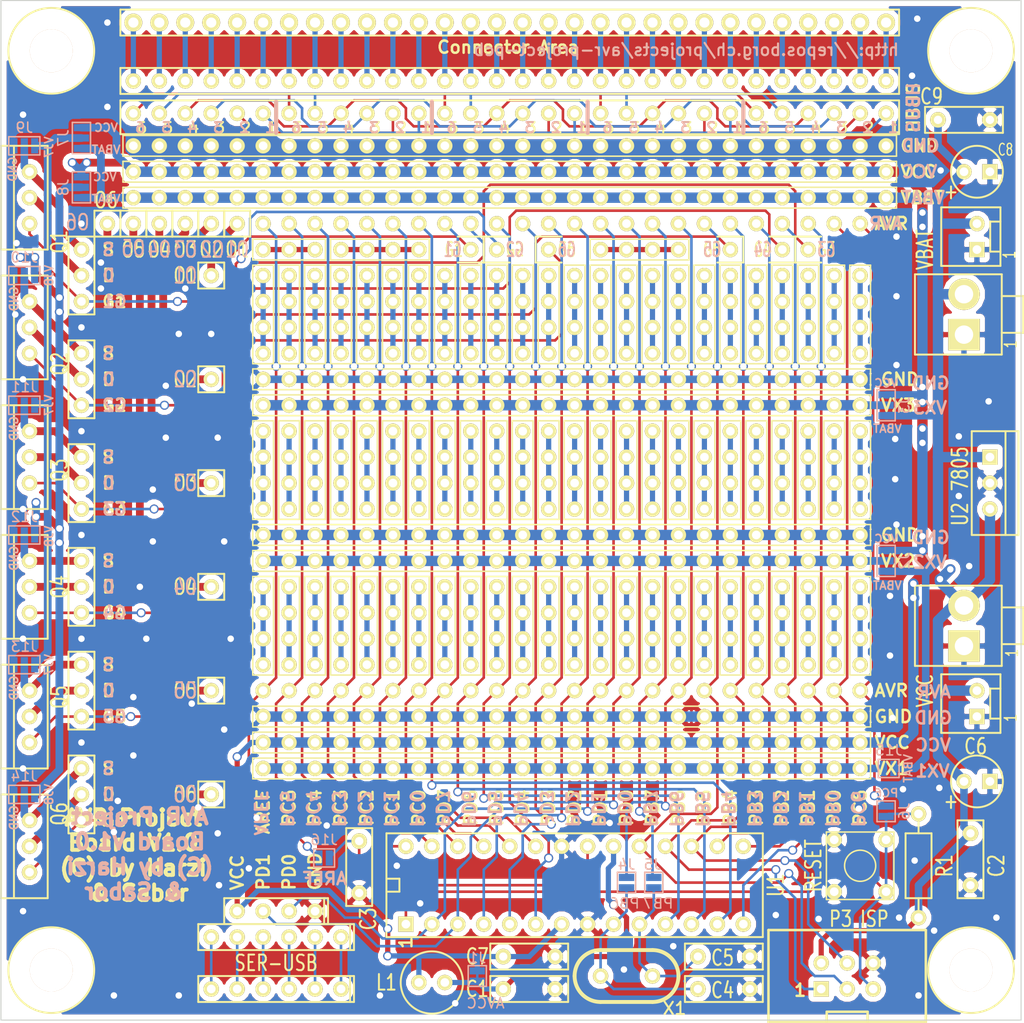
<source format=kicad_pcb>
(kicad_pcb (version 3) (host pcbnew "(25-Oct-2014 BZR 4029)-stable")

  (general
    (links 577)
    (no_connects 0)
    (area 97.69475 98.58375 200.458071 200.5584)
    (thickness 1.6)
    (drawings 236)
    (tracks 1026)
    (zones 0)
    (modules 262)
    (nets 104)
  )

  (page A3)
  (title_block 
    (title "AVR Project PCB")
    (rev 1.0)
    (company "Harzi & Sabor")
    (comment 1 http://repos.borg.ch/projects/avr-project-pcb/trunk)
  )

  (layers
    (15 F.Cu signal)
    (0 B.Cu signal)
    (16 B.Adhes user)
    (17 F.Adhes user)
    (18 B.Paste user)
    (19 F.Paste user)
    (20 B.SilkS user)
    (21 F.SilkS user)
    (22 B.Mask user)
    (23 F.Mask user)
    (24 Dwgs.User user)
    (25 Cmts.User user)
    (26 Eco1.User user)
    (27 Eco2.User user)
    (28 Edge.Cuts user)
  )

  (setup
    (last_trace_width 0.254)
    (user_trace_width 0.254)
    (user_trace_width 0.508)
    (user_trace_width 0.7366)
    (user_trace_width 1.016)
    (user_trace_width 1.27)
    (trace_clearance 0.254)
    (zone_clearance 0.508)
    (zone_45_only no)
    (trace_min 0.254)
    (segment_width 0.2)
    (edge_width 0.1)
    (via_size 0.889)
    (via_drill 0.635)
    (via_min_size 0.889)
    (via_min_drill 0.508)
    (uvia_size 0.508)
    (uvia_drill 0.127)
    (uvias_allowed no)
    (uvia_min_size 0.508)
    (uvia_min_drill 0.127)
    (pcb_text_width 0.3)
    (pcb_text_size 1.5 1.5)
    (mod_edge_width 0.25)
    (mod_text_size 1 1)
    (mod_text_width 0.15)
    (pad_size 1.5 1.5)
    (pad_drill 0.85)
    (pad_to_mask_clearance 0)
    (aux_axis_origin 0 0)
    (visible_elements 7FFFFFBF)
    (pcbplotparams
      (layerselection 284196865)
      (usegerberextensions true)
      (excludeedgelayer true)
      (linewidth 0.150000)
      (plotframeref false)
      (viasonmask false)
      (mode 1)
      (useauxorigin false)
      (hpglpennumber 1)
      (hpglpenspeed 20)
      (hpglpendiameter 15)
      (hpglpenoverlay 2)
      (psnegative false)
      (psa4output false)
      (plotreference true)
      (plotvalue true)
      (plotothertext true)
      (plotinvisibletext false)
      (padsonsilk false)
      (subtractmaskfromsilk false)
      (outputformat 1)
      (mirror false)
      (drillshape 0)
      (scaleselection 1)
      (outputdirectory production))
  )

  (net 0 "")
  (net 1 /Transistors/D1)
  (net 2 /Transistors/D2)
  (net 3 /Transistors/D3)
  (net 4 /Transistors/D4)
  (net 5 /Transistors/D5)
  (net 6 /Transistors/D6)
  (net 7 /Transistors/O1)
  (net 8 /Transistors/O2)
  (net 9 /Transistors/O3)
  (net 10 /Transistors/O4)
  (net 11 /Transistors/O5)
  (net 12 /Transistors/O6)
  (net 13 /Transistors/Q135S)
  (net 14 /Transistors/Q246S)
  (net 15 /Transistors/S1)
  (net 16 /Transistors/S2)
  (net 17 /Transistors/S3)
  (net 18 /Transistors/S4)
  (net 19 /Transistors/S5)
  (net 20 /Transistors/S6)
  (net 21 AREF)
  (net 22 AREFJ)
  (net 23 AVCC)
  (net 24 GND)
  (net 25 N-00000157)
  (net 26 N-00000162)
  (net 27 N-00000168)
  (net 28 N-00000169)
  (net 29 N-00000173)
  (net 30 N-00000175)
  (net 31 N-0000032)
  (net 32 N-0000033)
  (net 33 N-0000034)
  (net 34 N-0000035)
  (net 35 N-0000036)
  (net 36 N-0000037)
  (net 37 N-0000039)
  (net 38 N-0000040)
  (net 39 N-0000041)
  (net 40 N-0000042)
  (net 41 N-0000043)
  (net 42 N-0000044)
  (net 43 N-0000045)
  (net 44 N-0000046)
  (net 45 N-0000047)
  (net 46 N-0000048)
  (net 47 N-0000049)
  (net 48 N-0000050)
  (net 49 N-0000051)
  (net 50 N-0000052)
  (net 51 N-0000053)
  (net 52 N-0000054)
  (net 53 N-0000055)
  (net 54 N-0000056)
  (net 55 N-0000057)
  (net 56 N-0000058)
  (net 57 N-0000059)
  (net 58 N-0000060)
  (net 59 N-0000061)
  (net 60 N-0000062)
  (net 61 N-0000063)
  (net 62 N-0000064)
  (net 63 N-0000065)
  (net 64 N-0000066)
  (net 65 N-0000067)
  (net 66 N-0000068)
  (net 67 N-0000069)
  (net 68 N-0000070)
  (net 69 N-0000071)
  (net 70 N-0000072)
  (net 71 N-0000073)
  (net 72 N-0000074)
  (net 73 N-0000075)
  (net 74 N-0000076)
  (net 75 N-0000077)
  (net 76 PB0)
  (net 77 PB1)
  (net 78 PB2)
  (net 79 PB3)
  (net 80 PB4)
  (net 81 PB5)
  (net 82 PB6)
  (net 83 PB6J)
  (net 84 PB7)
  (net 85 PB7J)
  (net 86 PC0)
  (net 87 PC1)
  (net 88 PC2)
  (net 89 PC3)
  (net 90 PC4)
  (net 91 PC5)
  (net 92 PC6)
  (net 93 PC6J)
  (net 94 PD0)
  (net 95 PD1)
  (net 96 PD2)
  (net 97 PD3)
  (net 98 PD4)
  (net 99 PD5)
  (net 100 PD6)
  (net 101 PD7)
  (net 102 VBATT)
  (net 103 VCC)

  (net_class Default "This is the default net class."
    (clearance 0.254)
    (trace_width 0.254)
    (via_dia 0.889)
    (via_drill 0.635)
    (uvia_dia 0.508)
    (uvia_drill 0.127)
    (add_net "")
    (add_net /Transistors/Q135S)
    (add_net /Transistors/Q246S)
    (add_net AREF)
    (add_net AREFJ)
    (add_net GND)
    (add_net N-00000157)
    (add_net N-00000162)
    (add_net N-00000168)
    (add_net N-00000169)
    (add_net N-00000173)
    (add_net N-00000175)
    (add_net N-0000032)
    (add_net N-0000033)
    (add_net N-0000034)
    (add_net N-0000035)
    (add_net N-0000036)
    (add_net N-0000037)
    (add_net N-0000039)
    (add_net N-0000040)
    (add_net N-0000041)
    (add_net N-0000042)
    (add_net N-0000043)
    (add_net N-0000044)
    (add_net N-0000045)
    (add_net N-0000046)
    (add_net N-0000047)
    (add_net N-0000048)
    (add_net N-0000049)
    (add_net N-0000050)
    (add_net N-0000051)
    (add_net N-0000052)
    (add_net N-0000053)
    (add_net N-0000054)
    (add_net N-0000055)
    (add_net N-0000056)
    (add_net N-0000057)
    (add_net N-0000058)
    (add_net N-0000059)
    (add_net N-0000060)
    (add_net N-0000061)
    (add_net N-0000062)
    (add_net N-0000063)
    (add_net N-0000064)
    (add_net N-0000065)
    (add_net N-0000066)
    (add_net N-0000067)
    (add_net N-0000068)
    (add_net N-0000069)
    (add_net N-0000070)
    (add_net N-0000071)
    (add_net N-0000072)
    (add_net N-0000073)
    (add_net N-0000074)
    (add_net N-0000075)
    (add_net N-0000076)
    (add_net N-0000077)
    (add_net PB0)
    (add_net PB1)
    (add_net PB2)
    (add_net PB3)
    (add_net PB4)
    (add_net PB5)
    (add_net PB6)
    (add_net PB6J)
    (add_net PB7)
    (add_net PB7J)
    (add_net PC0)
    (add_net PC1)
    (add_net PC2)
    (add_net PC3)
    (add_net PC4)
    (add_net PC5)
    (add_net PC6)
    (add_net PC6J)
    (add_net PD0)
    (add_net PD1)
    (add_net PD2)
    (add_net PD3)
    (add_net PD4)
    (add_net PD5)
    (add_net PD6)
    (add_net PD7)
  )

  (net_class MorePower ""
    (clearance 0.254)
    (trace_width 0.762)
    (via_dia 0.889)
    (via_drill 0.635)
    (uvia_dia 0.508)
    (uvia_drill 0.127)
    (add_net /Transistors/D1)
    (add_net /Transistors/D2)
    (add_net /Transistors/D3)
    (add_net /Transistors/D4)
    (add_net /Transistors/D5)
    (add_net /Transistors/D6)
    (add_net /Transistors/O1)
    (add_net /Transistors/O2)
    (add_net /Transistors/O3)
    (add_net /Transistors/O4)
    (add_net /Transistors/O5)
    (add_net /Transistors/O6)
    (add_net /Transistors/S1)
    (add_net /Transistors/S2)
    (add_net /Transistors/S3)
    (add_net /Transistors/S4)
    (add_net /Transistors/S5)
    (add_net /Transistors/S6)
  )

  (net_class Power ""
    (clearance 0.254)
    (trace_width 0.508)
    (via_dia 0.889)
    (via_drill 0.635)
    (uvia_dia 0.508)
    (uvia_drill 0.127)
    (add_net AVCC)
    (add_net VBATT)
    (add_net VCC)
  )

  (module P_6_PIN2_100 (layer F.Cu) (tedit 56914079) (tstamp 56488CD2)
    (at 182.88 195.58)
    (descr "Module P_6_PIN2_100, 6 pins two rows 100")
    (path /564871AB/5647E76D)
    (fp_text reference P3 (at -0.635 -5.588) (layer F.SilkS)
      (effects (font (size 1.524 1.143) (thickness 0.1905)))
    )
    (fp_text value ISP (at 2.667 -5.588) (layer F.SilkS)
      (effects (font (size 1.524 1.143) (thickness 0.1905)))
    )
    (fp_line (start 2 4.5) (end 2 3.5) (layer F.SilkS) (width 0.25))
    (fp_line (start 2 3.5) (end -2 3.5) (layer F.SilkS) (width 0.25))
    (fp_line (start -2 3.5) (end -2 4.5) (layer F.SilkS) (width 0.25))
    (fp_line (start 7.7 -4.5) (end 7.7 4.5) (layer F.SilkS) (width 0.25))
    (fp_line (start 7.7 4.5) (end -7.7 4.5) (layer F.SilkS) (width 0.25))
    (fp_line (start -7.7 4.5) (end -7.7 -4.5) (layer F.SilkS) (width 0.25))
    (fp_line (start -7.7 -4.5) (end 7.7 -4.5) (layer F.SilkS) (width 0.25))
    (pad 1 thru_hole rect (at -2.54 1.27) (size 1.5 1.5) (drill 0.85)
      (layers *.Cu *.Mask F.SilkS)
      (net 80 PB4)
    )
    (pad 3 thru_hole circle (at 0 1.27) (size 1.5 1.5) (drill 0.85)
      (layers *.Cu *.Mask F.SilkS)
      (net 81 PB5)
    )
    (pad 5 thru_hole circle (at 2.54 1.27) (size 1.5 1.5) (drill 0.85)
      (layers *.Cu *.Mask F.SilkS)
      (net 92 PC6)
    )
    (pad 2 thru_hole circle (at -2.54 -1.27) (size 1.5 1.5) (drill 0.85)
      (layers *.Cu *.Mask F.SilkS)
      (net 103 VCC)
    )
    (pad 4 thru_hole circle (at 0 -1.27) (size 1.5 1.5) (drill 0.85)
      (layers *.Cu *.Mask F.SilkS)
      (net 79 PB3)
    )
    (pad 6 thru_hole circle (at 2.54 -1.27) (size 1.5 1.5) (drill 0.85)
      (layers *.Cu *.Mask F.SilkS)
      (net 24 GND)
    )
  )

  (module P_30_PIN_100 (layer F.Cu) (tedit 564C0D23) (tstamp 564B216D)
    (at 149.86 111.125 180)
    (descr "Module P_30_PIN_100, 30 pins 100")
    (path /56487482/564B2F4A)
    (fp_text reference P87 (at 0 2.54 180) (layer F.SilkS) hide
      (effects (font (size 1.524 1.143) (thickness 0.1905)))
    )
    (fp_text value HBUS (at 0 -2.54 180) (layer F.SilkS) hide
      (effects (font (size 1.524 1.143) (thickness 0.1905)))
    )
    (fp_line (start -38.1 -2.032) (end 38.1 -2.032) (layer F.SilkS) (width 0.1905))
    (fp_line (start -38.1 1.27) (end 38.1 1.27) (layer F.SilkS) (width 0.1905))
    (fp_line (start 38.1 1.27) (end 38.1 -2.032) (layer F.SilkS) (width 0.1905))
    (fp_line (start -38.1 -2.032) (end -38.1 1.27) (layer F.SilkS) (width 0.1905))
    (pad 1 thru_hole circle (at -36.83 0 180) (size 1.5 1.5) (drill 0.85)
      (layers *.Cu *.Mask F.SilkS)
      (net 72 N-0000074)
    )
    (pad 2 thru_hole circle (at -34.29 0 180) (size 1.5 1.5) (drill 0.85)
      (layers *.Cu *.Mask F.SilkS)
      (net 73 N-0000075)
    )
    (pad 3 thru_hole circle (at -31.75 0 180) (size 1.5 1.5) (drill 0.85)
      (layers *.Cu *.Mask F.SilkS)
      (net 74 N-0000076)
    )
    (pad 4 thru_hole circle (at -29.21 0 180) (size 1.5 1.5) (drill 0.85)
      (layers *.Cu *.Mask F.SilkS)
      (net 75 N-0000077)
    )
    (pad 5 thru_hole circle (at -26.67 0 180) (size 1.5 1.5) (drill 0.85)
      (layers *.Cu *.Mask F.SilkS)
      (net 70 N-0000072)
    )
    (pad 6 thru_hole circle (at -24.13 0 180) (size 1.5 1.5) (drill 0.85)
      (layers *.Cu *.Mask F.SilkS)
      (net 71 N-0000073)
    )
    (pad 7 thru_hole circle (at -21.59 0 180) (size 1.5 1.5) (drill 0.85)
      (layers *.Cu *.Mask F.SilkS)
      (net 72 N-0000074)
    )
    (pad 8 thru_hole circle (at -19.05 0 180) (size 1.5 1.5) (drill 0.85)
      (layers *.Cu *.Mask F.SilkS)
      (net 73 N-0000075)
    )
    (pad 9 thru_hole circle (at -16.51 0 180) (size 1.5 1.5) (drill 0.85)
      (layers *.Cu *.Mask F.SilkS)
      (net 74 N-0000076)
    )
    (pad 10 thru_hole circle (at -13.97 0 180) (size 1.5 1.5) (drill 0.85)
      (layers *.Cu *.Mask F.SilkS)
      (net 75 N-0000077)
    )
    (pad 11 thru_hole circle (at -11.43 0 180) (size 1.5 1.5) (drill 0.85)
      (layers *.Cu *.Mask F.SilkS)
      (net 70 N-0000072)
    )
    (pad 12 thru_hole circle (at -8.89 0 180) (size 1.5 1.5) (drill 0.85)
      (layers *.Cu *.Mask F.SilkS)
      (net 71 N-0000073)
    )
    (pad 13 thru_hole circle (at -6.35 0 180) (size 1.5 1.5) (drill 0.85)
      (layers *.Cu *.Mask F.SilkS)
      (net 72 N-0000074)
    )
    (pad 14 thru_hole circle (at -3.81 0 180) (size 1.5 1.5) (drill 0.85)
      (layers *.Cu *.Mask F.SilkS)
      (net 73 N-0000075)
    )
    (pad 15 thru_hole circle (at -1.27 0 180) (size 1.5 1.5) (drill 0.85)
      (layers *.Cu *.Mask F.SilkS)
      (net 74 N-0000076)
    )
    (pad 16 thru_hole circle (at 1.27 0 180) (size 1.5 1.5) (drill 0.85)
      (layers *.Cu *.Mask F.SilkS)
      (net 75 N-0000077)
    )
    (pad 17 thru_hole circle (at 3.81 0 180) (size 1.5 1.5) (drill 0.85)
      (layers *.Cu *.Mask F.SilkS)
      (net 70 N-0000072)
    )
    (pad 18 thru_hole circle (at 6.35 0 180) (size 1.5 1.5) (drill 0.85)
      (layers *.Cu *.Mask F.SilkS)
      (net 71 N-0000073)
    )
    (pad 19 thru_hole circle (at 8.89 0 180) (size 1.5 1.5) (drill 0.85)
      (layers *.Cu *.Mask F.SilkS)
      (net 72 N-0000074)
    )
    (pad 20 thru_hole circle (at 11.43 0 180) (size 1.5 1.5) (drill 0.85)
      (layers *.Cu *.Mask F.SilkS)
      (net 73 N-0000075)
    )
    (pad 21 thru_hole circle (at 13.97 0 180) (size 1.5 1.5) (drill 0.85)
      (layers *.Cu *.Mask F.SilkS)
      (net 74 N-0000076)
    )
    (pad 22 thru_hole circle (at 16.51 0 180) (size 1.5 1.5) (drill 0.85)
      (layers *.Cu *.Mask F.SilkS)
      (net 75 N-0000077)
    )
    (pad 23 thru_hole circle (at 19.05 0 180) (size 1.5 1.5) (drill 0.85)
      (layers *.Cu *.Mask F.SilkS)
      (net 70 N-0000072)
    )
    (pad 24 thru_hole circle (at 21.59 0 180) (size 1.5 1.5) (drill 0.85)
      (layers *.Cu *.Mask F.SilkS)
      (net 71 N-0000073)
    )
    (pad 25 thru_hole circle (at 24.13 0 180) (size 1.5 1.5) (drill 0.85)
      (layers *.Cu *.Mask F.SilkS)
      (net 72 N-0000074)
    )
    (pad 26 thru_hole circle (at 26.67 0 180) (size 1.5 1.5) (drill 0.85)
      (layers *.Cu *.Mask F.SilkS)
      (net 73 N-0000075)
    )
    (pad 27 thru_hole circle (at 29.21 0 180) (size 1.5 1.5) (drill 0.85)
      (layers *.Cu *.Mask F.SilkS)
      (net 74 N-0000076)
    )
    (pad 28 thru_hole circle (at 31.75 0 180) (size 1.5 1.5) (drill 0.85)
      (layers *.Cu *.Mask F.SilkS)
      (net 75 N-0000077)
    )
    (pad 29 thru_hole circle (at 34.29 0 180) (size 1.5 1.5) (drill 0.85)
      (layers *.Cu *.Mask F.SilkS)
      (net 70 N-0000072)
    )
    (pad 30 thru_hole circle (at 36.83 0 180) (size 1.5 1.5) (drill 0.85)
      (layers *.Cu *.Mask F.SilkS)
      (net 71 N-0000073)
    )
  )

  (module P_30_PIN_100 (layer F.Cu) (tedit 564B22E7) (tstamp 56488D34)
    (at 149.86 102.235 180)
    (descr "Module P_30_PIN_100, 30 pins 100")
    (path /5648731B/56493FC1)
    (fp_text reference P11 (at 0 2.54 180) (layer F.SilkS) hide
      (effects (font (size 1.524 1.143) (thickness 0.1905)))
    )
    (fp_text value CONN_30 (at 0 -2.54 180) (layer F.SilkS) hide
      (effects (font (size 1.524 1.143) (thickness 0.1905)))
    )
    (fp_line (start -38.1 1.27) (end 38.1 1.27) (layer F.SilkS) (width 0.1905))
    (fp_line (start 38.1 1.27) (end 38.1 -1.27) (layer F.SilkS) (width 0.1905))
    (fp_line (start 38.1 -1.27) (end -38.1 -1.27) (layer F.SilkS) (width 0.1905))
    (fp_line (start -38.1 -1.27) (end -38.1 1.27) (layer F.SilkS) (width 0.1905))
    (pad 1 thru_hole circle (at -36.83 0 180) (size 1.75 1.75) (drill 1)
      (layers *.Cu *.Mask F.SilkS)
      (net 54 N-0000056)
    )
    (pad 2 thru_hole circle (at -34.29 0 180) (size 1.75 1.75) (drill 1)
      (layers *.Cu *.Mask F.SilkS)
      (net 53 N-0000055)
    )
    (pad 3 thru_hole circle (at -31.75 0 180) (size 1.75 1.75) (drill 1)
      (layers *.Cu *.Mask F.SilkS)
      (net 52 N-0000054)
    )
    (pad 4 thru_hole circle (at -29.21 0 180) (size 1.75 1.75) (drill 1)
      (layers *.Cu *.Mask F.SilkS)
      (net 51 N-0000053)
    )
    (pad 5 thru_hole circle (at -26.67 0 180) (size 1.75 1.75) (drill 1)
      (layers *.Cu *.Mask F.SilkS)
      (net 50 N-0000052)
    )
    (pad 6 thru_hole circle (at -24.13 0 180) (size 1.75 1.75) (drill 1)
      (layers *.Cu *.Mask F.SilkS)
      (net 37 N-0000039)
    )
    (pad 7 thru_hole circle (at -21.59 0 180) (size 1.75 1.75) (drill 1)
      (layers *.Cu *.Mask F.SilkS)
      (net 48 N-0000050)
    )
    (pad 8 thru_hole circle (at -19.05 0 180) (size 1.75 1.75) (drill 1)
      (layers *.Cu *.Mask F.SilkS)
      (net 47 N-0000049)
    )
    (pad 9 thru_hole circle (at -16.51 0 180) (size 1.75 1.75) (drill 1)
      (layers *.Cu *.Mask F.SilkS)
      (net 46 N-0000048)
    )
    (pad 10 thru_hole circle (at -13.97 0 180) (size 1.75 1.75) (drill 1)
      (layers *.Cu *.Mask F.SilkS)
      (net 45 N-0000047)
    )
    (pad 11 thru_hole circle (at -11.43 0 180) (size 1.75 1.75) (drill 1)
      (layers *.Cu *.Mask F.SilkS)
      (net 44 N-0000046)
    )
    (pad 12 thru_hole circle (at -8.89 0 180) (size 1.75 1.75) (drill 1)
      (layers *.Cu *.Mask F.SilkS)
      (net 43 N-0000045)
    )
    (pad 13 thru_hole circle (at -6.35 0 180) (size 1.75 1.75) (drill 1)
      (layers *.Cu *.Mask F.SilkS)
      (net 42 N-0000044)
    )
    (pad 14 thru_hole circle (at -3.81 0 180) (size 1.75 1.75) (drill 1)
      (layers *.Cu *.Mask F.SilkS)
      (net 41 N-0000043)
    )
    (pad 15 thru_hole circle (at -1.27 0 180) (size 1.75 1.75) (drill 1)
      (layers *.Cu *.Mask F.SilkS)
      (net 40 N-0000042)
    )
    (pad 16 thru_hole circle (at 1.27 0 180) (size 1.75 1.75) (drill 1)
      (layers *.Cu *.Mask F.SilkS)
      (net 39 N-0000041)
    )
    (pad 17 thru_hole circle (at 3.81 0 180) (size 1.75 1.75) (drill 1)
      (layers *.Cu *.Mask F.SilkS)
      (net 38 N-0000040)
    )
    (pad 18 thru_hole circle (at 6.35 0 180) (size 1.75 1.75) (drill 1)
      (layers *.Cu *.Mask F.SilkS)
      (net 49 N-0000051)
    )
    (pad 19 thru_hole circle (at 8.89 0 180) (size 1.75 1.75) (drill 1)
      (layers *.Cu *.Mask F.SilkS)
      (net 66 N-0000068)
    )
    (pad 20 thru_hole circle (at 11.43 0 180) (size 1.75 1.75) (drill 1)
      (layers *.Cu *.Mask F.SilkS)
      (net 65 N-0000067)
    )
    (pad 21 thru_hole circle (at 13.97 0 180) (size 1.75 1.75) (drill 1)
      (layers *.Cu *.Mask F.SilkS)
      (net 64 N-0000066)
    )
    (pad 22 thru_hole circle (at 16.51 0 180) (size 1.75 1.75) (drill 1)
      (layers *.Cu *.Mask F.SilkS)
      (net 63 N-0000065)
    )
    (pad 23 thru_hole circle (at 19.05 0 180) (size 1.75 1.75) (drill 1)
      (layers *.Cu *.Mask F.SilkS)
      (net 62 N-0000064)
    )
    (pad 24 thru_hole circle (at 21.59 0 180) (size 1.75 1.75) (drill 1)
      (layers *.Cu *.Mask F.SilkS)
      (net 61 N-0000063)
    )
    (pad 25 thru_hole circle (at 24.13 0 180) (size 1.75 1.75) (drill 1)
      (layers *.Cu *.Mask F.SilkS)
      (net 60 N-0000062)
    )
    (pad 26 thru_hole circle (at 26.67 0 180) (size 1.75 1.75) (drill 1)
      (layers *.Cu *.Mask F.SilkS)
      (net 59 N-0000061)
    )
    (pad 27 thru_hole circle (at 29.21 0 180) (size 1.75 1.75) (drill 1)
      (layers *.Cu *.Mask F.SilkS)
      (net 58 N-0000060)
    )
    (pad 28 thru_hole circle (at 31.75 0 180) (size 1.75 1.75) (drill 1)
      (layers *.Cu *.Mask F.SilkS)
      (net 57 N-0000059)
    )
    (pad 29 thru_hole circle (at 34.29 0 180) (size 1.75 1.75) (drill 1)
      (layers *.Cu *.Mask F.SilkS)
      (net 56 N-0000058)
    )
    (pad 30 thru_hole circle (at 36.83 0 180) (size 1.75 1.75) (drill 1)
      (layers *.Cu *.Mask F.SilkS)
      (net 55 N-0000057)
    )
  )

  (module P_30_PIN_100 (layer F.Cu) (tedit 564B22DA) (tstamp 56488D03)
    (at 149.86 107.95 180)
    (descr "Module P_30_PIN_100, 30 pins 100")
    (path /5648731B/56493FB4)
    (fp_text reference P10 (at 0 2.54 180) (layer F.SilkS) hide
      (effects (font (size 1.524 1.143) (thickness 0.1905)))
    )
    (fp_text value CONN_30 (at 0 -2.54 180) (layer F.SilkS) hide
      (effects (font (size 1.524 1.143) (thickness 0.1905)))
    )
    (fp_line (start -38.1 1.27) (end 38.1 1.27) (layer F.SilkS) (width 0.1905))
    (fp_line (start 38.1 1.27) (end 38.1 -1.27) (layer F.SilkS) (width 0.1905))
    (fp_line (start 38.1 -1.27) (end -38.1 -1.27) (layer F.SilkS) (width 0.1905))
    (fp_line (start -38.1 -1.27) (end -38.1 1.27) (layer F.SilkS) (width 0.1905))
    (pad 1 thru_hole circle (at -36.83 0 180) (size 1.5 1.5) (drill 0.85)
      (layers *.Cu *.Mask F.SilkS)
      (net 54 N-0000056)
    )
    (pad 2 thru_hole circle (at -34.29 0 180) (size 1.5 1.5) (drill 0.85)
      (layers *.Cu *.Mask F.SilkS)
      (net 53 N-0000055)
    )
    (pad 3 thru_hole circle (at -31.75 0 180) (size 1.5 1.5) (drill 0.85)
      (layers *.Cu *.Mask F.SilkS)
      (net 52 N-0000054)
    )
    (pad 4 thru_hole circle (at -29.21 0 180) (size 1.5 1.5) (drill 0.85)
      (layers *.Cu *.Mask F.SilkS)
      (net 51 N-0000053)
    )
    (pad 5 thru_hole circle (at -26.67 0 180) (size 1.5 1.5) (drill 0.85)
      (layers *.Cu *.Mask F.SilkS)
      (net 50 N-0000052)
    )
    (pad 6 thru_hole circle (at -24.13 0 180) (size 1.5 1.5) (drill 0.85)
      (layers *.Cu *.Mask F.SilkS)
      (net 37 N-0000039)
    )
    (pad 7 thru_hole circle (at -21.59 0 180) (size 1.5 1.5) (drill 0.85)
      (layers *.Cu *.Mask F.SilkS)
      (net 48 N-0000050)
    )
    (pad 8 thru_hole circle (at -19.05 0 180) (size 1.5 1.5) (drill 0.85)
      (layers *.Cu *.Mask F.SilkS)
      (net 47 N-0000049)
    )
    (pad 9 thru_hole circle (at -16.51 0 180) (size 1.5 1.5) (drill 0.85)
      (layers *.Cu *.Mask F.SilkS)
      (net 46 N-0000048)
    )
    (pad 10 thru_hole circle (at -13.97 0 180) (size 1.5 1.5) (drill 0.85)
      (layers *.Cu *.Mask F.SilkS)
      (net 45 N-0000047)
    )
    (pad 11 thru_hole circle (at -11.43 0 180) (size 1.5 1.5) (drill 0.85)
      (layers *.Cu *.Mask F.SilkS)
      (net 44 N-0000046)
    )
    (pad 12 thru_hole circle (at -8.89 0 180) (size 1.5 1.5) (drill 0.85)
      (layers *.Cu *.Mask F.SilkS)
      (net 43 N-0000045)
    )
    (pad 13 thru_hole circle (at -6.35 0 180) (size 1.5 1.5) (drill 0.85)
      (layers *.Cu *.Mask F.SilkS)
      (net 42 N-0000044)
    )
    (pad 14 thru_hole circle (at -3.81 0 180) (size 1.5 1.5) (drill 0.85)
      (layers *.Cu *.Mask F.SilkS)
      (net 41 N-0000043)
    )
    (pad 15 thru_hole circle (at -1.27 0 180) (size 1.5 1.5) (drill 0.85)
      (layers *.Cu *.Mask F.SilkS)
      (net 40 N-0000042)
    )
    (pad 16 thru_hole circle (at 1.27 0 180) (size 1.5 1.5) (drill 0.85)
      (layers *.Cu *.Mask F.SilkS)
      (net 39 N-0000041)
    )
    (pad 17 thru_hole circle (at 3.81 0 180) (size 1.5 1.5) (drill 0.85)
      (layers *.Cu *.Mask F.SilkS)
      (net 38 N-0000040)
    )
    (pad 18 thru_hole circle (at 6.35 0 180) (size 1.5 1.5) (drill 0.85)
      (layers *.Cu *.Mask F.SilkS)
      (net 49 N-0000051)
    )
    (pad 19 thru_hole circle (at 8.89 0 180) (size 1.5 1.5) (drill 0.85)
      (layers *.Cu *.Mask F.SilkS)
      (net 66 N-0000068)
    )
    (pad 20 thru_hole circle (at 11.43 0 180) (size 1.5 1.5) (drill 0.85)
      (layers *.Cu *.Mask F.SilkS)
      (net 65 N-0000067)
    )
    (pad 21 thru_hole circle (at 13.97 0 180) (size 1.5 1.5) (drill 0.85)
      (layers *.Cu *.Mask F.SilkS)
      (net 64 N-0000066)
    )
    (pad 22 thru_hole circle (at 16.51 0 180) (size 1.5 1.5) (drill 0.85)
      (layers *.Cu *.Mask F.SilkS)
      (net 63 N-0000065)
    )
    (pad 23 thru_hole circle (at 19.05 0 180) (size 1.5 1.5) (drill 0.85)
      (layers *.Cu *.Mask F.SilkS)
      (net 62 N-0000064)
    )
    (pad 24 thru_hole circle (at 21.59 0 180) (size 1.5 1.5) (drill 0.85)
      (layers *.Cu *.Mask F.SilkS)
      (net 61 N-0000063)
    )
    (pad 25 thru_hole circle (at 24.13 0 180) (size 1.5 1.5) (drill 0.85)
      (layers *.Cu *.Mask F.SilkS)
      (net 60 N-0000062)
    )
    (pad 26 thru_hole circle (at 26.67 0 180) (size 1.5 1.5) (drill 0.85)
      (layers *.Cu *.Mask F.SilkS)
      (net 59 N-0000061)
    )
    (pad 27 thru_hole circle (at 29.21 0 180) (size 1.5 1.5) (drill 0.85)
      (layers *.Cu *.Mask F.SilkS)
      (net 58 N-0000060)
    )
    (pad 28 thru_hole circle (at 31.75 0 180) (size 1.5 1.5) (drill 0.85)
      (layers *.Cu *.Mask F.SilkS)
      (net 57 N-0000059)
    )
    (pad 29 thru_hole circle (at 34.29 0 180) (size 1.5 1.5) (drill 0.85)
      (layers *.Cu *.Mask F.SilkS)
      (net 56 N-0000058)
    )
    (pad 30 thru_hole circle (at 36.83 0 180) (size 1.5 1.5) (drill 0.85)
      (layers *.Cu *.Mask F.SilkS)
      (net 55 N-0000057)
    )
  )

  (module P_1_PIN_100 (layer F.Cu) (tedit 564ACF58) (tstamp 56497AFE)
    (at 179.07 124.46 90)
    (descr "Module P_1_PIN_100, 1 pins 100")
    (path /564875E9/564984E2)
    (fp_text reference P124 (at 0 2.54 90) (layer F.SilkS) hide
      (effects (font (size 1.524 1.143) (thickness 0.1905)))
    )
    (fp_text value G3 (at 0 1.778 180) (layer F.SilkS)
      (effects (font (size 1.397 0.889) (thickness 0.1905)))
    )
    (fp_line (start 1.27 1.27) (end 1.27 -1.27) (layer F.SilkS) (width 0.1905))
    (fp_line (start 1.27 -1.27) (end -1.27 -1.27) (layer F.SilkS) (width 0.1905))
    (fp_line (start -1.27 -1.27) (end -1.27 1.27) (layer F.SilkS) (width 0.1905))
    (pad 1 thru_hole circle (at 0 0 90) (size 1.5 1.5) (drill 0.85)
      (layers *.Cu *.Mask F.SilkS)
      (net 26 N-00000162)
    )
  )

  (module P_1_PIN_100 (layer F.Cu) (tedit 564ACF62) (tstamp 56497AE0)
    (at 176.53 124.46 90)
    (descr "Module P_1_PIN_100, 1 pins 100")
    (path /564875E9/56498517)
    (fp_text reference P110 (at 0 2.54 90) (layer F.SilkS) hide
      (effects (font (size 1.524 1.143) (thickness 0.1905)))
    )
    (fp_text value G4 (at 0 -1.905 180) (layer F.SilkS)
      (effects (font (size 1.397 0.889) (thickness 0.1905)))
    )
    (fp_line (start -1.27 1.27) (end 1.27 1.27) (layer F.SilkS) (width 0.1905))
    (fp_line (start 1.27 1.27) (end 1.27 -1.27) (layer F.SilkS) (width 0.1905))
    (fp_line (start -1.27 -1.27) (end -1.27 1.27) (layer F.SilkS) (width 0.1905))
    (pad 1 thru_hole circle (at 0 0 90) (size 1.5 1.5) (drill 0.85)
      (layers *.Cu *.Mask F.SilkS)
      (net 30 N-00000175)
    )
  )

  (module P_1_PIN_100 (layer F.Cu) (tedit 564ACF72) (tstamp 56497B26)
    (at 171.45 124.46 90)
    (descr "Module P_1_PIN_100, 1 pins 100")
    (path /564875E9/564984AD)
    (fp_text reference P118 (at 0 2.54 90) (layer F.SilkS) hide
      (effects (font (size 1.524 1.143) (thickness 0.1905)))
    )
    (fp_text value G5 (at 0 -1.778 180) (layer F.SilkS)
      (effects (font (size 1.397 0.889) (thickness 0.1905)))
    )
    (fp_line (start -1.27 1.27) (end 1.27 1.27) (layer F.SilkS) (width 0.1905))
    (fp_line (start 1.27 1.27) (end 1.27 -1.27) (layer F.SilkS) (width 0.1905))
    (fp_line (start -1.27 -1.27) (end -1.27 1.27) (layer F.SilkS) (width 0.1905))
    (pad 1 thru_hole circle (at 0 0 90) (size 1.5 1.5) (drill 0.85)
      (layers *.Cu *.Mask F.SilkS)
      (net 25 N-00000157)
    )
  )

  (module P_1_PIN_100 (layer F.Cu) (tedit 564ACFA8) (tstamp 56497AB8)
    (at 153.67 124.46)
    (descr "Module P_1_PIN_100, 1 pins 100")
    (path /564875E9/56498581)
    (fp_text reference P126 (at 0 2.54) (layer F.SilkS) hide
      (effects (font (size 1.524 1.143) (thickness 0.1905)))
    )
    (fp_text value G6 (at 1.778 0) (layer F.SilkS)
      (effects (font (size 1.397 0.889) (thickness 0.1905)))
    )
    (fp_line (start -1.27 1.27) (end 1.27 1.27) (layer F.SilkS) (width 0.1905))
    (fp_line (start 1.27 -1.27) (end -1.27 -1.27) (layer F.SilkS) (width 0.1905))
    (fp_line (start -1.27 -1.27) (end -1.27 1.27) (layer F.SilkS) (width 0.1905))
    (pad 1 thru_hole circle (at 0 0) (size 1.5 1.5) (drill 0.85)
      (layers *.Cu *.Mask F.SilkS)
      (net 28 N-00000169)
    )
  )

  (module P_1_PIN_100 (layer F.Cu) (tedit 564ACF9C) (tstamp 56497A90)
    (at 148.59 124.46 90)
    (descr "Module P_1_PIN_100, 1 pins 100")
    (path /564875E9/5649854C)
    (fp_text reference P116 (at 0 2.54 90) (layer F.SilkS) hide
      (effects (font (size 1.524 1.143) (thickness 0.1905)))
    )
    (fp_text value G2 (at 0 1.778 180) (layer F.SilkS)
      (effects (font (size 1.27 0.889) (thickness 0.1905)))
    )
    (fp_line (start 1.27 1.27) (end 1.27 -1.27) (layer F.SilkS) (width 0.1905))
    (fp_line (start 1.27 -1.27) (end -1.27 -1.27) (layer F.SilkS) (width 0.1905))
    (fp_line (start -1.27 -1.27) (end -1.27 1.27) (layer F.SilkS) (width 0.1905))
    (pad 1 thru_hole circle (at 0 0 90) (size 1.5 1.5) (drill 0.85)
      (layers *.Cu *.Mask F.SilkS)
      (net 29 N-00000173)
    )
  )

  (module P_1_PIN_100 (layer F.Cu) (tedit 564ACF89) (tstamp 56488D7C)
    (at 146.05 124.46 90)
    (descr "Module P_1_PIN_100, 1 pins 100")
    (path /564875E9/564985B6)
    (fp_text reference P97 (at 0 2.54 90) (layer F.SilkS) hide
      (effects (font (size 1.524 1.143) (thickness 0.1905)))
    )
    (fp_text value G1 (at 0 -1.651 180) (layer F.SilkS)
      (effects (font (size 1.397 0.889) (thickness 0.1905)))
    )
    (fp_line (start -1.27 1.27) (end 1.27 1.27) (layer F.SilkS) (width 0.1905))
    (fp_line (start 1.27 1.27) (end 1.27 -1.27) (layer F.SilkS) (width 0.1905))
    (fp_line (start -1.27 -1.27) (end -1.27 1.27) (layer F.SilkS) (width 0.1905))
    (pad 1 thru_hole circle (at 0 0 90) (size 1.5 1.5) (drill 0.85)
      (layers *.Cu *.Mask F.SilkS)
      (net 27 N-00000168)
    )
  )

  (module P_1_PIN_100 (layer F.Cu) (tedit 564AC9DA) (tstamp 56488D58)
    (at 120.65 127)
    (descr "Module P_1_PIN_100, 1 pins 100")
    (path /564875E9/56498592)
    (fp_text reference P99 (at 0 2.54) (layer F.SilkS) hide
      (effects (font (size 1.524 1.143) (thickness 0.1905)))
    )
    (fp_text value O1 (at -2.54 0) (layer F.SilkS)
      (effects (font (size 1.524 1.143) (thickness 0.1905)))
    )
    (fp_line (start -1.27 1.27) (end 1.27 1.27) (layer F.SilkS) (width 0.1905))
    (fp_line (start 1.27 1.27) (end 1.27 -1.27) (layer F.SilkS) (width 0.1905))
    (fp_line (start 1.27 -1.27) (end -1.27 -1.27) (layer F.SilkS) (width 0.1905))
    (fp_line (start -1.27 -1.27) (end -1.27 1.27) (layer F.SilkS) (width 0.1905))
    (pad 1 thru_hole circle (at 0 0) (size 1.5 1.5) (drill 0.85)
      (layers *.Cu *.Mask F.SilkS)
      (net 7 /Transistors/O1)
    )
  )

  (module P_3_PIN_100 (layer F.Cu) (tedit 564AC9C1) (tstamp 56488D88)
    (at 107.95 177.8 90)
    (descr "Module P_3_PIN_100, 3 pins 100")
    (path /564875E9/5648AC56)
    (fp_text reference P98 (at 0 2.54 90) (layer F.SilkS) hide
      (effects (font (size 1.524 1.143) (thickness 0.1905)))
    )
    (fp_text value Q6 (at -5.08 0.127 90) (layer F.SilkS) hide
      (effects (font (size 1.524 1.143) (thickness 0.1905)))
    )
    (fp_line (start -3.81 1.27) (end 3.81 1.27) (layer F.SilkS) (width 0.1905))
    (fp_line (start 3.81 1.27) (end 3.81 -1.27) (layer F.SilkS) (width 0.1905))
    (fp_line (start 3.81 -1.27) (end -3.81 -1.27) (layer F.SilkS) (width 0.1905))
    (fp_line (start -3.81 -1.27) (end -3.81 1.27) (layer F.SilkS) (width 0.1905))
    (pad 1 thru_hole circle (at -2.54 0 90) (size 1.5 1.5) (drill 0.85)
      (layers *.Cu *.Mask F.SilkS)
      (net 28 N-00000169)
    )
    (pad 2 thru_hole circle (at 0 0 90) (size 1.5 1.5) (drill 0.85)
      (layers *.Cu *.Mask F.SilkS)
      (net 6 /Transistors/D6)
    )
    (pad 3 thru_hole circle (at 2.54 0 90) (size 1.5 1.5) (drill 0.85)
      (layers *.Cu *.Mask F.SilkS)
      (net 20 /Transistors/S6)
    )
  )

  (module P_3_PIN_100 (layer F.Cu) (tedit 564AC9B7) (tstamp 56488D70)
    (at 107.95 167.64 90)
    (descr "Module P_3_PIN_100, 3 pins 100")
    (path /564875E9/5648AC43)
    (fp_text reference P96 (at 0 2.54 90) (layer F.SilkS) hide
      (effects (font (size 1.524 1.143) (thickness 0.1905)))
    )
    (fp_text value Q5 (at 0 2.54 90) (layer F.SilkS) hide
      (effects (font (size 1.524 1.143) (thickness 0.1905)))
    )
    (fp_line (start -3.81 1.27) (end 3.81 1.27) (layer F.SilkS) (width 0.1905))
    (fp_line (start 3.81 1.27) (end 3.81 -1.27) (layer F.SilkS) (width 0.1905))
    (fp_line (start 3.81 -1.27) (end -3.81 -1.27) (layer F.SilkS) (width 0.1905))
    (fp_line (start -3.81 -1.27) (end -3.81 1.27) (layer F.SilkS) (width 0.1905))
    (pad 1 thru_hole circle (at -2.54 0 90) (size 1.5 1.5) (drill 0.85)
      (layers *.Cu *.Mask F.SilkS)
      (net 25 N-00000157)
    )
    (pad 2 thru_hole circle (at 0 0 90) (size 1.5 1.5) (drill 0.85)
      (layers *.Cu *.Mask F.SilkS)
      (net 5 /Transistors/D5)
    )
    (pad 3 thru_hole circle (at 2.54 0 90) (size 1.5 1.5) (drill 0.85)
      (layers *.Cu *.Mask F.SilkS)
      (net 19 /Transistors/S5)
    )
  )

  (module P_3_PIN_100 (layer F.Cu) (tedit 564AC9AD) (tstamp 56488D94)
    (at 107.95 157.48 90)
    (descr "Module P_3_PIN_100, 3 pins 100")
    (path /564875E9/5648AC7C)
    (fp_text reference P95 (at 0 2.54 90) (layer F.SilkS) hide
      (effects (font (size 1.524 1.143) (thickness 0.1905)))
    )
    (fp_text value Q4 (at 0 2.54 90) (layer F.SilkS) hide
      (effects (font (size 1.524 1.143) (thickness 0.1905)))
    )
    (fp_line (start -3.81 1.27) (end 3.81 1.27) (layer F.SilkS) (width 0.1905))
    (fp_line (start 3.81 1.27) (end 3.81 -1.27) (layer F.SilkS) (width 0.1905))
    (fp_line (start 3.81 -1.27) (end -3.81 -1.27) (layer F.SilkS) (width 0.1905))
    (fp_line (start -3.81 -1.27) (end -3.81 1.27) (layer F.SilkS) (width 0.1905))
    (pad 1 thru_hole circle (at -2.54 0 90) (size 1.5 1.5) (drill 0.85)
      (layers *.Cu *.Mask F.SilkS)
      (net 30 N-00000175)
    )
    (pad 2 thru_hole circle (at 0 0 90) (size 1.5 1.5) (drill 0.85)
      (layers *.Cu *.Mask F.SilkS)
      (net 4 /Transistors/D4)
    )
    (pad 3 thru_hole circle (at 2.54 0 90) (size 1.5 1.5) (drill 0.85)
      (layers *.Cu *.Mask F.SilkS)
      (net 18 /Transistors/S4)
    )
  )

  (module P_3_PIN_100 (layer F.Cu) (tedit 564AC9A4) (tstamp 56488D64)
    (at 107.95 147.32 90)
    (descr "Module P_3_PIN_100, 3 pins 100")
    (path /564875E9/5648AC30)
    (fp_text reference P94 (at 0 2.54 90) (layer F.SilkS) hide
      (effects (font (size 1.524 1.143) (thickness 0.1905)))
    )
    (fp_text value Q3 (at 0 2.54 90) (layer F.SilkS) hide
      (effects (font (size 1.524 1.143) (thickness 0.1905)))
    )
    (fp_line (start -3.81 1.27) (end 3.81 1.27) (layer F.SilkS) (width 0.1905))
    (fp_line (start 3.81 1.27) (end 3.81 -1.27) (layer F.SilkS) (width 0.1905))
    (fp_line (start 3.81 -1.27) (end -3.81 -1.27) (layer F.SilkS) (width 0.1905))
    (fp_line (start -3.81 -1.27) (end -3.81 1.27) (layer F.SilkS) (width 0.1905))
    (pad 1 thru_hole circle (at -2.54 0 90) (size 1.5 1.5) (drill 0.85)
      (layers *.Cu *.Mask F.SilkS)
      (net 26 N-00000162)
    )
    (pad 2 thru_hole circle (at 0 0 90) (size 1.5 1.5) (drill 0.85)
      (layers *.Cu *.Mask F.SilkS)
      (net 3 /Transistors/D3)
    )
    (pad 3 thru_hole circle (at 2.54 0 90) (size 1.5 1.5) (drill 0.85)
      (layers *.Cu *.Mask F.SilkS)
      (net 17 /Transistors/S3)
    )
  )

  (module P_3_PIN_100 (layer F.Cu) (tedit 564AC99A) (tstamp 56488D40)
    (at 107.95 137.16 90)
    (descr "Module P_3_PIN_100, 3 pins 100")
    (path /564875E9/5648AC69)
    (fp_text reference P93 (at 0 2.54 90) (layer F.SilkS) hide
      (effects (font (size 1.524 1.143) (thickness 0.1905)))
    )
    (fp_text value Q2 (at 0 2.54 90) (layer F.SilkS) hide
      (effects (font (size 1.524 1.143) (thickness 0.1905)))
    )
    (fp_line (start -3.81 1.27) (end 3.81 1.27) (layer F.SilkS) (width 0.1905))
    (fp_line (start 3.81 1.27) (end 3.81 -1.27) (layer F.SilkS) (width 0.1905))
    (fp_line (start 3.81 -1.27) (end -3.81 -1.27) (layer F.SilkS) (width 0.1905))
    (fp_line (start -3.81 -1.27) (end -3.81 1.27) (layer F.SilkS) (width 0.1905))
    (pad 1 thru_hole circle (at -2.54 0 90) (size 1.5 1.5) (drill 0.85)
      (layers *.Cu *.Mask F.SilkS)
      (net 29 N-00000173)
    )
    (pad 2 thru_hole circle (at 0 0 90) (size 1.5 1.5) (drill 0.85)
      (layers *.Cu *.Mask F.SilkS)
      (net 2 /Transistors/D2)
    )
    (pad 3 thru_hole circle (at 2.54 0 90) (size 1.5 1.5) (drill 0.85)
      (layers *.Cu *.Mask F.SilkS)
      (net 16 /Transistors/S2)
    )
  )

  (module P_3_PIN_100 (layer F.Cu) (tedit 564AC98D) (tstamp 56488D4C)
    (at 107.95 127 90)
    (descr "Module P_3_PIN_100, 3 pins 100")
    (path /564875E9/56488C67)
    (fp_text reference P92 (at 0 2.54 90) (layer F.SilkS) hide
      (effects (font (size 1.524 1.143) (thickness 0.1905)))
    )
    (fp_text value Q1 (at 0 2.54 90) (layer F.SilkS) hide
      (effects (font (size 1.524 1.143) (thickness 0.1905)))
    )
    (fp_line (start -3.81 1.27) (end 3.81 1.27) (layer F.SilkS) (width 0.1905))
    (fp_line (start 3.81 1.27) (end 3.81 -1.27) (layer F.SilkS) (width 0.1905))
    (fp_line (start 3.81 -1.27) (end -3.81 -1.27) (layer F.SilkS) (width 0.1905))
    (fp_line (start -3.81 -1.27) (end -3.81 1.27) (layer F.SilkS) (width 0.1905))
    (pad 1 thru_hole circle (at -2.54 0 90) (size 1.5 1.5) (drill 0.85)
      (layers *.Cu *.Mask F.SilkS)
      (net 27 N-00000168)
    )
    (pad 2 thru_hole circle (at 0 0 90) (size 1.5 1.5) (drill 0.85)
      (layers *.Cu *.Mask F.SilkS)
      (net 1 /Transistors/D1)
    )
    (pad 3 thru_hole circle (at 2.54 0 90) (size 1.5 1.5) (drill 0.85)
      (layers *.Cu *.Mask F.SilkS)
      (net 15 /Transistors/S1)
    )
  )

  (module P_1_ISLE_4 (layer F.Cu) (tedit 564AB806) (tstamp 5649E908)
    (at 162.56 124.46)
    (path /56487482/5649EA02)
    (fp_text reference P86 (at 0 -1.778) (layer F.SilkS) hide
      (effects (font (size 1 1) (thickness 0.15)))
    )
    (fp_text value PRJ (at 0 2.032) (layer F.SilkS) hide
      (effects (font (size 1 1) (thickness 0.15)))
    )
    (fp_line (start 2.032 0) (end 3.048 0) (layer F.Cu) (width 0.508))
    (fp_line (start -0.508 0) (end 0.508 0) (layer F.Cu) (width 0.508))
    (fp_line (start -3.048 0) (end -2.032 0) (layer F.Cu) (width 0.508))
    (fp_line (start -4.826 -1.016) (end -4.826 1.016) (layer F.SilkS) (width 0.15))
    (fp_line (start -4.826 1.016) (end 4.826 1.016) (layer F.SilkS) (width 0.15))
    (fp_line (start 4.826 1.016) (end 4.826 -1.016) (layer F.SilkS) (width 0.15))
    (fp_line (start 4.826 -1.016) (end -4.826 -1.016) (layer F.SilkS) (width 0.15))
    (pad 1 thru_hole circle (at -3.81 0) (size 1.5 1.5) (drill 0.85)
      (layers *.Cu *.Mask F.SilkS)
    )
    (pad 1 thru_hole circle (at -1.27 0) (size 1.5 1.5) (drill 0.85)
      (layers *.Cu *.Mask F.SilkS)
    )
    (pad 1 thru_hole circle (at 1.27 0) (size 1.5 1.5) (drill 0.85)
      (layers *.Cu *.Mask F.SilkS)
    )
    (pad 1 thru_hole circle (at 3.81 0) (size 1.5 1.5) (drill 0.85)
      (layers *.Cu *.Mask F.SilkS)
    )
  )

  (module P_1_ISLE_30 (layer F.Cu) (tedit 564A0404) (tstamp 5648BDD7)
    (at 149.86 114.3)
    (path /56487482/5648B8B6)
    (zone_connect 2)
    (fp_text reference P104 (at 0 -1.778) (layer F.SilkS) hide
      (effects (font (size 1 1) (thickness 0.15)))
    )
    (fp_text value GND (at 0 2.032) (layer F.SilkS) hide
      (effects (font (size 1 1) (thickness 0.15)))
    )
    (fp_line (start -37.846 -1.016) (end -37.846 1.016) (layer F.SilkS) (width 0.15))
    (fp_line (start 37.846 -1.016) (end -37.846 -1.016) (layer F.SilkS) (width 0.15))
    (fp_line (start 37.846 1.016) (end 37.846 -1.016) (layer F.SilkS) (width 0.15))
    (fp_line (start -37.846 1.016) (end 37.846 1.016) (layer F.SilkS) (width 0.15))
    (pad 1 thru_hole circle (at -34.29 0) (size 1.5 1.5) (drill 0.85)
      (layers *.Cu *.Mask F.SilkS)
      (net 24 GND)
      (zone_connect 2)
    )
    (pad 1 thru_hole circle (at -36.83 0) (size 1.5 1.5) (drill 0.85)
      (layers *.Cu *.Mask F.SilkS)
      (net 24 GND)
      (zone_connect 2)
    )
    (pad 1 thru_hole circle (at -31.75 0) (size 1.5 1.5) (drill 0.85)
      (layers *.Cu *.Mask F.SilkS)
      (net 24 GND)
      (zone_connect 2)
    )
    (pad 1 thru_hole circle (at 36.83 0) (size 1.5 1.5) (drill 0.85)
      (layers *.Cu *.Mask F.SilkS)
      (net 24 GND)
      (zone_connect 2)
    )
    (pad 1 thru_hole circle (at 34.29 0) (size 1.5 1.5) (drill 0.85)
      (layers *.Cu *.Mask F.SilkS)
      (net 24 GND)
      (zone_connect 2)
    )
    (pad 1 thru_hole circle (at 31.75 0) (size 1.5 1.5) (drill 0.85)
      (layers *.Cu *.Mask F.SilkS)
      (net 24 GND)
      (zone_connect 2)
    )
    (pad 1 thru_hole circle (at -6.35 0) (size 1.5 1.5) (drill 0.85)
      (layers *.Cu *.Mask F.SilkS)
      (net 24 GND)
      (zone_connect 2)
    )
    (pad 1 thru_hole circle (at -8.89 0) (size 1.5 1.5) (drill 0.85)
      (layers *.Cu *.Mask F.SilkS)
      (net 24 GND)
      (zone_connect 2)
    )
    (pad 1 thru_hole circle (at -11.43 0) (size 1.5 1.5) (drill 0.85)
      (layers *.Cu *.Mask F.SilkS)
      (net 24 GND)
      (zone_connect 2)
    )
    (pad 1 thru_hole circle (at -13.97 0) (size 1.5 1.5) (drill 0.85)
      (layers *.Cu *.Mask F.SilkS)
      (net 24 GND)
      (zone_connect 2)
    )
    (pad 1 thru_hole circle (at -24.13 0) (size 1.5 1.5) (drill 0.85)
      (layers *.Cu *.Mask F.SilkS)
      (net 24 GND)
      (zone_connect 2)
    )
    (pad 1 thru_hole circle (at -21.59 0) (size 1.5 1.5) (drill 0.85)
      (layers *.Cu *.Mask F.SilkS)
      (net 24 GND)
      (zone_connect 2)
    )
    (pad 1 thru_hole circle (at -19.05 0) (size 1.5 1.5) (drill 0.85)
      (layers *.Cu *.Mask F.SilkS)
      (net 24 GND)
      (zone_connect 2)
    )
    (pad 1 thru_hole circle (at -16.51 0) (size 1.5 1.5) (drill 0.85)
      (layers *.Cu *.Mask F.SilkS)
      (net 24 GND)
      (zone_connect 2)
    )
    (pad 1 thru_hole circle (at 24.13 0) (size 1.5 1.5) (drill 0.85)
      (layers *.Cu *.Mask F.SilkS)
      (net 24 GND)
      (zone_connect 2)
    )
    (pad 1 thru_hole circle (at 21.59 0) (size 1.5 1.5) (drill 0.85)
      (layers *.Cu *.Mask F.SilkS)
      (net 24 GND)
      (zone_connect 2)
    )
    (pad 1 thru_hole circle (at 19.05 0) (size 1.5 1.5) (drill 0.85)
      (layers *.Cu *.Mask F.SilkS)
      (net 24 GND)
      (zone_connect 2)
    )
    (pad 1 thru_hole circle (at 16.51 0) (size 1.5 1.5) (drill 0.85)
      (layers *.Cu *.Mask F.SilkS)
      (net 24 GND)
      (zone_connect 2)
    )
    (pad 1 thru_hole circle (at 26.67 0) (size 1.5 1.5) (drill 0.85)
      (layers *.Cu *.Mask F.SilkS)
      (net 24 GND)
      (zone_connect 2)
    )
    (pad 1 thru_hole circle (at 29.21 0) (size 1.5 1.5) (drill 0.85)
      (layers *.Cu *.Mask F.SilkS)
      (net 24 GND)
      (zone_connect 2)
    )
    (pad 1 thru_hole circle (at -29.21 0) (size 1.5 1.5) (drill 0.85)
      (layers *.Cu *.Mask F.SilkS)
      (net 24 GND)
      (zone_connect 2)
    )
    (pad 1 thru_hole circle (at -26.67 0) (size 1.5 1.5) (drill 0.85)
      (layers *.Cu *.Mask F.SilkS)
      (net 24 GND)
      (zone_connect 2)
    )
    (pad 1 thru_hole circle (at 13.97 0) (size 1.5 1.5) (drill 0.85)
      (layers *.Cu *.Mask F.SilkS)
      (net 24 GND)
      (zone_connect 2)
    )
    (pad 1 thru_hole circle (at 11.43 0) (size 1.5 1.5) (drill 0.85)
      (layers *.Cu *.Mask F.SilkS)
      (net 24 GND)
      (zone_connect 2)
    )
    (pad 1 thru_hole circle (at 8.89 0) (size 1.5 1.5) (drill 0.85)
      (layers *.Cu *.Mask F.SilkS)
      (net 24 GND)
      (zone_connect 2)
    )
    (pad 1 thru_hole circle (at 6.35 0) (size 1.5 1.5) (drill 0.85)
      (layers *.Cu *.Mask F.SilkS)
      (net 24 GND)
      (zone_connect 2)
    )
    (pad 1 thru_hole circle (at -3.81 0) (size 1.5 1.5) (drill 0.85)
      (layers *.Cu *.Mask F.SilkS)
      (net 24 GND)
      (zone_connect 2)
    )
    (pad 1 thru_hole circle (at -1.27 0) (size 1.5 1.5) (drill 0.85)
      (layers *.Cu *.Mask F.SilkS)
      (net 24 GND)
      (zone_connect 2)
    )
    (pad 1 thru_hole circle (at 1.27 0) (size 1.5 1.5) (drill 0.85)
      (layers *.Cu *.Mask F.SilkS)
      (net 24 GND)
      (zone_connect 2)
    )
    (pad 1 thru_hole circle (at 3.81 0) (size 1.5 1.5) (drill 0.85)
      (layers *.Cu *.Mask F.SilkS)
      (net 24 GND)
      (zone_connect 2)
    )
  )

  (module P_1_ISLE_4 (layer F.Cu) (tedit 5649FABA) (tstamp 5649E8EE)
    (at 137.16 124.46)
    (path /56487482/5649E9F6)
    (fp_text reference P84 (at 0 -1.778) (layer F.SilkS) hide
      (effects (font (size 1 1) (thickness 0.15)))
    )
    (fp_text value PRJ (at 0 2.032) (layer F.SilkS) hide
      (effects (font (size 1 1) (thickness 0.15)))
    )
    (fp_line (start 2.032 0) (end 3.048 0) (layer F.Cu) (width 0.508))
    (fp_line (start -0.508 0) (end 0.508 0) (layer F.Cu) (width 0.508))
    (fp_line (start -3.048 0) (end -2.032 0) (layer F.Cu) (width 0.508))
    (fp_line (start -4.826 -1.016) (end -4.826 1.016) (layer F.SilkS) (width 0.15))
    (fp_line (start -4.826 1.016) (end 4.826 1.016) (layer F.SilkS) (width 0.15))
    (fp_line (start 4.826 1.016) (end 4.826 -1.016) (layer F.SilkS) (width 0.15))
    (fp_line (start 4.826 -1.016) (end -4.826 -1.016) (layer F.SilkS) (width 0.15))
    (pad 1 thru_hole circle (at -3.81 0) (size 1.5 1.5) (drill 0.85)
      (layers *.Cu *.Mask F.SilkS)
    )
    (pad 1 thru_hole circle (at -1.27 0) (size 1.5 1.5) (drill 0.85)
      (layers *.Cu *.Mask F.SilkS)
    )
    (pad 1 thru_hole circle (at 1.27 0) (size 1.5 1.5) (drill 0.85)
      (layers *.Cu *.Mask F.SilkS)
    )
    (pad 1 thru_hole circle (at 3.81 0) (size 1.5 1.5) (drill 0.85)
      (layers *.Cu *.Mask F.SilkS)
    )
  )

  (module P_1_ISLE_3 (layer F.Cu) (tedit 5649FA52) (tstamp 5649E8FB)
    (at 128.27 124.46)
    (path /56487482/5649E9FC)
    (fp_text reference P85 (at 0 -1.778) (layer F.SilkS) hide
      (effects (font (size 1 1) (thickness 0.15)))
    )
    (fp_text value PRJ (at 0 2.032) (layer F.SilkS) hide
      (effects (font (size 1 1) (thickness 0.15)))
    )
    (fp_line (start 0.762 0) (end 1.778 0) (layer F.Cu) (width 0.508))
    (fp_line (start -1.778 0) (end -0.762 0) (layer F.Cu) (width 0.508))
    (fp_line (start -3.556 -1.016) (end -3.556 1.016) (layer F.SilkS) (width 0.15))
    (fp_line (start -3.556 1.016) (end 3.556 1.016) (layer F.SilkS) (width 0.15))
    (fp_line (start 3.556 1.016) (end 3.556 -1.016) (layer F.SilkS) (width 0.15))
    (fp_line (start 3.556 -1.016) (end -3.556 -1.016) (layer F.SilkS) (width 0.15))
    (pad 1 thru_hole circle (at -2.54 0) (size 1.5 1.5) (drill 0.85)
      (layers *.Cu *.Mask F.SilkS)
    )
    (pad 1 thru_hole circle (at 0 0) (size 1.5 1.5) (drill 0.85)
      (layers *.Cu *.Mask F.SilkS)
    )
    (pad 1 thru_hole circle (at 2.54 0) (size 1.5 1.5) (drill 0.85)
      (layers *.Cu *.Mask F.SilkS)
    )
  )

  (module P_24_PIN_100 (layer F.Cu) (tedit 564AB6F5) (tstamp 56489616)
    (at 154.94 121.92 180)
    (descr "Module P_24_PIN_100, 24 pins 100")
    (path /564871AB/56488A76)
    (fp_text reference P1 (at 0 2.54 180) (layer F.SilkS) hide
      (effects (font (size 1.524 1.143) (thickness 0.1905)))
    )
    (fp_text value CONN_24 (at 0 -2.54 180) (layer F.SilkS) hide
      (effects (font (size 1.524 1.143) (thickness 0.1905)))
    )
    (pad 1 thru_hole circle (at -29.21 0 180) (size 1.5 1.5) (drill 0.85)
      (layers *.Cu *.Mask F.SilkS)
      (net 93 PC6J)
    )
    (pad 2 thru_hole circle (at -26.67 0 180) (size 1.5 1.5) (drill 0.85)
      (layers *.Cu *.Mask F.SilkS)
      (net 76 PB0)
    )
    (pad 3 thru_hole circle (at -24.13 0 180) (size 1.5 1.5) (drill 0.85)
      (layers *.Cu *.Mask F.SilkS)
      (net 77 PB1)
    )
    (pad 4 thru_hole circle (at -21.59 0 180) (size 1.5 1.5) (drill 0.85)
      (layers *.Cu *.Mask F.SilkS)
      (net 78 PB2)
    )
    (pad 5 thru_hole circle (at -19.05 0 180) (size 1.5 1.5) (drill 0.85)
      (layers *.Cu *.Mask F.SilkS)
      (net 79 PB3)
    )
    (pad 6 thru_hole circle (at -16.51 0 180) (size 1.5 1.5) (drill 0.85)
      (layers *.Cu *.Mask F.SilkS)
      (net 80 PB4)
    )
    (pad 7 thru_hole circle (at -13.97 0 180) (size 1.5 1.5) (drill 0.85)
      (layers *.Cu *.Mask F.SilkS)
      (net 81 PB5)
    )
    (pad 8 thru_hole circle (at -11.43 0 180) (size 1.5 1.5) (drill 0.85)
      (layers *.Cu *.Mask F.SilkS)
      (net 83 PB6J)
    )
    (pad 9 thru_hole circle (at -8.89 0 180) (size 1.5 1.5) (drill 0.85)
      (layers *.Cu *.Mask F.SilkS)
      (net 85 PB7J)
    )
    (pad 10 thru_hole circle (at -6.35 0 180) (size 1.5 1.5) (drill 0.85)
      (layers *.Cu *.Mask F.SilkS)
      (net 94 PD0)
    )
    (pad 11 thru_hole circle (at -3.81 0 180) (size 1.5 1.5) (drill 0.85)
      (layers *.Cu *.Mask F.SilkS)
      (net 95 PD1)
    )
    (pad 12 thru_hole circle (at -1.27 0 180) (size 1.5 1.5) (drill 0.85)
      (layers *.Cu *.Mask F.SilkS)
      (net 96 PD2)
    )
    (pad 13 thru_hole circle (at 1.27 0 180) (size 1.5 1.5) (drill 0.85)
      (layers *.Cu *.Mask F.SilkS)
      (net 97 PD3)
    )
    (pad 14 thru_hole circle (at 3.81 0 180) (size 1.5 1.5) (drill 0.85)
      (layers *.Cu *.Mask F.SilkS)
      (net 98 PD4)
    )
    (pad 15 thru_hole circle (at 6.35 0 180) (size 1.5 1.5) (drill 0.85)
      (layers *.Cu *.Mask F.SilkS)
      (net 99 PD5)
    )
    (pad 16 thru_hole circle (at 8.89 0 180) (size 1.5 1.5) (drill 0.85)
      (layers *.Cu *.Mask F.SilkS)
      (net 100 PD6)
    )
    (pad 17 thru_hole circle (at 11.43 0 180) (size 1.5 1.5) (drill 0.85)
      (layers *.Cu *.Mask F.SilkS)
      (net 101 PD7)
    )
    (pad 18 thru_hole circle (at 13.97 0 180) (size 1.5 1.5) (drill 0.85)
      (layers *.Cu *.Mask F.SilkS)
      (net 86 PC0)
    )
    (pad 19 thru_hole circle (at 16.51 0 180) (size 1.5 1.5) (drill 0.85)
      (layers *.Cu *.Mask F.SilkS)
      (net 87 PC1)
    )
    (pad 20 thru_hole circle (at 19.05 0 180) (size 1.5 1.5) (drill 0.85)
      (layers *.Cu *.Mask F.SilkS)
      (net 88 PC2)
    )
    (pad 21 thru_hole circle (at 21.59 0 180) (size 1.5 1.5) (drill 0.85)
      (layers *.Cu *.Mask F.SilkS)
      (net 89 PC3)
    )
    (pad 22 thru_hole circle (at 24.13 0 180) (size 1.5 1.5) (drill 0.85)
      (layers *.Cu *.Mask F.SilkS)
      (net 90 PC4)
    )
    (pad 23 thru_hole circle (at 26.67 0 180) (size 1.5 1.5) (drill 0.85)
      (layers *.Cu *.Mask F.SilkS)
      (net 91 PC5)
    )
    (pad 24 thru_hole circle (at 29.21 0 180) (size 1.5 1.5) (drill 0.85)
      (layers *.Cu *.Mask F.SilkS)
      (net 22 AREFJ)
    )
  )

  (module P_24_PIN_100 (layer F.Cu) (tedit 564995BD) (tstamp 56489637)
    (at 154.94 167.64 180)
    (descr "Module P_24_PIN_100, 24 pins 100")
    (path /564871AB/56488B01)
    (fp_text reference P2 (at 0 2.54 180) (layer F.SilkS) hide
      (effects (font (size 1.524 1.143) (thickness 0.1905)))
    )
    (fp_text value CONN_24 (at 0 -2.54 180) (layer F.SilkS) hide
      (effects (font (size 1.524 1.143) (thickness 0.1905)))
    )
    (pad 1 thru_hole circle (at -29.21 0 180) (size 1.5 1.5) (drill 0.85)
      (layers *.Cu *.Mask F.SilkS)
      (net 93 PC6J)
    )
    (pad 2 thru_hole circle (at -26.67 0 180) (size 1.5 1.5) (drill 0.85)
      (layers *.Cu *.Mask F.SilkS)
      (net 76 PB0)
    )
    (pad 3 thru_hole circle (at -24.13 0 180) (size 1.5 1.5) (drill 0.85)
      (layers *.Cu *.Mask F.SilkS)
      (net 77 PB1)
    )
    (pad 4 thru_hole circle (at -21.59 0 180) (size 1.5 1.5) (drill 0.85)
      (layers *.Cu *.Mask F.SilkS)
      (net 78 PB2)
    )
    (pad 5 thru_hole circle (at -19.05 0 180) (size 1.5 1.5) (drill 0.85)
      (layers *.Cu *.Mask F.SilkS)
      (net 79 PB3)
    )
    (pad 6 thru_hole circle (at -16.51 0 180) (size 1.5 1.5) (drill 0.85)
      (layers *.Cu *.Mask F.SilkS)
      (net 80 PB4)
    )
    (pad 7 thru_hole circle (at -13.97 0 180) (size 1.5 1.5) (drill 0.85)
      (layers *.Cu *.Mask F.SilkS)
      (net 81 PB5)
    )
    (pad 8 thru_hole circle (at -11.43 0 180) (size 1.5 1.5) (drill 0.85)
      (layers *.Cu *.Mask F.SilkS)
      (net 83 PB6J)
    )
    (pad 9 thru_hole circle (at -8.89 0 180) (size 1.5 1.5) (drill 0.85)
      (layers *.Cu *.Mask F.SilkS)
      (net 85 PB7J)
    )
    (pad 10 thru_hole circle (at -6.35 0 180) (size 1.5 1.5) (drill 0.85)
      (layers *.Cu *.Mask F.SilkS)
      (net 94 PD0)
    )
    (pad 11 thru_hole circle (at -3.81 0 180) (size 1.5 1.5) (drill 0.85)
      (layers *.Cu *.Mask F.SilkS)
      (net 95 PD1)
    )
    (pad 12 thru_hole circle (at -1.27 0 180) (size 1.5 1.5) (drill 0.85)
      (layers *.Cu *.Mask F.SilkS)
      (net 96 PD2)
    )
    (pad 13 thru_hole circle (at 1.27 0 180) (size 1.5 1.5) (drill 0.85)
      (layers *.Cu *.Mask F.SilkS)
      (net 97 PD3)
    )
    (pad 14 thru_hole circle (at 3.81 0 180) (size 1.5 1.5) (drill 0.85)
      (layers *.Cu *.Mask F.SilkS)
      (net 98 PD4)
    )
    (pad 15 thru_hole circle (at 6.35 0 180) (size 1.5 1.5) (drill 0.85)
      (layers *.Cu *.Mask F.SilkS)
      (net 99 PD5)
    )
    (pad 16 thru_hole circle (at 8.89 0 180) (size 1.5 1.5) (drill 0.85)
      (layers *.Cu *.Mask F.SilkS)
      (net 100 PD6)
    )
    (pad 17 thru_hole circle (at 11.43 0 180) (size 1.5 1.5) (drill 0.85)
      (layers *.Cu *.Mask F.SilkS)
      (net 101 PD7)
    )
    (pad 18 thru_hole circle (at 13.97 0 180) (size 1.5 1.5) (drill 0.85)
      (layers *.Cu *.Mask F.SilkS)
      (net 86 PC0)
    )
    (pad 19 thru_hole circle (at 16.51 0 180) (size 1.5 1.5) (drill 0.85)
      (layers *.Cu *.Mask F.SilkS)
      (net 87 PC1)
    )
    (pad 20 thru_hole circle (at 19.05 0 180) (size 1.5 1.5) (drill 0.85)
      (layers *.Cu *.Mask F.SilkS)
      (net 88 PC2)
    )
    (pad 21 thru_hole circle (at 21.59 0 180) (size 1.5 1.5) (drill 0.85)
      (layers *.Cu *.Mask F.SilkS)
      (net 89 PC3)
    )
    (pad 22 thru_hole circle (at 24.13 0 180) (size 1.5 1.5) (drill 0.85)
      (layers *.Cu *.Mask F.SilkS)
      (net 90 PC4)
    )
    (pad 23 thru_hole circle (at 26.67 0 180) (size 1.5 1.5) (drill 0.85)
      (layers *.Cu *.Mask F.SilkS)
      (net 91 PC5)
    )
    (pad 24 thru_hole circle (at 29.21 0 180) (size 1.5 1.5) (drill 0.85)
      (layers *.Cu *.Mask F.SilkS)
      (net 22 AREFJ)
    )
  )

  (module X_2_L200 (layer F.Cu) (tedit 569145F0) (tstamp 56488C30)
    (at 161.29 195.58)
    (path /564871AB/5647E687)
    (fp_text reference X1 (at 4.699 3.175) (layer F.SilkS)
      (effects (font (size 1.2 1.2) (thickness 0.2)))
    )
    (fp_text value 18.423 (at 0 3.81) (layer F.SilkS) hide
      (effects (font (size 1.524 1.524) (thickness 0.3048)))
    )
    (fp_arc (start -2.54 0) (end -5.08 0) (angle 90) (layer F.SilkS) (width 0.381))
    (fp_arc (start -2.54 0) (end -2.54 2.54) (angle 90) (layer F.SilkS) (width 0.381))
    (fp_arc (start 2.54 0) (end 5.08 0) (angle 90) (layer F.SilkS) (width 0.381))
    (fp_arc (start 2.54 0) (end 2.54 -2.54) (angle 90) (layer F.SilkS) (width 0.381))
    (fp_line (start 2.54 2.54) (end -2.54 2.54) (layer F.SilkS) (width 0.381))
    (fp_line (start -2.54 -2.54) (end 2.54 -2.54) (layer F.SilkS) (width 0.381))
    (pad 1 thru_hole circle (at -2.54 0) (size 1.5 1.5) (drill 0.85)
      (layers *.Cu *.Mask F.SilkS)
      (net 82 PB6)
    )
    (pad 2 thru_hole circle (at 2.54 0) (size 1.5 1.5) (drill 0.85)
      (layers *.Cu *.Mask F.SilkS)
      (net 84 PB7)
    )
  )

  (module U_28_DIP300 (layer F.Cu) (tedit 564998EF) (tstamp 56488C57)
    (at 156.21 186.69)
    (descr "Module DIP 28 Pins, 1300x300")
    (tags DIP)
    (path /564871AB/5647E669)
    (fp_text reference U1 (at 19.685 0 90) (layer F.SilkS)
      (effects (font (size 1.524 1.143) (thickness 0.1905)))
    )
    (fp_text value ATMEGA168 (at -10.2235 1.27) (layer F.SilkS) hide
      (effects (font (size 1.524 1.143) (thickness 0.1905)))
    )
    (fp_line (start -18.415 -5.08) (end 18.415 -5.08) (layer F.SilkS) (width 0.1905))
    (fp_line (start 18.415 -5.08) (end 18.415 5.08) (layer F.SilkS) (width 0.1905))
    (fp_line (start 18.415 5.08) (end -18.415 5.08) (layer F.SilkS) (width 0.1905))
    (fp_line (start -18.415 5.08) (end -18.415 -5.08) (layer F.SilkS) (width 0.1905))
    (fp_line (start -18.415 -0.635) (end -17.145 -0.635) (layer F.SilkS) (width 0.1905))
    (fp_line (start -17.145 -0.635) (end -17.145 0.635) (layer F.SilkS) (width 0.1905))
    (fp_line (start -17.145 0.635) (end -18.415 0.635) (layer F.SilkS) (width 0.1905))
    (pad 1 thru_hole rect (at -16.51 3.81) (size 1.5 1.5) (drill 0.85)
      (layers *.Cu *.Mask F.SilkS)
      (net 92 PC6)
    )
    (pad 2 thru_hole circle (at -13.97 3.81) (size 1.5 1.5) (drill 0.85)
      (layers *.Cu *.Mask F.SilkS)
      (net 94 PD0)
    )
    (pad 3 thru_hole circle (at -11.43 3.81) (size 1.5 1.5) (drill 0.85)
      (layers *.Cu *.Mask F.SilkS)
      (net 95 PD1)
    )
    (pad 4 thru_hole circle (at -8.89 3.81) (size 1.5 1.5) (drill 0.85)
      (layers *.Cu *.Mask F.SilkS)
      (net 96 PD2)
    )
    (pad 5 thru_hole circle (at -6.35 3.81) (size 1.5 1.5) (drill 0.85)
      (layers *.Cu *.Mask F.SilkS)
      (net 97 PD3)
    )
    (pad 6 thru_hole circle (at -3.81 3.81) (size 1.5 1.5) (drill 0.85)
      (layers *.Cu *.Mask F.SilkS)
      (net 98 PD4)
    )
    (pad 7 thru_hole circle (at -1.27 3.81) (size 1.5 1.5) (drill 0.85)
      (layers *.Cu *.Mask F.SilkS)
      (net 103 VCC)
    )
    (pad 8 thru_hole circle (at 1.27 3.81) (size 1.5 1.5) (drill 0.85)
      (layers *.Cu *.Mask F.SilkS)
      (net 24 GND)
    )
    (pad 9 thru_hole circle (at 3.81 3.81) (size 1.5 1.5) (drill 0.85)
      (layers *.Cu *.Mask F.SilkS)
      (net 82 PB6)
    )
    (pad 10 thru_hole circle (at 6.35 3.81) (size 1.5 1.5) (drill 0.85)
      (layers *.Cu *.Mask F.SilkS)
      (net 84 PB7)
    )
    (pad 11 thru_hole circle (at 8.89 3.81) (size 1.5 1.5) (drill 0.85)
      (layers *.Cu *.Mask F.SilkS)
      (net 99 PD5)
    )
    (pad 12 thru_hole circle (at 11.43 3.81) (size 1.5 1.5) (drill 0.85)
      (layers *.Cu *.Mask F.SilkS)
      (net 100 PD6)
    )
    (pad 13 thru_hole circle (at 13.97 3.81) (size 1.5 1.5) (drill 0.85)
      (layers *.Cu *.Mask F.SilkS)
      (net 101 PD7)
    )
    (pad 14 thru_hole circle (at 16.51 3.81) (size 1.5 1.5) (drill 0.85)
      (layers *.Cu *.Mask F.SilkS)
      (net 76 PB0)
    )
    (pad 15 thru_hole circle (at 16.51 -3.81) (size 1.5 1.5) (drill 0.85)
      (layers *.Cu *.Mask F.SilkS)
      (net 77 PB1)
    )
    (pad 16 thru_hole circle (at 13.97 -3.81) (size 1.5 1.5) (drill 0.85)
      (layers *.Cu *.Mask F.SilkS)
      (net 78 PB2)
    )
    (pad 17 thru_hole circle (at 11.43 -3.81) (size 1.5 1.5) (drill 0.85)
      (layers *.Cu *.Mask F.SilkS)
      (net 79 PB3)
    )
    (pad 18 thru_hole circle (at 8.89 -3.81) (size 1.5 1.5) (drill 0.85)
      (layers *.Cu *.Mask F.SilkS)
      (net 80 PB4)
    )
    (pad 19 thru_hole circle (at 6.35 -3.81) (size 1.5 1.5) (drill 0.85)
      (layers *.Cu *.Mask F.SilkS)
      (net 81 PB5)
    )
    (pad 20 thru_hole circle (at 3.81 -3.81) (size 1.5 1.5) (drill 0.85)
      (layers *.Cu *.Mask F.SilkS)
      (net 23 AVCC)
    )
    (pad 21 thru_hole circle (at 1.27 -3.81) (size 1.5 1.5) (drill 0.85)
      (layers *.Cu *.Mask F.SilkS)
      (net 21 AREF)
    )
    (pad 22 thru_hole circle (at -1.27 -3.81) (size 1.5 1.5) (drill 0.85)
      (layers *.Cu *.Mask F.SilkS)
      (net 24 GND)
    )
    (pad 23 thru_hole circle (at -3.81 -3.81) (size 1.5 1.5) (drill 0.85)
      (layers *.Cu *.Mask F.SilkS)
      (net 86 PC0)
    )
    (pad 24 thru_hole circle (at -6.35 -3.81) (size 1.5 1.5) (drill 0.85)
      (layers *.Cu *.Mask F.SilkS)
      (net 87 PC1)
    )
    (pad 25 thru_hole circle (at -8.89 -3.81) (size 1.5 1.5) (drill 0.85)
      (layers *.Cu *.Mask F.SilkS)
      (net 88 PC2)
    )
    (pad 26 thru_hole circle (at -11.43 -3.81) (size 1.5 1.5) (drill 0.85)
      (layers *.Cu *.Mask F.SilkS)
      (net 89 PC3)
    )
    (pad 27 thru_hole circle (at -13.97 -3.81) (size 1.5 1.5) (drill 0.85)
      (layers *.Cu *.Mask F.SilkS)
      (net 90 PC4)
    )
    (pad 28 thru_hole circle (at -16.51 -3.81) (size 1.5 1.5) (drill 0.85)
      (layers *.Cu *.Mask F.SilkS)
      (net 91 PC5)
    )
  )

  (module R_L400_W100 (layer F.Cu) (tedit 5675621D) (tstamp 56488C63)
    (at 189.865 184.785 270)
    (descr "Module R_L400_W100, length 400 width 100")
    (path /564871AB/56487C79)
    (fp_text reference R1 (at 0 -2.54 270) (layer F.SilkS)
      (effects (font (size 1.524 1.143) (thickness 0.1905)))
    )
    (fp_text value 10k (at -2.794 -2.54 270) (layer F.SilkS) hide
      (effects (font (size 1.524 1.143) (thickness 0.1905)))
    )
    (fp_line (start -3.175 1.27) (end 3.175 1.27) (layer F.SilkS) (width 0.1905))
    (fp_line (start 3.175 1.27) (end 3.175 -1.27) (layer F.SilkS) (width 0.1905))
    (fp_line (start 3.175 -1.27) (end -3.175 -1.27) (layer F.SilkS) (width 0.1905))
    (fp_line (start -3.175 -1.27) (end -3.175 1.27) (layer F.SilkS) (width 0.1905))
    (fp_line (start -5.08 0) (end -3.175 0) (layer F.SilkS) (width 0.1905))
    (fp_line (start 5.08 0) (end 3.175 0) (layer F.SilkS) (width 0.1905))
    (pad 1 thru_hole circle (at 5.08 0 270) (size 1.5 1.5) (drill 0.85)
      (layers *.Cu *.Mask F.SilkS)
      (net 103 VCC)
    )
    (pad 2 thru_hole circle (at -5.08 0 270) (size 1.5 1.5) (drill 0.85)
      (layers *.Cu *.Mask F.SilkS)
      (net 92 PC6)
    )
  )

  (module Q_3_TO220_GDS_V (layer F.Cu) (tedit 564A91FA) (tstamp 56488C6F)
    (at 102.87 119.38 90)
    (descr "Module Q_3_TO220_GDS_V")
    (path /564875E9/56488C58)
    (fp_text reference Q1 (at -4.318 2.921 90) (layer F.SilkS)
      (effects (font (size 1.524 1.143) (thickness 0.1905)))
    )
    (fp_text value "IRL3705 (N)" (at 0 -4.064 90) (layer F.SilkS) hide
      (effects (font (size 1.524 1.143) (thickness 0.1905)))
    )
    (fp_line (start 5.08 -2.794) (end -5.08 -2.794) (layer F.SilkS) (width 0.1905))
    (fp_line (start -5.08 -2.794) (end -5.08 1.778) (layer F.SilkS) (width 0.1905))
    (fp_line (start -5.08 1.778) (end 5.08 1.778) (layer F.SilkS) (width 0.1905))
    (fp_line (start 5.08 1.778) (end 5.08 -2.794) (layer F.SilkS) (width 0.1905))
    (fp_line (start 5.08 -1.524) (end -5.08 -1.524) (layer F.SilkS) (width 0.1905))
    (pad G thru_hole circle (at -2.54 0 90) (size 1.5 1.5) (drill 0.85)
      (layers *.Cu *.Mask F.SilkS)
      (net 27 N-00000168)
    )
    (pad D thru_hole circle (at 0 0 90) (size 1.5 1.5) (drill 0.85)
      (layers *.Cu *.Mask F.SilkS)
      (net 1 /Transistors/D1)
    )
    (pad S thru_hole circle (at 2.54 0 90) (size 1.5 1.5) (drill 0.85)
      (layers *.Cu *.Mask F.SilkS)
      (net 15 /Transistors/S1)
    )
  )

  (module Q_3_TO220_GDS_V (layer F.Cu) (tedit 564B3800) (tstamp 56488C7B)
    (at 102.87 144.78 90)
    (descr "Module Q_3_TO220_GDS_V")
    (path /564875E9/5648AC2A)
    (fp_text reference Q3 (at -1.27 2.921 90) (layer F.SilkS)
      (effects (font (size 1.524 1.143) (thickness 0.1905)))
    )
    (fp_text value "IRL3705 (N)" (at 0 -4.064 90) (layer F.SilkS) hide
      (effects (font (size 1.524 1.143) (thickness 0.1905)))
    )
    (fp_line (start 5.08 -2.794) (end -5.08 -2.794) (layer F.SilkS) (width 0.1905))
    (fp_line (start -5.08 -2.794) (end -5.08 1.778) (layer F.SilkS) (width 0.1905))
    (fp_line (start -5.08 1.778) (end 5.08 1.778) (layer F.SilkS) (width 0.1905))
    (fp_line (start 5.08 1.778) (end 5.08 -2.794) (layer F.SilkS) (width 0.1905))
    (fp_line (start 5.08 -1.524) (end -5.08 -1.524) (layer F.SilkS) (width 0.1905))
    (pad G thru_hole circle (at -2.54 0 90) (size 1.5 1.5) (drill 0.85)
      (layers *.Cu *.Mask F.SilkS)
      (net 26 N-00000162)
    )
    (pad D thru_hole circle (at 0 0 90) (size 1.5 1.5) (drill 0.85)
      (layers *.Cu *.Mask F.SilkS)
      (net 3 /Transistors/D3)
    )
    (pad S thru_hole circle (at 2.54 0 90) (size 1.5 1.5) (drill 0.85)
      (layers *.Cu *.Mask F.SilkS)
      (net 17 /Transistors/S3)
    )
  )

  (module Q_3_TO220_GDS_V (layer F.Cu) (tedit 564B37ED) (tstamp 56488C87)
    (at 102.87 170.18 90)
    (descr "Module Q_3_TO220_GDS_V")
    (path /564875E9/5648AC3D)
    (fp_text reference Q5 (at 1.905 2.921 90) (layer F.SilkS)
      (effects (font (size 1.524 1.143) (thickness 0.1905)))
    )
    (fp_text value "IRL3705 (N)" (at 0 -4.064 90) (layer F.SilkS) hide
      (effects (font (size 1.524 1.143) (thickness 0.1905)))
    )
    (fp_line (start 5.08 -2.794) (end -5.08 -2.794) (layer F.SilkS) (width 0.1905))
    (fp_line (start -5.08 -2.794) (end -5.08 1.778) (layer F.SilkS) (width 0.1905))
    (fp_line (start -5.08 1.778) (end 5.08 1.778) (layer F.SilkS) (width 0.1905))
    (fp_line (start 5.08 1.778) (end 5.08 -2.794) (layer F.SilkS) (width 0.1905))
    (fp_line (start 5.08 -1.524) (end -5.08 -1.524) (layer F.SilkS) (width 0.1905))
    (pad G thru_hole circle (at -2.54 0 90) (size 1.5 1.5) (drill 0.85)
      (layers *.Cu *.Mask F.SilkS)
      (net 25 N-00000157)
    )
    (pad D thru_hole circle (at 0 0 90) (size 1.5 1.5) (drill 0.85)
      (layers *.Cu *.Mask F.SilkS)
      (net 5 /Transistors/D5)
    )
    (pad S thru_hole circle (at 2.54 0 90) (size 1.5 1.5) (drill 0.85)
      (layers *.Cu *.Mask F.SilkS)
      (net 19 /Transistors/S5)
    )
  )

  (module Q_3_TO220_GDS_V (layer F.Cu) (tedit 564A91D5) (tstamp 56488C9F)
    (at 102.87 132.08 90)
    (descr "Module Q_3_TO220_GDS_V")
    (path /564875E9/5648AC63)
    (fp_text reference Q2 (at -3.556 2.921 90) (layer F.SilkS)
      (effects (font (size 1.524 1.143) (thickness 0.1905)))
    )
    (fp_text value "IRL3705 (N)" (at 0 -4.064 90) (layer F.SilkS) hide
      (effects (font (size 1.524 1.143) (thickness 0.1905)))
    )
    (fp_line (start 5.08 -2.794) (end -5.08 -2.794) (layer F.SilkS) (width 0.1905))
    (fp_line (start -5.08 -2.794) (end -5.08 1.778) (layer F.SilkS) (width 0.1905))
    (fp_line (start -5.08 1.778) (end 5.08 1.778) (layer F.SilkS) (width 0.1905))
    (fp_line (start 5.08 1.778) (end 5.08 -2.794) (layer F.SilkS) (width 0.1905))
    (fp_line (start 5.08 -1.524) (end -5.08 -1.524) (layer F.SilkS) (width 0.1905))
    (pad G thru_hole circle (at -2.54 0 90) (size 1.5 1.5) (drill 0.85)
      (layers *.Cu *.Mask F.SilkS)
      (net 29 N-00000173)
    )
    (pad D thru_hole circle (at 0 0 90) (size 1.5 1.5) (drill 0.85)
      (layers *.Cu *.Mask F.SilkS)
      (net 2 /Transistors/D2)
    )
    (pad S thru_hole circle (at 2.54 0 90) (size 1.5 1.5) (drill 0.85)
      (layers *.Cu *.Mask F.SilkS)
      (net 16 /Transistors/S2)
    )
  )

  (module Q_3_TO220_GDS_V (layer F.Cu) (tedit 564B37F5) (tstamp 56488CAB)
    (at 102.87 157.48 90)
    (descr "Module Q_3_TO220_GDS_V")
    (path /564875E9/5648AC76)
    (fp_text reference Q4 (at 0 2.921 90) (layer F.SilkS)
      (effects (font (size 1.524 1.143) (thickness 0.1905)))
    )
    (fp_text value "IRL3705 (N)" (at 0 -4.064 90) (layer F.SilkS) hide
      (effects (font (size 1.524 1.143) (thickness 0.1905)))
    )
    (fp_line (start 5.08 -2.794) (end -5.08 -2.794) (layer F.SilkS) (width 0.1905))
    (fp_line (start -5.08 -2.794) (end -5.08 1.778) (layer F.SilkS) (width 0.1905))
    (fp_line (start -5.08 1.778) (end 5.08 1.778) (layer F.SilkS) (width 0.1905))
    (fp_line (start 5.08 1.778) (end 5.08 -2.794) (layer F.SilkS) (width 0.1905))
    (fp_line (start 5.08 -1.524) (end -5.08 -1.524) (layer F.SilkS) (width 0.1905))
    (pad G thru_hole circle (at -2.54 0 90) (size 1.5 1.5) (drill 0.85)
      (layers *.Cu *.Mask F.SilkS)
      (net 30 N-00000175)
    )
    (pad D thru_hole circle (at 0 0 90) (size 1.5 1.5) (drill 0.85)
      (layers *.Cu *.Mask F.SilkS)
      (net 4 /Transistors/D4)
    )
    (pad S thru_hole circle (at 2.54 0 90) (size 1.5 1.5) (drill 0.85)
      (layers *.Cu *.Mask F.SilkS)
      (net 18 /Transistors/S4)
    )
  )

  (module Q_3_TO220_GDS_V (layer F.Cu) (tedit 564B37E1) (tstamp 56488CB7)
    (at 102.87 182.88 90)
    (descr "Module Q_3_TO220_GDS_V")
    (path /564875E9/5648AC50)
    (fp_text reference Q6 (at 3.175 2.921 90) (layer F.SilkS)
      (effects (font (size 1.524 1.143) (thickness 0.1905)))
    )
    (fp_text value "IRL3705 (N)" (at 0 -4.064 90) (layer F.SilkS) hide
      (effects (font (size 1.524 1.143) (thickness 0.1905)))
    )
    (fp_line (start 5.08 -2.794) (end -5.08 -2.794) (layer F.SilkS) (width 0.1905))
    (fp_line (start -5.08 -2.794) (end -5.08 1.778) (layer F.SilkS) (width 0.1905))
    (fp_line (start -5.08 1.778) (end 5.08 1.778) (layer F.SilkS) (width 0.1905))
    (fp_line (start 5.08 1.778) (end 5.08 -2.794) (layer F.SilkS) (width 0.1905))
    (fp_line (start 5.08 -1.524) (end -5.08 -1.524) (layer F.SilkS) (width 0.1905))
    (pad G thru_hole circle (at -2.54 0 90) (size 1.5 1.5) (drill 0.85)
      (layers *.Cu *.Mask F.SilkS)
      (net 28 N-00000169)
    )
    (pad D thru_hole circle (at 0 0 90) (size 1.5 1.5) (drill 0.85)
      (layers *.Cu *.Mask F.SilkS)
      (net 6 /Transistors/D6)
    )
    (pad S thru_hole circle (at 2.54 0 90) (size 1.5 1.5) (drill 0.85)
      (layers *.Cu *.Mask F.SilkS)
      (net 20 /Transistors/S6)
    )
  )

  (module P_2_KF2510 (layer F.Cu) (tedit 564AC83C) (tstamp 56488DB0)
    (at 195.58 168.91 90)
    (descr "Module P_2_KF2510, KF2510 connector 2 pins")
    (path /5648731B/56489B02)
    (fp_text reference P5 (at 1.778 -4.572 90) (layer F.SilkS) hide
      (effects (font (size 1.524 1.143) (thickness 0.1905)))
    )
    (fp_text value VCC (at 1.27 -5.08 90) (layer F.SilkS)
      (effects (font (size 1.524 1.143) (thickness 0.1905)))
    )
    (fp_text user 1 (at -1.397 3.302 90) (layer F.SilkS)
      (effects (font (size 1.143 0.762) (thickness 0.1524)))
    )
    (fp_line (start -2.86766 2.2987) (end 2.86766 2.2987) (layer F.SilkS) (width 0.1905))
    (fp_line (start 2.86766 2.2987) (end 2.86766 -3.49758) (layer F.SilkS) (width 0.1905))
    (fp_line (start 2.86766 -3.49758) (end -2.86766 -3.49758) (layer F.SilkS) (width 0.1905))
    (fp_line (start -2.86766 -3.49758) (end -2.86766 2.2987) (layer F.SilkS) (width 0.1905))
    (fp_line (start -1.46812 2.2987) (end -1.46812 1.29794) (layer F.SilkS) (width 0.1905))
    (fp_line (start -1.46812 1.29794) (end 1.46812 1.29794) (layer F.SilkS) (width 0.1905))
    (fp_line (start 1.46812 1.29794) (end 1.46812 2.2987) (layer F.SilkS) (width 0.1905))
    (pad 1 thru_hole rect (at -1.27 0 90) (size 1.5 1.5) (drill 0.85)
      (layers *.Cu *.Mask F.SilkS)
      (net 24 GND)
    )
    (pad 2 thru_hole circle (at 1.27 0 90) (size 1.5 1.5) (drill 0.85)
      (layers *.Cu *.Mask F.SilkS)
      (net 103 VCC)
    )
  )

  (module P_2_KF2510 (layer F.Cu) (tedit 564AC717) (tstamp 56488DDA)
    (at 195.58 123.19 90)
    (descr "Module P_2_KF2510, KF2510 connector 2 pins")
    (path /5648731B/564899C3)
    (fp_text reference P8 (at -1.905 -4.572 90) (layer F.SilkS) hide
      (effects (font (size 1.524 1.143) (thickness 0.1905)))
    )
    (fp_text value VBAT (at -1.27 -5.08 90) (layer F.SilkS)
      (effects (font (size 1.524 1.143) (thickness 0.1905)))
    )
    (fp_text user 1 (at -1.778 3.175 90) (layer F.SilkS)
      (effects (font (size 1.143 0.762) (thickness 0.1524)))
    )
    (fp_line (start -2.86766 2.2987) (end 2.86766 2.2987) (layer F.SilkS) (width 0.1905))
    (fp_line (start 2.86766 2.2987) (end 2.86766 -3.49758) (layer F.SilkS) (width 0.1905))
    (fp_line (start 2.86766 -3.49758) (end -2.86766 -3.49758) (layer F.SilkS) (width 0.1905))
    (fp_line (start -2.86766 -3.49758) (end -2.86766 2.2987) (layer F.SilkS) (width 0.1905))
    (fp_line (start -1.46812 2.2987) (end -1.46812 1.29794) (layer F.SilkS) (width 0.1905))
    (fp_line (start -1.46812 1.29794) (end 1.46812 1.29794) (layer F.SilkS) (width 0.1905))
    (fp_line (start 1.46812 1.29794) (end 1.46812 2.2987) (layer F.SilkS) (width 0.1905))
    (pad 1 thru_hole rect (at -1.27 0 90) (size 1.5 1.5) (drill 0.85)
      (layers *.Cu *.Mask F.SilkS)
      (net 24 GND)
    )
    (pad 2 thru_hole circle (at 1.27 0 90) (size 1.5 1.5) (drill 0.85)
      (layers *.Cu *.Mask F.SilkS)
      (net 102 VBATT)
    )
  )

  (module L_W100_D240 (layer F.Cu) (tedit 56756362) (tstamp 564890BF)
    (at 142.24 196.215)
    (descr "Module L_W100_D240, distance 100 diameter 240")
    (path /564871AB/564895E8)
    (fp_text reference L1 (at -4.445 0) (layer F.SilkS)
      (effects (font (size 1.524 1.143) (thickness 0.1905)))
    )
    (fp_text value L (at 0 -2.667) (layer F.SilkS) hide
      (effects (font (size 1.524 1.143) (thickness 0.1905)))
    )
    (fp_circle (center 0 0) (end 3.048 0) (layer F.SilkS) (width 0.1905))
    (pad 1 thru_hole circle (at -1.27 0) (size 1.5 1.5) (drill 0.85)
      (layers *.Cu *.Mask F.SilkS)
      (net 103 VCC)
    )
    (pad 2 thru_hole circle (at 1.27 0) (size 1.5 1.5) (drill 0.85)
      (layers *.Cu *.Mask F.SilkS)
      (net 23 AVCC)
    )
  )

  (module HOLE_4_2MM_8_4 (layer F.Cu) (tedit 564A8C4C) (tstamp 564890C5)
    (at 195 105)
    (descr "Module HOLE_4_2MM_8_4, hole 4.200000MM, space 8.400000")
    (path /56486E27)
    (fp_text reference M2 (at 0 -5.08) (layer F.SilkS) hide
      (effects (font (size 1.524 1.143) (thickness 0.1905)))
    )
    (fp_text value HOLE (at 0 0) (layer F.SilkS) hide
      (effects (font (size 1.524 1.524) (thickness 0.15)))
    )
    (fp_circle (center 0 0) (end 4.19862 0) (layer F.SilkS) (width 0.1905))
    (pad "" np_thru_hole circle (at 0 0) (size 4.19862 4.19862) (drill 4.19862)
      (layers *.Cu *.SilkS *.Mask)
      (clearance 2.1)
    )
  )

  (module HOLE_4_2MM_8_4 (layer F.Cu) (tedit 564A8C56) (tstamp 564890CB)
    (at 105 105)
    (descr "Module HOLE_4_2MM_8_4, hole 4.200000MM, space 8.400000")
    (path /56486E2D)
    (fp_text reference M3 (at 0 -5.08) (layer F.SilkS) hide
      (effects (font (size 1.524 1.143) (thickness 0.1905)))
    )
    (fp_text value HOLE (at 0 0) (layer F.SilkS) hide
      (effects (font (size 1.524 1.524) (thickness 0.15)))
    )
    (fp_circle (center 0 0) (end 4.19862 0) (layer F.SilkS) (width 0.1905))
    (pad "" np_thru_hole circle (at 0 0) (size 4.19862 4.19862) (drill 4.19862)
      (layers *.Cu *.SilkS *.Mask)
      (clearance 2.1)
    )
  )

  (module HOLE_4_2MM_8_4 (layer F.Cu) (tedit 564A8C34) (tstamp 564890D1)
    (at 105 195)
    (descr "Module HOLE_4_2MM_8_4, hole 4.200000MM, space 8.400000")
    (path /56486E33)
    (fp_text reference M4 (at 0 -5.08) (layer F.SilkS) hide
      (effects (font (size 1.524 1.143) (thickness 0.1905)))
    )
    (fp_text value HOLE (at 0 0) (layer F.SilkS) hide
      (effects (font (size 1.524 1.524) (thickness 0.15)))
    )
    (fp_circle (center 0 0) (end 4.19862 0) (layer F.SilkS) (width 0.1905))
    (pad "" np_thru_hole circle (at 0 0) (size 4.19862 4.19862) (drill 4.19862)
      (layers *.Cu *.SilkS *.Mask)
      (clearance 2.1)
    )
  )

  (module HOLE_4_2MM_8_4 (layer F.Cu) (tedit 564A8C45) (tstamp 564890D7)
    (at 195 195)
    (descr "Module HOLE_4_2MM_8_4, hole 4.200000MM, space 8.400000")
    (path /56486E1A)
    (fp_text reference M1 (at 0 -5.08) (layer F.SilkS) hide
      (effects (font (size 1.524 1.143) (thickness 0.1905)))
    )
    (fp_text value HOLE (at 0 0) (layer F.SilkS) hide
      (effects (font (size 1.524 1.524) (thickness 0.15)))
    )
    (fp_circle (center 0 0) (end 4.19862 0) (layer F.SilkS) (width 0.1905))
    (pad "" np_thru_hole circle (at 0 0) (size 4.19862 4.19862) (drill 4.19862)
      (layers *.Cu *.SilkS *.Mask)
      (clearance 2.1)
    )
  )

  (module CP_W100_D200 (layer F.Cu) (tedit 564A9010) (tstamp 564890DF)
    (at 195.58 116.84 180)
    (descr "Module CP_W100_D200, distance 100 diameter 200")
    (path /5648731B/5647E696)
    (fp_text reference C8 (at -2.794 2.159 180) (layer F.SilkS)
      (effects (font (size 1.143 0.762) (thickness 0.127)))
    )
    (fp_text value 100u (at 0 -2.667 180) (layer F.SilkS) hide
      (effects (font (size 1.524 1.143) (thickness 0.1905)))
    )
    (fp_text user + (at 2.54 -1.905 180) (layer F.SilkS)
      (effects (font (size 1.524 1.143) (thickness 0.1905)))
    )
    (fp_circle (center 0 0) (end 2.54 0) (layer F.SilkS) (width 0.1905))
    (pad 1 thru_hole rect (at -1.27 0 180) (size 1.5 1.5) (drill 0.85)
      (layers *.Cu *.Mask F.SilkS)
      (net 24 GND)
    )
    (pad 2 thru_hole circle (at 1.27 0 180) (size 1.5 1.5) (drill 0.85)
      (layers *.Cu *.Mask F.SilkS)
      (net 102 VBATT)
    )
  )

  (module CP_W100_D200 (layer F.Cu) (tedit 564A8CBE) (tstamp 564890E7)
    (at 195.58 176.53 180)
    (descr "Module CP_W100_D200, distance 100 diameter 200")
    (path /5648731B/56489ADA)
    (fp_text reference C6 (at 0.127 3.429 180) (layer F.SilkS)
      (effects (font (size 1.524 1.143) (thickness 0.1905)))
    )
    (fp_text value 100u (at -0.127 1.524 180) (layer F.SilkS) hide
      (effects (font (size 1.524 1.143) (thickness 0.1905)))
    )
    (fp_text user + (at 2.54 -1.905 180) (layer F.SilkS)
      (effects (font (size 1.524 1.143) (thickness 0.1905)))
    )
    (fp_circle (center 0 0) (end 2.54 0) (layer F.SilkS) (width 0.1905))
    (pad 1 thru_hole rect (at -1.27 0 180) (size 1.5 1.5) (drill 0.85)
      (layers *.Cu *.Mask F.SilkS)
      (net 24 GND)
    )
    (pad 2 thru_hole circle (at 1.27 0 180) (size 1.5 1.5) (drill 0.85)
      (layers *.Cu *.Mask F.SilkS)
      (net 103 VCC)
    )
  )

  (module P_2_VH3.96 (layer F.Cu) (tedit 564AC84D) (tstamp 56488DBE)
    (at 194.31 161.29 90)
    (descr "Module P_2_VH3.96, VH3.96 connector 2 pins")
    (path /5648731B/56489AFA)
    (fp_text reference P6 (at -0.254 -5.715 90) (layer F.SilkS) hide
      (effects (font (size 1.524 1.143) (thickness 0.1905)))
    )
    (fp_text value VCC (at 0 -6.06806 90) (layer F.SilkS) hide
      (effects (font (size 1.524 1.143) (thickness 0.1905)))
    )
    (fp_text user 1 (at -2.667 4.699 90) (layer F.SilkS)
      (effects (font (size 1.143 0.762) (thickness 0.1524)))
    )
    (fp_line (start -3.92938 3.69824) (end 3.92938 3.69824) (layer F.SilkS) (width 0.1905))
    (fp_line (start 3.92938 3.69824) (end 3.92938 -4.79806) (layer F.SilkS) (width 0.1905))
    (fp_line (start 3.92938 -4.79806) (end -3.92938 -4.79806) (layer F.SilkS) (width 0.1905))
    (fp_line (start -3.92938 -4.79806) (end -3.92938 3.69824) (layer F.SilkS) (width 0.1905))
    (fp_line (start -1.79832 3.69824) (end -1.79832 5.79882) (layer F.SilkS) (width 0.1905))
    (fp_line (start -1.79832 5.79882) (end 1.79832 5.79882) (layer F.SilkS) (width 0.1905))
    (fp_line (start 1.79832 5.79882) (end 1.79832 3.69824) (layer F.SilkS) (width 0.1905))
    (pad 1 thru_hole rect (at -1.97866 0 90) (size 3.08864 3.08864) (drill 1.79832)
      (layers *.Cu *.Mask F.SilkS)
      (net 24 GND)
    )
    (pad 2 thru_hole circle (at 1.97866 0 90) (size 3.08864 3.08864) (drill 1.79832)
      (layers *.Cu *.Mask F.SilkS)
      (net 103 VCC)
    )
  )

  (module P_2_VH3.96 (layer F.Cu) (tedit 564AC729) (tstamp 56488DE8)
    (at 194.31 130.81 90)
    (descr "Module P_2_VH3.96, VH3.96 connector 2 pins")
    (path /5648731B/564890DD)
    (fp_text reference P9 (at 0 -5.969 90) (layer F.SilkS) hide
      (effects (font (size 1.524 1.143) (thickness 0.1905)))
    )
    (fp_text value VBAT (at 0 -6.06806 90) (layer F.SilkS) hide
      (effects (font (size 1.524 1.143) (thickness 0.1905)))
    )
    (fp_text user 1 (at -2.921 4.572 90) (layer F.SilkS)
      (effects (font (size 1.143 0.762) (thickness 0.1524)))
    )
    (fp_line (start -3.92938 3.69824) (end 3.92938 3.69824) (layer F.SilkS) (width 0.1905))
    (fp_line (start 3.92938 3.69824) (end 3.92938 -4.79806) (layer F.SilkS) (width 0.1905))
    (fp_line (start 3.92938 -4.79806) (end -3.92938 -4.79806) (layer F.SilkS) (width 0.1905))
    (fp_line (start -3.92938 -4.79806) (end -3.92938 3.69824) (layer F.SilkS) (width 0.1905))
    (fp_line (start -1.79832 3.69824) (end -1.79832 5.79882) (layer F.SilkS) (width 0.1905))
    (fp_line (start -1.79832 5.79882) (end 1.79832 5.79882) (layer F.SilkS) (width 0.1905))
    (fp_line (start 1.79832 5.79882) (end 1.79832 3.69824) (layer F.SilkS) (width 0.1905))
    (pad 1 thru_hole rect (at -1.97866 0 90) (size 3.08864 3.08864) (drill 1.79832)
      (layers *.Cu *.Mask F.SilkS)
      (net 24 GND)
    )
    (pad 2 thru_hole circle (at 1.97866 0 90) (size 3.08864 3.08864) (drill 1.79832)
      (layers *.Cu *.Mask F.SilkS)
      (net 102 VBATT)
    )
  )

  (module P_1_ISLE_24 (layer F.Cu) (tedit 5648B319) (tstamp 5648BD69)
    (at 154.94 172.72)
    (path /56487482/5648B892)
    (fp_text reference P4 (at 0 -1.778) (layer F.SilkS) hide
      (effects (font (size 1 1) (thickness 0.15)))
    )
    (fp_text value VCC (at 0 2.032) (layer F.SilkS) hide
      (effects (font (size 1 1) (thickness 0.15)))
    )
    (fp_line (start 24.892 0) (end 25.908 0) (layer B.Cu) (width 0.508))
    (fp_line (start 14.732 0) (end 15.748 0) (layer B.Cu) (width 0.508))
    (fp_line (start 4.572 0) (end 5.588 0) (layer B.Cu) (width 0.508))
    (fp_line (start -5.588 0) (end -4.572 0) (layer B.Cu) (width 0.508))
    (fp_line (start -15.748 0) (end -14.732 0) (layer B.Cu) (width 0.508))
    (fp_line (start -13.208 0) (end -12.192 0) (layer B.Cu) (width 0.508))
    (fp_line (start -10.668 0) (end -9.652 0) (layer B.Cu) (width 0.508))
    (fp_line (start -8.128 0) (end -7.112 0) (layer B.Cu) (width 0.508))
    (fp_line (start -18.288 0) (end -17.272 0) (layer B.Cu) (width 0.508))
    (fp_line (start -20.828 0) (end -19.812 0) (layer B.Cu) (width 0.508))
    (fp_line (start -23.368 0) (end -22.352 0) (layer B.Cu) (width 0.508))
    (fp_line (start 17.272 0) (end 18.288 0) (layer B.Cu) (width 0.508))
    (fp_line (start 19.812 0) (end 20.828 0) (layer B.Cu) (width 0.508))
    (fp_line (start 22.352 0) (end 23.368 0) (layer B.Cu) (width 0.508))
    (fp_line (start -28.448 0) (end -27.432 0) (layer B.Cu) (width 0.508))
    (fp_line (start -25.908 0) (end -24.892 0) (layer B.Cu) (width 0.508))
    (fp_line (start 27.432 0) (end 28.448 0) (layer B.Cu) (width 0.508))
    (fp_line (start 7.112 0) (end 8.128 0) (layer B.Cu) (width 0.508))
    (fp_line (start 9.652 0) (end 10.668 0) (layer B.Cu) (width 0.508))
    (fp_line (start 12.192 0) (end 13.208 0) (layer B.Cu) (width 0.508))
    (fp_line (start 2.032 0) (end 3.048 0) (layer B.Cu) (width 0.508))
    (fp_line (start -0.508 0) (end 0.508 0) (layer B.Cu) (width 0.508))
    (fp_line (start -3.048 0) (end -2.032 0) (layer B.Cu) (width 0.508))
    (fp_line (start -30.226 -1.016) (end -30.226 1.016) (layer F.SilkS) (width 0.15))
    (fp_line (start -30.226 1.016) (end 30.226 1.016) (layer F.SilkS) (width 0.15))
    (fp_line (start 30.226 1.016) (end 30.226 -1.016) (layer F.SilkS) (width 0.15))
    (fp_line (start 30.226 -1.016) (end -30.226 -1.016) (layer F.SilkS) (width 0.15))
    (pad 1 thru_hole circle (at -6.35 0) (size 1.5 1.5) (drill 0.85)
      (layers *.Cu *.Mask F.SilkS)
      (net 103 VCC)
    )
    (pad 1 thru_hole circle (at -8.89 0) (size 1.5 1.5) (drill 0.85)
      (layers *.Cu *.Mask F.SilkS)
      (net 103 VCC)
    )
    (pad 1 thru_hole circle (at -11.43 0) (size 1.5 1.5) (drill 0.85)
      (layers *.Cu *.Mask F.SilkS)
      (net 103 VCC)
    )
    (pad 1 thru_hole circle (at -13.97 0) (size 1.5 1.5) (drill 0.85)
      (layers *.Cu *.Mask F.SilkS)
      (net 103 VCC)
    )
    (pad 1 thru_hole circle (at -24.13 0) (size 1.5 1.5) (drill 0.85)
      (layers *.Cu *.Mask F.SilkS)
      (net 103 VCC)
    )
    (pad 1 thru_hole circle (at -21.59 0) (size 1.5 1.5) (drill 0.85)
      (layers *.Cu *.Mask F.SilkS)
      (net 103 VCC)
    )
    (pad 1 thru_hole circle (at -19.05 0) (size 1.5 1.5) (drill 0.85)
      (layers *.Cu *.Mask F.SilkS)
      (net 103 VCC)
    )
    (pad 1 thru_hole circle (at -16.51 0) (size 1.5 1.5) (drill 0.85)
      (layers *.Cu *.Mask F.SilkS)
      (net 103 VCC)
    )
    (pad 1 thru_hole circle (at 24.13 0) (size 1.5 1.5) (drill 0.85)
      (layers *.Cu *.Mask F.SilkS)
      (net 103 VCC)
    )
    (pad 1 thru_hole circle (at 21.59 0) (size 1.5 1.5) (drill 0.85)
      (layers *.Cu *.Mask F.SilkS)
      (net 103 VCC)
    )
    (pad 1 thru_hole circle (at 19.05 0) (size 1.5 1.5) (drill 0.85)
      (layers *.Cu *.Mask F.SilkS)
      (net 103 VCC)
    )
    (pad 1 thru_hole circle (at 16.51 0) (size 1.5 1.5) (drill 0.85)
      (layers *.Cu *.Mask F.SilkS)
      (net 103 VCC)
    )
    (pad 1 thru_hole circle (at 26.67 0) (size 1.5 1.5) (drill 0.85)
      (layers *.Cu *.Mask F.SilkS)
      (net 103 VCC)
    )
    (pad 1 thru_hole circle (at 29.21 0) (size 1.5 1.5) (drill 0.85)
      (layers *.Cu *.Mask F.SilkS)
      (net 103 VCC)
    )
    (pad 1 thru_hole circle (at -29.21 0) (size 1.5 1.5) (drill 0.85)
      (layers *.Cu *.Mask F.SilkS)
      (net 103 VCC)
    )
    (pad 1 thru_hole circle (at -26.67 0) (size 1.5 1.5) (drill 0.85)
      (layers *.Cu *.Mask F.SilkS)
      (net 103 VCC)
    )
    (pad 1 thru_hole circle (at 13.97 0) (size 1.5 1.5) (drill 0.85)
      (layers *.Cu *.Mask F.SilkS)
      (net 103 VCC)
    )
    (pad 1 thru_hole circle (at 11.43 0) (size 1.5 1.5) (drill 0.85)
      (layers *.Cu *.Mask F.SilkS)
      (net 103 VCC)
    )
    (pad 1 thru_hole circle (at 8.89 0) (size 1.5 1.5) (drill 0.85)
      (layers *.Cu *.Mask F.SilkS)
      (net 103 VCC)
    )
    (pad 1 thru_hole circle (at 6.35 0) (size 1.5 1.5) (drill 0.85)
      (layers *.Cu *.Mask F.SilkS)
      (net 103 VCC)
    )
    (pad 1 thru_hole circle (at -3.81 0) (size 1.5 1.5) (drill 0.85)
      (layers *.Cu *.Mask F.SilkS)
      (net 103 VCC)
    )
    (pad 1 thru_hole circle (at -1.27 0) (size 1.5 1.5) (drill 0.85)
      (layers *.Cu *.Mask F.SilkS)
      (net 103 VCC)
    )
    (pad 1 thru_hole circle (at 1.27 0) (size 1.5 1.5) (drill 0.85)
      (layers *.Cu *.Mask F.SilkS)
      (net 103 VCC)
    )
    (pad 1 thru_hole circle (at 3.81 0) (size 1.5 1.5) (drill 0.85)
      (layers *.Cu *.Mask F.SilkS)
      (net 103 VCC)
    )
  )

  (module P_1_ISLE_24 (layer F.Cu) (tedit 5648B319) (tstamp 5648BDA0)
    (at 154.94 170.18)
    (path /56487482/5648B8B0)
    (fp_text reference P103 (at 0 -1.778) (layer F.SilkS) hide
      (effects (font (size 1 1) (thickness 0.15)))
    )
    (fp_text value GND (at 0 2.032) (layer F.SilkS) hide
      (effects (font (size 1 1) (thickness 0.15)))
    )
    (fp_line (start 24.892 0) (end 25.908 0) (layer B.Cu) (width 0.508))
    (fp_line (start 14.732 0) (end 15.748 0) (layer B.Cu) (width 0.508))
    (fp_line (start 4.572 0) (end 5.588 0) (layer B.Cu) (width 0.508))
    (fp_line (start -5.588 0) (end -4.572 0) (layer B.Cu) (width 0.508))
    (fp_line (start -15.748 0) (end -14.732 0) (layer B.Cu) (width 0.508))
    (fp_line (start -13.208 0) (end -12.192 0) (layer B.Cu) (width 0.508))
    (fp_line (start -10.668 0) (end -9.652 0) (layer B.Cu) (width 0.508))
    (fp_line (start -8.128 0) (end -7.112 0) (layer B.Cu) (width 0.508))
    (fp_line (start -18.288 0) (end -17.272 0) (layer B.Cu) (width 0.508))
    (fp_line (start -20.828 0) (end -19.812 0) (layer B.Cu) (width 0.508))
    (fp_line (start -23.368 0) (end -22.352 0) (layer B.Cu) (width 0.508))
    (fp_line (start 17.272 0) (end 18.288 0) (layer B.Cu) (width 0.508))
    (fp_line (start 19.812 0) (end 20.828 0) (layer B.Cu) (width 0.508))
    (fp_line (start 22.352 0) (end 23.368 0) (layer B.Cu) (width 0.508))
    (fp_line (start -28.448 0) (end -27.432 0) (layer B.Cu) (width 0.508))
    (fp_line (start -25.908 0) (end -24.892 0) (layer B.Cu) (width 0.508))
    (fp_line (start 27.432 0) (end 28.448 0) (layer B.Cu) (width 0.508))
    (fp_line (start 7.112 0) (end 8.128 0) (layer B.Cu) (width 0.508))
    (fp_line (start 9.652 0) (end 10.668 0) (layer B.Cu) (width 0.508))
    (fp_line (start 12.192 0) (end 13.208 0) (layer B.Cu) (width 0.508))
    (fp_line (start 2.032 0) (end 3.048 0) (layer B.Cu) (width 0.508))
    (fp_line (start -0.508 0) (end 0.508 0) (layer B.Cu) (width 0.508))
    (fp_line (start -3.048 0) (end -2.032 0) (layer B.Cu) (width 0.508))
    (fp_line (start -30.226 -1.016) (end -30.226 1.016) (layer F.SilkS) (width 0.15))
    (fp_line (start -30.226 1.016) (end 30.226 1.016) (layer F.SilkS) (width 0.15))
    (fp_line (start 30.226 1.016) (end 30.226 -1.016) (layer F.SilkS) (width 0.15))
    (fp_line (start 30.226 -1.016) (end -30.226 -1.016) (layer F.SilkS) (width 0.15))
    (pad 1 thru_hole circle (at -6.35 0) (size 1.5 1.5) (drill 0.85)
      (layers *.Cu *.Mask F.SilkS)
      (net 24 GND)
    )
    (pad 1 thru_hole circle (at -8.89 0) (size 1.5 1.5) (drill 0.85)
      (layers *.Cu *.Mask F.SilkS)
      (net 24 GND)
    )
    (pad 1 thru_hole circle (at -11.43 0) (size 1.5 1.5) (drill 0.85)
      (layers *.Cu *.Mask F.SilkS)
      (net 24 GND)
    )
    (pad 1 thru_hole circle (at -13.97 0) (size 1.5 1.5) (drill 0.85)
      (layers *.Cu *.Mask F.SilkS)
      (net 24 GND)
    )
    (pad 1 thru_hole circle (at -24.13 0) (size 1.5 1.5) (drill 0.85)
      (layers *.Cu *.Mask F.SilkS)
      (net 24 GND)
    )
    (pad 1 thru_hole circle (at -21.59 0) (size 1.5 1.5) (drill 0.85)
      (layers *.Cu *.Mask F.SilkS)
      (net 24 GND)
    )
    (pad 1 thru_hole circle (at -19.05 0) (size 1.5 1.5) (drill 0.85)
      (layers *.Cu *.Mask F.SilkS)
      (net 24 GND)
    )
    (pad 1 thru_hole circle (at -16.51 0) (size 1.5 1.5) (drill 0.85)
      (layers *.Cu *.Mask F.SilkS)
      (net 24 GND)
    )
    (pad 1 thru_hole circle (at 24.13 0) (size 1.5 1.5) (drill 0.85)
      (layers *.Cu *.Mask F.SilkS)
      (net 24 GND)
    )
    (pad 1 thru_hole circle (at 21.59 0) (size 1.5 1.5) (drill 0.85)
      (layers *.Cu *.Mask F.SilkS)
      (net 24 GND)
    )
    (pad 1 thru_hole circle (at 19.05 0) (size 1.5 1.5) (drill 0.85)
      (layers *.Cu *.Mask F.SilkS)
      (net 24 GND)
    )
    (pad 1 thru_hole circle (at 16.51 0) (size 1.5 1.5) (drill 0.85)
      (layers *.Cu *.Mask F.SilkS)
      (net 24 GND)
    )
    (pad 1 thru_hole circle (at 26.67 0) (size 1.5 1.5) (drill 0.85)
      (layers *.Cu *.Mask F.SilkS)
      (net 24 GND)
    )
    (pad 1 thru_hole circle (at 29.21 0) (size 1.5 1.5) (drill 0.85)
      (layers *.Cu *.Mask F.SilkS)
      (net 24 GND)
    )
    (pad 1 thru_hole circle (at -29.21 0) (size 1.5 1.5) (drill 0.85)
      (layers *.Cu *.Mask F.SilkS)
      (net 24 GND)
    )
    (pad 1 thru_hole circle (at -26.67 0) (size 1.5 1.5) (drill 0.85)
      (layers *.Cu *.Mask F.SilkS)
      (net 24 GND)
    )
    (pad 1 thru_hole circle (at 13.97 0) (size 1.5 1.5) (drill 0.85)
      (layers *.Cu *.Mask F.SilkS)
      (net 24 GND)
    )
    (pad 1 thru_hole circle (at 11.43 0) (size 1.5 1.5) (drill 0.85)
      (layers *.Cu *.Mask F.SilkS)
      (net 24 GND)
    )
    (pad 1 thru_hole circle (at 8.89 0) (size 1.5 1.5) (drill 0.85)
      (layers *.Cu *.Mask F.SilkS)
      (net 24 GND)
    )
    (pad 1 thru_hole circle (at 6.35 0) (size 1.5 1.5) (drill 0.85)
      (layers *.Cu *.Mask F.SilkS)
      (net 24 GND)
    )
    (pad 1 thru_hole circle (at -3.81 0) (size 1.5 1.5) (drill 0.85)
      (layers *.Cu *.Mask F.SilkS)
      (net 24 GND)
    )
    (pad 1 thru_hole circle (at -1.27 0) (size 1.5 1.5) (drill 0.85)
      (layers *.Cu *.Mask F.SilkS)
      (net 24 GND)
    )
    (pad 1 thru_hole circle (at 1.27 0) (size 1.5 1.5) (drill 0.85)
      (layers *.Cu *.Mask F.SilkS)
      (net 24 GND)
    )
    (pad 1 thru_hole circle (at 3.81 0) (size 1.5 1.5) (drill 0.85)
      (layers *.Cu *.Mask F.SilkS)
      (net 24 GND)
    )
  )

  (module P_1_ISLE_24 (layer F.Cu) (tedit 5648B319) (tstamp 5648BE0E)
    (at 154.94 137.16)
    (path /56487482/5648B8BC)
    (fp_text reference P105 (at 0 -1.778) (layer F.SilkS) hide
      (effects (font (size 1 1) (thickness 0.15)))
    )
    (fp_text value GND (at 0 2.032) (layer F.SilkS) hide
      (effects (font (size 1 1) (thickness 0.15)))
    )
    (fp_line (start 24.892 0) (end 25.908 0) (layer B.Cu) (width 0.508))
    (fp_line (start 14.732 0) (end 15.748 0) (layer B.Cu) (width 0.508))
    (fp_line (start 4.572 0) (end 5.588 0) (layer B.Cu) (width 0.508))
    (fp_line (start -5.588 0) (end -4.572 0) (layer B.Cu) (width 0.508))
    (fp_line (start -15.748 0) (end -14.732 0) (layer B.Cu) (width 0.508))
    (fp_line (start -13.208 0) (end -12.192 0) (layer B.Cu) (width 0.508))
    (fp_line (start -10.668 0) (end -9.652 0) (layer B.Cu) (width 0.508))
    (fp_line (start -8.128 0) (end -7.112 0) (layer B.Cu) (width 0.508))
    (fp_line (start -18.288 0) (end -17.272 0) (layer B.Cu) (width 0.508))
    (fp_line (start -20.828 0) (end -19.812 0) (layer B.Cu) (width 0.508))
    (fp_line (start -23.368 0) (end -22.352 0) (layer B.Cu) (width 0.508))
    (fp_line (start 17.272 0) (end 18.288 0) (layer B.Cu) (width 0.508))
    (fp_line (start 19.812 0) (end 20.828 0) (layer B.Cu) (width 0.508))
    (fp_line (start 22.352 0) (end 23.368 0) (layer B.Cu) (width 0.508))
    (fp_line (start -28.448 0) (end -27.432 0) (layer B.Cu) (width 0.508))
    (fp_line (start -25.908 0) (end -24.892 0) (layer B.Cu) (width 0.508))
    (fp_line (start 27.432 0) (end 28.448 0) (layer B.Cu) (width 0.508))
    (fp_line (start 7.112 0) (end 8.128 0) (layer B.Cu) (width 0.508))
    (fp_line (start 9.652 0) (end 10.668 0) (layer B.Cu) (width 0.508))
    (fp_line (start 12.192 0) (end 13.208 0) (layer B.Cu) (width 0.508))
    (fp_line (start 2.032 0) (end 3.048 0) (layer B.Cu) (width 0.508))
    (fp_line (start -0.508 0) (end 0.508 0) (layer B.Cu) (width 0.508))
    (fp_line (start -3.048 0) (end -2.032 0) (layer B.Cu) (width 0.508))
    (fp_line (start -30.226 -1.016) (end -30.226 1.016) (layer F.SilkS) (width 0.15))
    (fp_line (start -30.226 1.016) (end 30.226 1.016) (layer F.SilkS) (width 0.15))
    (fp_line (start 30.226 1.016) (end 30.226 -1.016) (layer F.SilkS) (width 0.15))
    (fp_line (start 30.226 -1.016) (end -30.226 -1.016) (layer F.SilkS) (width 0.15))
    (pad 1 thru_hole circle (at -6.35 0) (size 1.5 1.5) (drill 0.85)
      (layers *.Cu *.Mask F.SilkS)
      (net 24 GND)
    )
    (pad 1 thru_hole circle (at -8.89 0) (size 1.5 1.5) (drill 0.85)
      (layers *.Cu *.Mask F.SilkS)
      (net 24 GND)
    )
    (pad 1 thru_hole circle (at -11.43 0) (size 1.5 1.5) (drill 0.85)
      (layers *.Cu *.Mask F.SilkS)
      (net 24 GND)
    )
    (pad 1 thru_hole circle (at -13.97 0) (size 1.5 1.5) (drill 0.85)
      (layers *.Cu *.Mask F.SilkS)
      (net 24 GND)
    )
    (pad 1 thru_hole circle (at -24.13 0) (size 1.5 1.5) (drill 0.85)
      (layers *.Cu *.Mask F.SilkS)
      (net 24 GND)
    )
    (pad 1 thru_hole circle (at -21.59 0) (size 1.5 1.5) (drill 0.85)
      (layers *.Cu *.Mask F.SilkS)
      (net 24 GND)
    )
    (pad 1 thru_hole circle (at -19.05 0) (size 1.5 1.5) (drill 0.85)
      (layers *.Cu *.Mask F.SilkS)
      (net 24 GND)
    )
    (pad 1 thru_hole circle (at -16.51 0) (size 1.5 1.5) (drill 0.85)
      (layers *.Cu *.Mask F.SilkS)
      (net 24 GND)
    )
    (pad 1 thru_hole circle (at 24.13 0) (size 1.5 1.5) (drill 0.85)
      (layers *.Cu *.Mask F.SilkS)
      (net 24 GND)
    )
    (pad 1 thru_hole circle (at 21.59 0) (size 1.5 1.5) (drill 0.85)
      (layers *.Cu *.Mask F.SilkS)
      (net 24 GND)
    )
    (pad 1 thru_hole circle (at 19.05 0) (size 1.5 1.5) (drill 0.85)
      (layers *.Cu *.Mask F.SilkS)
      (net 24 GND)
    )
    (pad 1 thru_hole circle (at 16.51 0) (size 1.5 1.5) (drill 0.85)
      (layers *.Cu *.Mask F.SilkS)
      (net 24 GND)
    )
    (pad 1 thru_hole circle (at 26.67 0) (size 1.5 1.5) (drill 0.85)
      (layers *.Cu *.Mask F.SilkS)
      (net 24 GND)
    )
    (pad 1 thru_hole circle (at 29.21 0) (size 1.5 1.5) (drill 0.85)
      (layers *.Cu *.Mask F.SilkS)
      (net 24 GND)
    )
    (pad 1 thru_hole circle (at -29.21 0) (size 1.5 1.5) (drill 0.85)
      (layers *.Cu *.Mask F.SilkS)
      (net 24 GND)
    )
    (pad 1 thru_hole circle (at -26.67 0) (size 1.5 1.5) (drill 0.85)
      (layers *.Cu *.Mask F.SilkS)
      (net 24 GND)
    )
    (pad 1 thru_hole circle (at 13.97 0) (size 1.5 1.5) (drill 0.85)
      (layers *.Cu *.Mask F.SilkS)
      (net 24 GND)
    )
    (pad 1 thru_hole circle (at 11.43 0) (size 1.5 1.5) (drill 0.85)
      (layers *.Cu *.Mask F.SilkS)
      (net 24 GND)
    )
    (pad 1 thru_hole circle (at 8.89 0) (size 1.5 1.5) (drill 0.85)
      (layers *.Cu *.Mask F.SilkS)
      (net 24 GND)
    )
    (pad 1 thru_hole circle (at 6.35 0) (size 1.5 1.5) (drill 0.85)
      (layers *.Cu *.Mask F.SilkS)
      (net 24 GND)
    )
    (pad 1 thru_hole circle (at -3.81 0) (size 1.5 1.5) (drill 0.85)
      (layers *.Cu *.Mask F.SilkS)
      (net 24 GND)
    )
    (pad 1 thru_hole circle (at -1.27 0) (size 1.5 1.5) (drill 0.85)
      (layers *.Cu *.Mask F.SilkS)
      (net 24 GND)
    )
    (pad 1 thru_hole circle (at 1.27 0) (size 1.5 1.5) (drill 0.85)
      (layers *.Cu *.Mask F.SilkS)
      (net 24 GND)
    )
    (pad 1 thru_hole circle (at 3.81 0) (size 1.5 1.5) (drill 0.85)
      (layers *.Cu *.Mask F.SilkS)
      (net 24 GND)
    )
  )

  (module P_1_ISLE_24 (layer F.Cu) (tedit 5648B319) (tstamp 5648BE7C)
    (at 154.94 154.94)
    (path /56487482/5648B95B)
    (fp_text reference P101 (at 0 -1.778) (layer F.SilkS) hide
      (effects (font (size 1 1) (thickness 0.15)))
    )
    (fp_text value VX2 (at 0 2.032) (layer F.SilkS) hide
      (effects (font (size 1 1) (thickness 0.15)))
    )
    (fp_line (start 24.892 0) (end 25.908 0) (layer B.Cu) (width 0.508))
    (fp_line (start 14.732 0) (end 15.748 0) (layer B.Cu) (width 0.508))
    (fp_line (start 4.572 0) (end 5.588 0) (layer B.Cu) (width 0.508))
    (fp_line (start -5.588 0) (end -4.572 0) (layer B.Cu) (width 0.508))
    (fp_line (start -15.748 0) (end -14.732 0) (layer B.Cu) (width 0.508))
    (fp_line (start -13.208 0) (end -12.192 0) (layer B.Cu) (width 0.508))
    (fp_line (start -10.668 0) (end -9.652 0) (layer B.Cu) (width 0.508))
    (fp_line (start -8.128 0) (end -7.112 0) (layer B.Cu) (width 0.508))
    (fp_line (start -18.288 0) (end -17.272 0) (layer B.Cu) (width 0.508))
    (fp_line (start -20.828 0) (end -19.812 0) (layer B.Cu) (width 0.508))
    (fp_line (start -23.368 0) (end -22.352 0) (layer B.Cu) (width 0.508))
    (fp_line (start 17.272 0) (end 18.288 0) (layer B.Cu) (width 0.508))
    (fp_line (start 19.812 0) (end 20.828 0) (layer B.Cu) (width 0.508))
    (fp_line (start 22.352 0) (end 23.368 0) (layer B.Cu) (width 0.508))
    (fp_line (start -28.448 0) (end -27.432 0) (layer B.Cu) (width 0.508))
    (fp_line (start -25.908 0) (end -24.892 0) (layer B.Cu) (width 0.508))
    (fp_line (start 27.432 0) (end 28.448 0) (layer B.Cu) (width 0.508))
    (fp_line (start 7.112 0) (end 8.128 0) (layer B.Cu) (width 0.508))
    (fp_line (start 9.652 0) (end 10.668 0) (layer B.Cu) (width 0.508))
    (fp_line (start 12.192 0) (end 13.208 0) (layer B.Cu) (width 0.508))
    (fp_line (start 2.032 0) (end 3.048 0) (layer B.Cu) (width 0.508))
    (fp_line (start -0.508 0) (end 0.508 0) (layer B.Cu) (width 0.508))
    (fp_line (start -3.048 0) (end -2.032 0) (layer B.Cu) (width 0.508))
    (fp_line (start -30.226 -1.016) (end -30.226 1.016) (layer F.SilkS) (width 0.15))
    (fp_line (start -30.226 1.016) (end 30.226 1.016) (layer F.SilkS) (width 0.15))
    (fp_line (start 30.226 1.016) (end 30.226 -1.016) (layer F.SilkS) (width 0.15))
    (fp_line (start 30.226 -1.016) (end -30.226 -1.016) (layer F.SilkS) (width 0.15))
    (pad 1 thru_hole circle (at -6.35 0) (size 1.5 1.5) (drill 0.85)
      (layers *.Cu *.Mask F.SilkS)
      (net 68 N-0000070)
    )
    (pad 1 thru_hole circle (at -8.89 0) (size 1.5 1.5) (drill 0.85)
      (layers *.Cu *.Mask F.SilkS)
      (net 68 N-0000070)
    )
    (pad 1 thru_hole circle (at -11.43 0) (size 1.5 1.5) (drill 0.85)
      (layers *.Cu *.Mask F.SilkS)
      (net 68 N-0000070)
    )
    (pad 1 thru_hole circle (at -13.97 0) (size 1.5 1.5) (drill 0.85)
      (layers *.Cu *.Mask F.SilkS)
      (net 68 N-0000070)
    )
    (pad 1 thru_hole circle (at -24.13 0) (size 1.5 1.5) (drill 0.85)
      (layers *.Cu *.Mask F.SilkS)
      (net 68 N-0000070)
    )
    (pad 1 thru_hole circle (at -21.59 0) (size 1.5 1.5) (drill 0.85)
      (layers *.Cu *.Mask F.SilkS)
      (net 68 N-0000070)
    )
    (pad 1 thru_hole circle (at -19.05 0) (size 1.5 1.5) (drill 0.85)
      (layers *.Cu *.Mask F.SilkS)
      (net 68 N-0000070)
    )
    (pad 1 thru_hole circle (at -16.51 0) (size 1.5 1.5) (drill 0.85)
      (layers *.Cu *.Mask F.SilkS)
      (net 68 N-0000070)
    )
    (pad 1 thru_hole circle (at 24.13 0) (size 1.5 1.5) (drill 0.85)
      (layers *.Cu *.Mask F.SilkS)
      (net 68 N-0000070)
    )
    (pad 1 thru_hole circle (at 21.59 0) (size 1.5 1.5) (drill 0.85)
      (layers *.Cu *.Mask F.SilkS)
      (net 68 N-0000070)
    )
    (pad 1 thru_hole circle (at 19.05 0) (size 1.5 1.5) (drill 0.85)
      (layers *.Cu *.Mask F.SilkS)
      (net 68 N-0000070)
    )
    (pad 1 thru_hole circle (at 16.51 0) (size 1.5 1.5) (drill 0.85)
      (layers *.Cu *.Mask F.SilkS)
      (net 68 N-0000070)
    )
    (pad 1 thru_hole circle (at 26.67 0) (size 1.5 1.5) (drill 0.85)
      (layers *.Cu *.Mask F.SilkS)
      (net 68 N-0000070)
    )
    (pad 1 thru_hole circle (at 29.21 0) (size 1.5 1.5) (drill 0.85)
      (layers *.Cu *.Mask F.SilkS)
      (net 68 N-0000070)
    )
    (pad 1 thru_hole circle (at -29.21 0) (size 1.5 1.5) (drill 0.85)
      (layers *.Cu *.Mask F.SilkS)
      (net 68 N-0000070)
    )
    (pad 1 thru_hole circle (at -26.67 0) (size 1.5 1.5) (drill 0.85)
      (layers *.Cu *.Mask F.SilkS)
      (net 68 N-0000070)
    )
    (pad 1 thru_hole circle (at 13.97 0) (size 1.5 1.5) (drill 0.85)
      (layers *.Cu *.Mask F.SilkS)
      (net 68 N-0000070)
    )
    (pad 1 thru_hole circle (at 11.43 0) (size 1.5 1.5) (drill 0.85)
      (layers *.Cu *.Mask F.SilkS)
      (net 68 N-0000070)
    )
    (pad 1 thru_hole circle (at 8.89 0) (size 1.5 1.5) (drill 0.85)
      (layers *.Cu *.Mask F.SilkS)
      (net 68 N-0000070)
    )
    (pad 1 thru_hole circle (at 6.35 0) (size 1.5 1.5) (drill 0.85)
      (layers *.Cu *.Mask F.SilkS)
      (net 68 N-0000070)
    )
    (pad 1 thru_hole circle (at -3.81 0) (size 1.5 1.5) (drill 0.85)
      (layers *.Cu *.Mask F.SilkS)
      (net 68 N-0000070)
    )
    (pad 1 thru_hole circle (at -1.27 0) (size 1.5 1.5) (drill 0.85)
      (layers *.Cu *.Mask F.SilkS)
      (net 68 N-0000070)
    )
    (pad 1 thru_hole circle (at 1.27 0) (size 1.5 1.5) (drill 0.85)
      (layers *.Cu *.Mask F.SilkS)
      (net 68 N-0000070)
    )
    (pad 1 thru_hole circle (at 3.81 0) (size 1.5 1.5) (drill 0.85)
      (layers *.Cu *.Mask F.SilkS)
      (net 68 N-0000070)
    )
  )

  (module P_1_ISLE_24 (layer F.Cu) (tedit 5648B319) (tstamp 5648BEB3)
    (at 154.94 139.7)
    (path /56487482/5648B971)
    (fp_text reference P102 (at 0 -1.778) (layer F.SilkS) hide
      (effects (font (size 1 1) (thickness 0.15)))
    )
    (fp_text value VX3 (at 0 2.032) (layer F.SilkS) hide
      (effects (font (size 1 1) (thickness 0.15)))
    )
    (fp_line (start 24.892 0) (end 25.908 0) (layer B.Cu) (width 0.508))
    (fp_line (start 14.732 0) (end 15.748 0) (layer B.Cu) (width 0.508))
    (fp_line (start 4.572 0) (end 5.588 0) (layer B.Cu) (width 0.508))
    (fp_line (start -5.588 0) (end -4.572 0) (layer B.Cu) (width 0.508))
    (fp_line (start -15.748 0) (end -14.732 0) (layer B.Cu) (width 0.508))
    (fp_line (start -13.208 0) (end -12.192 0) (layer B.Cu) (width 0.508))
    (fp_line (start -10.668 0) (end -9.652 0) (layer B.Cu) (width 0.508))
    (fp_line (start -8.128 0) (end -7.112 0) (layer B.Cu) (width 0.508))
    (fp_line (start -18.288 0) (end -17.272 0) (layer B.Cu) (width 0.508))
    (fp_line (start -20.828 0) (end -19.812 0) (layer B.Cu) (width 0.508))
    (fp_line (start -23.368 0) (end -22.352 0) (layer B.Cu) (width 0.508))
    (fp_line (start 17.272 0) (end 18.288 0) (layer B.Cu) (width 0.508))
    (fp_line (start 19.812 0) (end 20.828 0) (layer B.Cu) (width 0.508))
    (fp_line (start 22.352 0) (end 23.368 0) (layer B.Cu) (width 0.508))
    (fp_line (start -28.448 0) (end -27.432 0) (layer B.Cu) (width 0.508))
    (fp_line (start -25.908 0) (end -24.892 0) (layer B.Cu) (width 0.508))
    (fp_line (start 27.432 0) (end 28.448 0) (layer B.Cu) (width 0.508))
    (fp_line (start 7.112 0) (end 8.128 0) (layer B.Cu) (width 0.508))
    (fp_line (start 9.652 0) (end 10.668 0) (layer B.Cu) (width 0.508))
    (fp_line (start 12.192 0) (end 13.208 0) (layer B.Cu) (width 0.508))
    (fp_line (start 2.032 0) (end 3.048 0) (layer B.Cu) (width 0.508))
    (fp_line (start -0.508 0) (end 0.508 0) (layer B.Cu) (width 0.508))
    (fp_line (start -3.048 0) (end -2.032 0) (layer B.Cu) (width 0.508))
    (fp_line (start -30.226 -1.016) (end -30.226 1.016) (layer F.SilkS) (width 0.15))
    (fp_line (start -30.226 1.016) (end 30.226 1.016) (layer F.SilkS) (width 0.15))
    (fp_line (start 30.226 1.016) (end 30.226 -1.016) (layer F.SilkS) (width 0.15))
    (fp_line (start 30.226 -1.016) (end -30.226 -1.016) (layer F.SilkS) (width 0.15))
    (pad 1 thru_hole circle (at -6.35 0) (size 1.5 1.5) (drill 0.85)
      (layers *.Cu *.Mask F.SilkS)
      (net 67 N-0000069)
    )
    (pad 1 thru_hole circle (at -8.89 0) (size 1.5 1.5) (drill 0.85)
      (layers *.Cu *.Mask F.SilkS)
      (net 67 N-0000069)
    )
    (pad 1 thru_hole circle (at -11.43 0) (size 1.5 1.5) (drill 0.85)
      (layers *.Cu *.Mask F.SilkS)
      (net 67 N-0000069)
    )
    (pad 1 thru_hole circle (at -13.97 0) (size 1.5 1.5) (drill 0.85)
      (layers *.Cu *.Mask F.SilkS)
      (net 67 N-0000069)
    )
    (pad 1 thru_hole circle (at -24.13 0) (size 1.5 1.5) (drill 0.85)
      (layers *.Cu *.Mask F.SilkS)
      (net 67 N-0000069)
    )
    (pad 1 thru_hole circle (at -21.59 0) (size 1.5 1.5) (drill 0.85)
      (layers *.Cu *.Mask F.SilkS)
      (net 67 N-0000069)
    )
    (pad 1 thru_hole circle (at -19.05 0) (size 1.5 1.5) (drill 0.85)
      (layers *.Cu *.Mask F.SilkS)
      (net 67 N-0000069)
    )
    (pad 1 thru_hole circle (at -16.51 0) (size 1.5 1.5) (drill 0.85)
      (layers *.Cu *.Mask F.SilkS)
      (net 67 N-0000069)
    )
    (pad 1 thru_hole circle (at 24.13 0) (size 1.5 1.5) (drill 0.85)
      (layers *.Cu *.Mask F.SilkS)
      (net 67 N-0000069)
    )
    (pad 1 thru_hole circle (at 21.59 0) (size 1.5 1.5) (drill 0.85)
      (layers *.Cu *.Mask F.SilkS)
      (net 67 N-0000069)
    )
    (pad 1 thru_hole circle (at 19.05 0) (size 1.5 1.5) (drill 0.85)
      (layers *.Cu *.Mask F.SilkS)
      (net 67 N-0000069)
    )
    (pad 1 thru_hole circle (at 16.51 0) (size 1.5 1.5) (drill 0.85)
      (layers *.Cu *.Mask F.SilkS)
      (net 67 N-0000069)
    )
    (pad 1 thru_hole circle (at 26.67 0) (size 1.5 1.5) (drill 0.85)
      (layers *.Cu *.Mask F.SilkS)
      (net 67 N-0000069)
    )
    (pad 1 thru_hole circle (at 29.21 0) (size 1.5 1.5) (drill 0.85)
      (layers *.Cu *.Mask F.SilkS)
      (net 67 N-0000069)
    )
    (pad 1 thru_hole circle (at -29.21 0) (size 1.5 1.5) (drill 0.85)
      (layers *.Cu *.Mask F.SilkS)
      (net 67 N-0000069)
    )
    (pad 1 thru_hole circle (at -26.67 0) (size 1.5 1.5) (drill 0.85)
      (layers *.Cu *.Mask F.SilkS)
      (net 67 N-0000069)
    )
    (pad 1 thru_hole circle (at 13.97 0) (size 1.5 1.5) (drill 0.85)
      (layers *.Cu *.Mask F.SilkS)
      (net 67 N-0000069)
    )
    (pad 1 thru_hole circle (at 11.43 0) (size 1.5 1.5) (drill 0.85)
      (layers *.Cu *.Mask F.SilkS)
      (net 67 N-0000069)
    )
    (pad 1 thru_hole circle (at 8.89 0) (size 1.5 1.5) (drill 0.85)
      (layers *.Cu *.Mask F.SilkS)
      (net 67 N-0000069)
    )
    (pad 1 thru_hole circle (at 6.35 0) (size 1.5 1.5) (drill 0.85)
      (layers *.Cu *.Mask F.SilkS)
      (net 67 N-0000069)
    )
    (pad 1 thru_hole circle (at -3.81 0) (size 1.5 1.5) (drill 0.85)
      (layers *.Cu *.Mask F.SilkS)
      (net 67 N-0000069)
    )
    (pad 1 thru_hole circle (at -1.27 0) (size 1.5 1.5) (drill 0.85)
      (layers *.Cu *.Mask F.SilkS)
      (net 67 N-0000069)
    )
    (pad 1 thru_hole circle (at 1.27 0) (size 1.5 1.5) (drill 0.85)
      (layers *.Cu *.Mask F.SilkS)
      (net 67 N-0000069)
    )
    (pad 1 thru_hole circle (at 3.81 0) (size 1.5 1.5) (drill 0.85)
      (layers *.Cu *.Mask F.SilkS)
      (net 67 N-0000069)
    )
  )

  (module J_3_SOLDER (layer B.Cu) (tedit 5648B6A7) (tstamp 5648C475)
    (at 186.69 139.7 90)
    (path /56487482/5648BC7D)
    (fp_text reference J3 (at 0 1.778 90) (layer B.SilkS)
      (effects (font (size 1 1) (thickness 0.15)) (justify mirror))
    )
    (fp_text value VX3 (at 0 -1.778 90) (layer B.SilkS) hide
      (effects (font (size 1 1) (thickness 0.15)) (justify mirror))
    )
    (fp_line (start -1.524 0.889) (end 1.524 0.889) (layer B.SilkS) (width 0.15))
    (fp_line (start 1.524 0.889) (end 1.524 -0.889) (layer B.SilkS) (width 0.15))
    (fp_line (start 1.524 -0.889) (end -1.524 -0.889) (layer B.SilkS) (width 0.15))
    (fp_line (start -1.524 -0.889) (end -1.524 0.889) (layer B.SilkS) (width 0.15))
    (pad 3 smd rect (at 1.016 0 90) (size 0.7 1.5)
      (layers B.Cu B.Paste B.Mask)
      (net 103 VCC)
    )
    (pad 2 smd rect (at 0 0 90) (size 0.7 1.5)
      (layers B.Cu B.Paste B.Mask)
      (net 67 N-0000069)
    )
    (pad 1 smd rect (at -1.016 0 90) (size 0.7 1.5)
      (layers B.Cu B.Paste B.Mask)
      (net 102 VBATT)
    )
  )

  (module J_3_SOLDER (layer B.Cu) (tedit 5648B6A7) (tstamp 5648C480)
    (at 186.69 154.94 90)
    (path /56487482/5648BC94)
    (fp_text reference J2 (at 0 1.778 90) (layer B.SilkS)
      (effects (font (size 1 1) (thickness 0.15)) (justify mirror))
    )
    (fp_text value VX2 (at 0 -1.778 90) (layer B.SilkS) hide
      (effects (font (size 1 1) (thickness 0.15)) (justify mirror))
    )
    (fp_line (start -1.524 0.889) (end 1.524 0.889) (layer B.SilkS) (width 0.15))
    (fp_line (start 1.524 0.889) (end 1.524 -0.889) (layer B.SilkS) (width 0.15))
    (fp_line (start 1.524 -0.889) (end -1.524 -0.889) (layer B.SilkS) (width 0.15))
    (fp_line (start -1.524 -0.889) (end -1.524 0.889) (layer B.SilkS) (width 0.15))
    (pad 3 smd rect (at 1.016 0 90) (size 0.7 1.5)
      (layers B.Cu B.Paste B.Mask)
      (net 103 VCC)
    )
    (pad 2 smd rect (at 0 0 90) (size 0.7 1.5)
      (layers B.Cu B.Paste B.Mask)
      (net 68 N-0000070)
    )
    (pad 1 smd rect (at -1.016 0 90) (size 0.7 1.5)
      (layers B.Cu B.Paste B.Mask)
      (net 102 VBATT)
    )
  )

  (module P_1_ISLE_4 (layer F.Cu) (tedit 5648B237) (tstamp 5648C80E)
    (at 125.73 130.81 90)
    (path /56487482/5648A481)
    (fp_text reference P31 (at 0 -1.778 90) (layer F.SilkS) hide
      (effects (font (size 1 1) (thickness 0.15)))
    )
    (fp_text value PRJ (at 0 2.032 90) (layer F.SilkS) hide
      (effects (font (size 1 1) (thickness 0.15)))
    )
    (fp_line (start 2.032 0) (end 3.048 0) (layer B.Cu) (width 0.508))
    (fp_line (start -0.508 0) (end 0.508 0) (layer B.Cu) (width 0.508))
    (fp_line (start -3.048 0) (end -2.032 0) (layer B.Cu) (width 0.508))
    (fp_line (start -4.826 -1.016) (end -4.826 1.016) (layer F.SilkS) (width 0.15))
    (fp_line (start -4.826 1.016) (end 4.826 1.016) (layer F.SilkS) (width 0.15))
    (fp_line (start 4.826 1.016) (end 4.826 -1.016) (layer F.SilkS) (width 0.15))
    (fp_line (start 4.826 -1.016) (end -4.826 -1.016) (layer F.SilkS) (width 0.15))
    (pad 1 thru_hole circle (at -3.81 0 90) (size 1.5 1.5) (drill 0.85)
      (layers *.Cu *.Mask F.SilkS)
    )
    (pad 1 thru_hole circle (at -1.27 0 90) (size 1.5 1.5) (drill 0.85)
      (layers *.Cu *.Mask F.SilkS)
    )
    (pad 1 thru_hole circle (at 1.27 0 90) (size 1.5 1.5) (drill 0.85)
      (layers *.Cu *.Mask F.SilkS)
    )
    (pad 1 thru_hole circle (at 3.81 0 90) (size 1.5 1.5) (drill 0.85)
      (layers *.Cu *.Mask F.SilkS)
    )
  )

  (module P_1_ISLE_4 (layer F.Cu) (tedit 5648B237) (tstamp 5648C81D)
    (at 128.27 130.81 90)
    (path /56487482/5648A4C7)
    (fp_text reference P51 (at 0 -1.778 90) (layer F.SilkS) hide
      (effects (font (size 1 1) (thickness 0.15)))
    )
    (fp_text value PRJ (at 0 2.032 90) (layer F.SilkS) hide
      (effects (font (size 1 1) (thickness 0.15)))
    )
    (fp_line (start 2.032 0) (end 3.048 0) (layer B.Cu) (width 0.508))
    (fp_line (start -0.508 0) (end 0.508 0) (layer B.Cu) (width 0.508))
    (fp_line (start -3.048 0) (end -2.032 0) (layer B.Cu) (width 0.508))
    (fp_line (start -4.826 -1.016) (end -4.826 1.016) (layer F.SilkS) (width 0.15))
    (fp_line (start -4.826 1.016) (end 4.826 1.016) (layer F.SilkS) (width 0.15))
    (fp_line (start 4.826 1.016) (end 4.826 -1.016) (layer F.SilkS) (width 0.15))
    (fp_line (start 4.826 -1.016) (end -4.826 -1.016) (layer F.SilkS) (width 0.15))
    (pad 1 thru_hole circle (at -3.81 0 90) (size 1.5 1.5) (drill 0.85)
      (layers *.Cu *.Mask F.SilkS)
    )
    (pad 1 thru_hole circle (at -1.27 0 90) (size 1.5 1.5) (drill 0.85)
      (layers *.Cu *.Mask F.SilkS)
    )
    (pad 1 thru_hole circle (at 1.27 0 90) (size 1.5 1.5) (drill 0.85)
      (layers *.Cu *.Mask F.SilkS)
    )
    (pad 1 thru_hole circle (at 3.81 0 90) (size 1.5 1.5) (drill 0.85)
      (layers *.Cu *.Mask F.SilkS)
    )
  )

  (module P_1_ISLE_4 (layer F.Cu) (tedit 5648B237) (tstamp 5648C82C)
    (at 130.81 130.81 90)
    (path /56487482/5648A4C1)
    (fp_text reference P49 (at 0 -1.778 90) (layer F.SilkS) hide
      (effects (font (size 1 1) (thickness 0.15)))
    )
    (fp_text value PRJ (at 0 2.032 90) (layer F.SilkS) hide
      (effects (font (size 1 1) (thickness 0.15)))
    )
    (fp_line (start 2.032 0) (end 3.048 0) (layer B.Cu) (width 0.508))
    (fp_line (start -0.508 0) (end 0.508 0) (layer B.Cu) (width 0.508))
    (fp_line (start -3.048 0) (end -2.032 0) (layer B.Cu) (width 0.508))
    (fp_line (start -4.826 -1.016) (end -4.826 1.016) (layer F.SilkS) (width 0.15))
    (fp_line (start -4.826 1.016) (end 4.826 1.016) (layer F.SilkS) (width 0.15))
    (fp_line (start 4.826 1.016) (end 4.826 -1.016) (layer F.SilkS) (width 0.15))
    (fp_line (start 4.826 -1.016) (end -4.826 -1.016) (layer F.SilkS) (width 0.15))
    (pad 1 thru_hole circle (at -3.81 0 90) (size 1.5 1.5) (drill 0.85)
      (layers *.Cu *.Mask F.SilkS)
    )
    (pad 1 thru_hole circle (at -1.27 0 90) (size 1.5 1.5) (drill 0.85)
      (layers *.Cu *.Mask F.SilkS)
    )
    (pad 1 thru_hole circle (at 1.27 0 90) (size 1.5 1.5) (drill 0.85)
      (layers *.Cu *.Mask F.SilkS)
    )
    (pad 1 thru_hole circle (at 3.81 0 90) (size 1.5 1.5) (drill 0.85)
      (layers *.Cu *.Mask F.SilkS)
    )
  )

  (module P_1_ISLE_4 (layer F.Cu) (tedit 5648B237) (tstamp 5648C83B)
    (at 133.35 130.81 90)
    (path /56487482/5648A4B9)
    (fp_text reference P47 (at 0 -1.778 90) (layer F.SilkS) hide
      (effects (font (size 1 1) (thickness 0.15)))
    )
    (fp_text value PRJ (at 0 2.032 90) (layer F.SilkS) hide
      (effects (font (size 1 1) (thickness 0.15)))
    )
    (fp_line (start 2.032 0) (end 3.048 0) (layer B.Cu) (width 0.508))
    (fp_line (start -0.508 0) (end 0.508 0) (layer B.Cu) (width 0.508))
    (fp_line (start -3.048 0) (end -2.032 0) (layer B.Cu) (width 0.508))
    (fp_line (start -4.826 -1.016) (end -4.826 1.016) (layer F.SilkS) (width 0.15))
    (fp_line (start -4.826 1.016) (end 4.826 1.016) (layer F.SilkS) (width 0.15))
    (fp_line (start 4.826 1.016) (end 4.826 -1.016) (layer F.SilkS) (width 0.15))
    (fp_line (start 4.826 -1.016) (end -4.826 -1.016) (layer F.SilkS) (width 0.15))
    (pad 1 thru_hole circle (at -3.81 0 90) (size 1.5 1.5) (drill 0.85)
      (layers *.Cu *.Mask F.SilkS)
    )
    (pad 1 thru_hole circle (at -1.27 0 90) (size 1.5 1.5) (drill 0.85)
      (layers *.Cu *.Mask F.SilkS)
    )
    (pad 1 thru_hole circle (at 1.27 0 90) (size 1.5 1.5) (drill 0.85)
      (layers *.Cu *.Mask F.SilkS)
    )
    (pad 1 thru_hole circle (at 3.81 0 90) (size 1.5 1.5) (drill 0.85)
      (layers *.Cu *.Mask F.SilkS)
    )
  )

  (module P_1_ISLE_4 (layer F.Cu) (tedit 5648B237) (tstamp 5648C84A)
    (at 135.89 130.81 90)
    (path /56487482/5648A4B3)
    (fp_text reference P45 (at 0 -1.778 90) (layer F.SilkS) hide
      (effects (font (size 1 1) (thickness 0.15)))
    )
    (fp_text value PRJ (at 0 2.032 90) (layer F.SilkS) hide
      (effects (font (size 1 1) (thickness 0.15)))
    )
    (fp_line (start 2.032 0) (end 3.048 0) (layer B.Cu) (width 0.508))
    (fp_line (start -0.508 0) (end 0.508 0) (layer B.Cu) (width 0.508))
    (fp_line (start -3.048 0) (end -2.032 0) (layer B.Cu) (width 0.508))
    (fp_line (start -4.826 -1.016) (end -4.826 1.016) (layer F.SilkS) (width 0.15))
    (fp_line (start -4.826 1.016) (end 4.826 1.016) (layer F.SilkS) (width 0.15))
    (fp_line (start 4.826 1.016) (end 4.826 -1.016) (layer F.SilkS) (width 0.15))
    (fp_line (start 4.826 -1.016) (end -4.826 -1.016) (layer F.SilkS) (width 0.15))
    (pad 1 thru_hole circle (at -3.81 0 90) (size 1.5 1.5) (drill 0.85)
      (layers *.Cu *.Mask F.SilkS)
    )
    (pad 1 thru_hole circle (at -1.27 0 90) (size 1.5 1.5) (drill 0.85)
      (layers *.Cu *.Mask F.SilkS)
    )
    (pad 1 thru_hole circle (at 1.27 0 90) (size 1.5 1.5) (drill 0.85)
      (layers *.Cu *.Mask F.SilkS)
    )
    (pad 1 thru_hole circle (at 3.81 0 90) (size 1.5 1.5) (drill 0.85)
      (layers *.Cu *.Mask F.SilkS)
    )
  )

  (module P_1_ISLE_4 (layer F.Cu) (tedit 564ABC1C) (tstamp 5648C859)
    (at 138.43 130.81 90)
    (path /56487482/5648A4AB)
    (fp_text reference P43 (at 0 -1.778 90) (layer F.SilkS) hide
      (effects (font (size 1 1) (thickness 0.15)))
    )
    (fp_text value PRJ (at 0 2.032 90) (layer F.SilkS) hide
      (effects (font (size 1 1) (thickness 0.15)))
    )
    (fp_line (start 2.032 0) (end 3.048 0) (layer B.Cu) (width 0.508))
    (fp_line (start -0.508 0) (end 0.508 0) (layer B.Cu) (width 0.508))
    (fp_line (start -3.048 0) (end -2.032 0) (layer B.Cu) (width 0.508))
    (fp_line (start -4.826 -1.016) (end -4.826 1.016) (layer F.SilkS) (width 0.15))
    (fp_line (start -4.826 1.016) (end 4.826 1.016) (layer F.SilkS) (width 0.15))
    (fp_line (start 4.826 1.016) (end 4.826 -1.016) (layer F.SilkS) (width 0.15))
    (fp_line (start 4.826 -1.016) (end -4.826 -1.016) (layer F.SilkS) (width 0.15))
    (pad 1 thru_hole circle (at -3.81 0 90) (size 1.5 1.5) (drill 0.85)
      (layers *.Cu *.Mask F.SilkS)
    )
    (pad 1 thru_hole circle (at -1.27 0 90) (size 1.5 1.5) (drill 0.85)
      (layers *.Cu *.Mask F.SilkS)
    )
    (pad 1 thru_hole circle (at 1.27 0 90) (size 1.5 1.5) (drill 0.85)
      (layers *.Cu *.Mask F.SilkS)
    )
    (pad 1 thru_hole circle (at 3.81 0 90) (size 1.5 1.5) (drill 0.85)
      (layers *.Cu *.Mask F.SilkS)
    )
  )

  (module P_1_ISLE_4 (layer F.Cu) (tedit 5648B237) (tstamp 5648C868)
    (at 140.97 130.81 90)
    (path /56487482/5648A4A5)
    (fp_text reference P41 (at 0 -1.778 90) (layer F.SilkS) hide
      (effects (font (size 1 1) (thickness 0.15)))
    )
    (fp_text value PRJ (at 0 2.032 90) (layer F.SilkS) hide
      (effects (font (size 1 1) (thickness 0.15)))
    )
    (fp_line (start 2.032 0) (end 3.048 0) (layer B.Cu) (width 0.508))
    (fp_line (start -0.508 0) (end 0.508 0) (layer B.Cu) (width 0.508))
    (fp_line (start -3.048 0) (end -2.032 0) (layer B.Cu) (width 0.508))
    (fp_line (start -4.826 -1.016) (end -4.826 1.016) (layer F.SilkS) (width 0.15))
    (fp_line (start -4.826 1.016) (end 4.826 1.016) (layer F.SilkS) (width 0.15))
    (fp_line (start 4.826 1.016) (end 4.826 -1.016) (layer F.SilkS) (width 0.15))
    (fp_line (start 4.826 -1.016) (end -4.826 -1.016) (layer F.SilkS) (width 0.15))
    (pad 1 thru_hole circle (at -3.81 0 90) (size 1.5 1.5) (drill 0.85)
      (layers *.Cu *.Mask F.SilkS)
    )
    (pad 1 thru_hole circle (at -1.27 0 90) (size 1.5 1.5) (drill 0.85)
      (layers *.Cu *.Mask F.SilkS)
    )
    (pad 1 thru_hole circle (at 1.27 0 90) (size 1.5 1.5) (drill 0.85)
      (layers *.Cu *.Mask F.SilkS)
    )
    (pad 1 thru_hole circle (at 3.81 0 90) (size 1.5 1.5) (drill 0.85)
      (layers *.Cu *.Mask F.SilkS)
    )
  )

  (module P_1_ISLE_4 (layer F.Cu) (tedit 5648B237) (tstamp 5648C877)
    (at 143.51 130.81 90)
    (path /56487482/5648A49D)
    (fp_text reference P39 (at 0 -1.778 90) (layer F.SilkS) hide
      (effects (font (size 1 1) (thickness 0.15)))
    )
    (fp_text value PRJ (at 0 2.032 90) (layer F.SilkS) hide
      (effects (font (size 1 1) (thickness 0.15)))
    )
    (fp_line (start 2.032 0) (end 3.048 0) (layer B.Cu) (width 0.508))
    (fp_line (start -0.508 0) (end 0.508 0) (layer B.Cu) (width 0.508))
    (fp_line (start -3.048 0) (end -2.032 0) (layer B.Cu) (width 0.508))
    (fp_line (start -4.826 -1.016) (end -4.826 1.016) (layer F.SilkS) (width 0.15))
    (fp_line (start -4.826 1.016) (end 4.826 1.016) (layer F.SilkS) (width 0.15))
    (fp_line (start 4.826 1.016) (end 4.826 -1.016) (layer F.SilkS) (width 0.15))
    (fp_line (start 4.826 -1.016) (end -4.826 -1.016) (layer F.SilkS) (width 0.15))
    (pad 1 thru_hole circle (at -3.81 0 90) (size 1.5 1.5) (drill 0.85)
      (layers *.Cu *.Mask F.SilkS)
    )
    (pad 1 thru_hole circle (at -1.27 0 90) (size 1.5 1.5) (drill 0.85)
      (layers *.Cu *.Mask F.SilkS)
    )
    (pad 1 thru_hole circle (at 1.27 0 90) (size 1.5 1.5) (drill 0.85)
      (layers *.Cu *.Mask F.SilkS)
    )
    (pad 1 thru_hole circle (at 3.81 0 90) (size 1.5 1.5) (drill 0.85)
      (layers *.Cu *.Mask F.SilkS)
    )
  )

  (module P_1_ISLE_4 (layer F.Cu) (tedit 5648B237) (tstamp 5648C886)
    (at 146.05 130.81 90)
    (path /56487482/5648A497)
    (fp_text reference P37 (at 0 -1.778 90) (layer F.SilkS) hide
      (effects (font (size 1 1) (thickness 0.15)))
    )
    (fp_text value PRJ (at 0 2.032 90) (layer F.SilkS) hide
      (effects (font (size 1 1) (thickness 0.15)))
    )
    (fp_line (start 2.032 0) (end 3.048 0) (layer B.Cu) (width 0.508))
    (fp_line (start -0.508 0) (end 0.508 0) (layer B.Cu) (width 0.508))
    (fp_line (start -3.048 0) (end -2.032 0) (layer B.Cu) (width 0.508))
    (fp_line (start -4.826 -1.016) (end -4.826 1.016) (layer F.SilkS) (width 0.15))
    (fp_line (start -4.826 1.016) (end 4.826 1.016) (layer F.SilkS) (width 0.15))
    (fp_line (start 4.826 1.016) (end 4.826 -1.016) (layer F.SilkS) (width 0.15))
    (fp_line (start 4.826 -1.016) (end -4.826 -1.016) (layer F.SilkS) (width 0.15))
    (pad 1 thru_hole circle (at -3.81 0 90) (size 1.5 1.5) (drill 0.85)
      (layers *.Cu *.Mask F.SilkS)
    )
    (pad 1 thru_hole circle (at -1.27 0 90) (size 1.5 1.5) (drill 0.85)
      (layers *.Cu *.Mask F.SilkS)
    )
    (pad 1 thru_hole circle (at 1.27 0 90) (size 1.5 1.5) (drill 0.85)
      (layers *.Cu *.Mask F.SilkS)
    )
    (pad 1 thru_hole circle (at 3.81 0 90) (size 1.5 1.5) (drill 0.85)
      (layers *.Cu *.Mask F.SilkS)
    )
  )

  (module P_1_ISLE_4 (layer F.Cu) (tedit 5648B237) (tstamp 5648C895)
    (at 148.59 130.81 90)
    (path /56487482/5648A48F)
    (fp_text reference P35 (at 0 -1.778 90) (layer F.SilkS) hide
      (effects (font (size 1 1) (thickness 0.15)))
    )
    (fp_text value PRJ (at 0 2.032 90) (layer F.SilkS) hide
      (effects (font (size 1 1) (thickness 0.15)))
    )
    (fp_line (start 2.032 0) (end 3.048 0) (layer B.Cu) (width 0.508))
    (fp_line (start -0.508 0) (end 0.508 0) (layer B.Cu) (width 0.508))
    (fp_line (start -3.048 0) (end -2.032 0) (layer B.Cu) (width 0.508))
    (fp_line (start -4.826 -1.016) (end -4.826 1.016) (layer F.SilkS) (width 0.15))
    (fp_line (start -4.826 1.016) (end 4.826 1.016) (layer F.SilkS) (width 0.15))
    (fp_line (start 4.826 1.016) (end 4.826 -1.016) (layer F.SilkS) (width 0.15))
    (fp_line (start 4.826 -1.016) (end -4.826 -1.016) (layer F.SilkS) (width 0.15))
    (pad 1 thru_hole circle (at -3.81 0 90) (size 1.5 1.5) (drill 0.85)
      (layers *.Cu *.Mask F.SilkS)
    )
    (pad 1 thru_hole circle (at -1.27 0 90) (size 1.5 1.5) (drill 0.85)
      (layers *.Cu *.Mask F.SilkS)
    )
    (pad 1 thru_hole circle (at 1.27 0 90) (size 1.5 1.5) (drill 0.85)
      (layers *.Cu *.Mask F.SilkS)
    )
    (pad 1 thru_hole circle (at 3.81 0 90) (size 1.5 1.5) (drill 0.85)
      (layers *.Cu *.Mask F.SilkS)
    )
  )

  (module P_1_ISLE_4 (layer F.Cu) (tedit 5648B237) (tstamp 5648C8A4)
    (at 151.13 130.81 90)
    (path /56487482/5648A489)
    (fp_text reference P33 (at 0 -1.778 90) (layer F.SilkS) hide
      (effects (font (size 1 1) (thickness 0.15)))
    )
    (fp_text value PRJ (at 0 2.032 90) (layer F.SilkS) hide
      (effects (font (size 1 1) (thickness 0.15)))
    )
    (fp_line (start 2.032 0) (end 3.048 0) (layer B.Cu) (width 0.508))
    (fp_line (start -0.508 0) (end 0.508 0) (layer B.Cu) (width 0.508))
    (fp_line (start -3.048 0) (end -2.032 0) (layer B.Cu) (width 0.508))
    (fp_line (start -4.826 -1.016) (end -4.826 1.016) (layer F.SilkS) (width 0.15))
    (fp_line (start -4.826 1.016) (end 4.826 1.016) (layer F.SilkS) (width 0.15))
    (fp_line (start 4.826 1.016) (end 4.826 -1.016) (layer F.SilkS) (width 0.15))
    (fp_line (start 4.826 -1.016) (end -4.826 -1.016) (layer F.SilkS) (width 0.15))
    (pad 1 thru_hole circle (at -3.81 0 90) (size 1.5 1.5) (drill 0.85)
      (layers *.Cu *.Mask F.SilkS)
    )
    (pad 1 thru_hole circle (at -1.27 0 90) (size 1.5 1.5) (drill 0.85)
      (layers *.Cu *.Mask F.SilkS)
    )
    (pad 1 thru_hole circle (at 1.27 0 90) (size 1.5 1.5) (drill 0.85)
      (layers *.Cu *.Mask F.SilkS)
    )
    (pad 1 thru_hole circle (at 3.81 0 90) (size 1.5 1.5) (drill 0.85)
      (layers *.Cu *.Mask F.SilkS)
    )
  )

  (module P_1_ISLE_4 (layer F.Cu) (tedit 5648B237) (tstamp 5648C8B3)
    (at 153.67 130.81 90)
    (path /56487482/5648A4CF)
    (fp_text reference P53 (at 0 -1.778 90) (layer F.SilkS) hide
      (effects (font (size 1 1) (thickness 0.15)))
    )
    (fp_text value PRJ (at 0 2.032 90) (layer F.SilkS) hide
      (effects (font (size 1 1) (thickness 0.15)))
    )
    (fp_line (start 2.032 0) (end 3.048 0) (layer B.Cu) (width 0.508))
    (fp_line (start -0.508 0) (end 0.508 0) (layer B.Cu) (width 0.508))
    (fp_line (start -3.048 0) (end -2.032 0) (layer B.Cu) (width 0.508))
    (fp_line (start -4.826 -1.016) (end -4.826 1.016) (layer F.SilkS) (width 0.15))
    (fp_line (start -4.826 1.016) (end 4.826 1.016) (layer F.SilkS) (width 0.15))
    (fp_line (start 4.826 1.016) (end 4.826 -1.016) (layer F.SilkS) (width 0.15))
    (fp_line (start 4.826 -1.016) (end -4.826 -1.016) (layer F.SilkS) (width 0.15))
    (pad 1 thru_hole circle (at -3.81 0 90) (size 1.5 1.5) (drill 0.85)
      (layers *.Cu *.Mask F.SilkS)
    )
    (pad 1 thru_hole circle (at -1.27 0 90) (size 1.5 1.5) (drill 0.85)
      (layers *.Cu *.Mask F.SilkS)
    )
    (pad 1 thru_hole circle (at 1.27 0 90) (size 1.5 1.5) (drill 0.85)
      (layers *.Cu *.Mask F.SilkS)
    )
    (pad 1 thru_hole circle (at 3.81 0 90) (size 1.5 1.5) (drill 0.85)
      (layers *.Cu *.Mask F.SilkS)
    )
  )

  (module P_1_ISLE_4 (layer F.Cu) (tedit 5648B237) (tstamp 5648C8C2)
    (at 125.73 146.05 90)
    (path /56487482/5648A47B)
    (fp_text reference P29 (at 0 -1.778 90) (layer F.SilkS) hide
      (effects (font (size 1 1) (thickness 0.15)))
    )
    (fp_text value PRJ (at 0 2.032 90) (layer F.SilkS) hide
      (effects (font (size 1 1) (thickness 0.15)))
    )
    (fp_line (start 2.032 0) (end 3.048 0) (layer B.Cu) (width 0.508))
    (fp_line (start -0.508 0) (end 0.508 0) (layer B.Cu) (width 0.508))
    (fp_line (start -3.048 0) (end -2.032 0) (layer B.Cu) (width 0.508))
    (fp_line (start -4.826 -1.016) (end -4.826 1.016) (layer F.SilkS) (width 0.15))
    (fp_line (start -4.826 1.016) (end 4.826 1.016) (layer F.SilkS) (width 0.15))
    (fp_line (start 4.826 1.016) (end 4.826 -1.016) (layer F.SilkS) (width 0.15))
    (fp_line (start 4.826 -1.016) (end -4.826 -1.016) (layer F.SilkS) (width 0.15))
    (pad 1 thru_hole circle (at -3.81 0 90) (size 1.5 1.5) (drill 0.85)
      (layers *.Cu *.Mask F.SilkS)
    )
    (pad 1 thru_hole circle (at -1.27 0 90) (size 1.5 1.5) (drill 0.85)
      (layers *.Cu *.Mask F.SilkS)
    )
    (pad 1 thru_hole circle (at 1.27 0 90) (size 1.5 1.5) (drill 0.85)
      (layers *.Cu *.Mask F.SilkS)
    )
    (pad 1 thru_hole circle (at 3.81 0 90) (size 1.5 1.5) (drill 0.85)
      (layers *.Cu *.Mask F.SilkS)
    )
  )

  (module P_1_ISLE_4 (layer F.Cu) (tedit 5648B237) (tstamp 5648C8D1)
    (at 128.27 146.05 90)
    (path /56487482/5648A473)
    (fp_text reference P27 (at 0 -1.778 90) (layer F.SilkS) hide
      (effects (font (size 1 1) (thickness 0.15)))
    )
    (fp_text value PRJ (at 0 2.032 90) (layer F.SilkS) hide
      (effects (font (size 1 1) (thickness 0.15)))
    )
    (fp_line (start 2.032 0) (end 3.048 0) (layer B.Cu) (width 0.508))
    (fp_line (start -0.508 0) (end 0.508 0) (layer B.Cu) (width 0.508))
    (fp_line (start -3.048 0) (end -2.032 0) (layer B.Cu) (width 0.508))
    (fp_line (start -4.826 -1.016) (end -4.826 1.016) (layer F.SilkS) (width 0.15))
    (fp_line (start -4.826 1.016) (end 4.826 1.016) (layer F.SilkS) (width 0.15))
    (fp_line (start 4.826 1.016) (end 4.826 -1.016) (layer F.SilkS) (width 0.15))
    (fp_line (start 4.826 -1.016) (end -4.826 -1.016) (layer F.SilkS) (width 0.15))
    (pad 1 thru_hole circle (at -3.81 0 90) (size 1.5 1.5) (drill 0.85)
      (layers *.Cu *.Mask F.SilkS)
    )
    (pad 1 thru_hole circle (at -1.27 0 90) (size 1.5 1.5) (drill 0.85)
      (layers *.Cu *.Mask F.SilkS)
    )
    (pad 1 thru_hole circle (at 1.27 0 90) (size 1.5 1.5) (drill 0.85)
      (layers *.Cu *.Mask F.SilkS)
    )
    (pad 1 thru_hole circle (at 3.81 0 90) (size 1.5 1.5) (drill 0.85)
      (layers *.Cu *.Mask F.SilkS)
    )
  )

  (module P_1_ISLE_4 (layer F.Cu) (tedit 5648B237) (tstamp 5648C8E0)
    (at 130.81 146.05 90)
    (path /56487482/5648A46D)
    (fp_text reference P25 (at 0 -1.778 90) (layer F.SilkS) hide
      (effects (font (size 1 1) (thickness 0.15)))
    )
    (fp_text value PRJ (at 0 2.032 90) (layer F.SilkS) hide
      (effects (font (size 1 1) (thickness 0.15)))
    )
    (fp_line (start 2.032 0) (end 3.048 0) (layer B.Cu) (width 0.508))
    (fp_line (start -0.508 0) (end 0.508 0) (layer B.Cu) (width 0.508))
    (fp_line (start -3.048 0) (end -2.032 0) (layer B.Cu) (width 0.508))
    (fp_line (start -4.826 -1.016) (end -4.826 1.016) (layer F.SilkS) (width 0.15))
    (fp_line (start -4.826 1.016) (end 4.826 1.016) (layer F.SilkS) (width 0.15))
    (fp_line (start 4.826 1.016) (end 4.826 -1.016) (layer F.SilkS) (width 0.15))
    (fp_line (start 4.826 -1.016) (end -4.826 -1.016) (layer F.SilkS) (width 0.15))
    (pad 1 thru_hole circle (at -3.81 0 90) (size 1.5 1.5) (drill 0.85)
      (layers *.Cu *.Mask F.SilkS)
    )
    (pad 1 thru_hole circle (at -1.27 0 90) (size 1.5 1.5) (drill 0.85)
      (layers *.Cu *.Mask F.SilkS)
    )
    (pad 1 thru_hole circle (at 1.27 0 90) (size 1.5 1.5) (drill 0.85)
      (layers *.Cu *.Mask F.SilkS)
    )
    (pad 1 thru_hole circle (at 3.81 0 90) (size 1.5 1.5) (drill 0.85)
      (layers *.Cu *.Mask F.SilkS)
    )
  )

  (module P_1_ISLE_4 (layer F.Cu) (tedit 5648B237) (tstamp 5648C8EF)
    (at 133.35 146.05 90)
    (path /56487482/5648A465)
    (fp_text reference P23 (at 0 -1.778 90) (layer F.SilkS) hide
      (effects (font (size 1 1) (thickness 0.15)))
    )
    (fp_text value PRJ (at 0 2.032 90) (layer F.SilkS) hide
      (effects (font (size 1 1) (thickness 0.15)))
    )
    (fp_line (start 2.032 0) (end 3.048 0) (layer B.Cu) (width 0.508))
    (fp_line (start -0.508 0) (end 0.508 0) (layer B.Cu) (width 0.508))
    (fp_line (start -3.048 0) (end -2.032 0) (layer B.Cu) (width 0.508))
    (fp_line (start -4.826 -1.016) (end -4.826 1.016) (layer F.SilkS) (width 0.15))
    (fp_line (start -4.826 1.016) (end 4.826 1.016) (layer F.SilkS) (width 0.15))
    (fp_line (start 4.826 1.016) (end 4.826 -1.016) (layer F.SilkS) (width 0.15))
    (fp_line (start 4.826 -1.016) (end -4.826 -1.016) (layer F.SilkS) (width 0.15))
    (pad 1 thru_hole circle (at -3.81 0 90) (size 1.5 1.5) (drill 0.85)
      (layers *.Cu *.Mask F.SilkS)
    )
    (pad 1 thru_hole circle (at -1.27 0 90) (size 1.5 1.5) (drill 0.85)
      (layers *.Cu *.Mask F.SilkS)
    )
    (pad 1 thru_hole circle (at 1.27 0 90) (size 1.5 1.5) (drill 0.85)
      (layers *.Cu *.Mask F.SilkS)
    )
    (pad 1 thru_hole circle (at 3.81 0 90) (size 1.5 1.5) (drill 0.85)
      (layers *.Cu *.Mask F.SilkS)
    )
  )

  (module P_1_ISLE_4 (layer F.Cu) (tedit 5648B237) (tstamp 5648C8FE)
    (at 135.89 146.05 90)
    (path /56487482/5648A45F)
    (fp_text reference P21 (at 0 -1.778 90) (layer F.SilkS) hide
      (effects (font (size 1 1) (thickness 0.15)))
    )
    (fp_text value PRJ (at 0 2.032 90) (layer F.SilkS) hide
      (effects (font (size 1 1) (thickness 0.15)))
    )
    (fp_line (start 2.032 0) (end 3.048 0) (layer B.Cu) (width 0.508))
    (fp_line (start -0.508 0) (end 0.508 0) (layer B.Cu) (width 0.508))
    (fp_line (start -3.048 0) (end -2.032 0) (layer B.Cu) (width 0.508))
    (fp_line (start -4.826 -1.016) (end -4.826 1.016) (layer F.SilkS) (width 0.15))
    (fp_line (start -4.826 1.016) (end 4.826 1.016) (layer F.SilkS) (width 0.15))
    (fp_line (start 4.826 1.016) (end 4.826 -1.016) (layer F.SilkS) (width 0.15))
    (fp_line (start 4.826 -1.016) (end -4.826 -1.016) (layer F.SilkS) (width 0.15))
    (pad 1 thru_hole circle (at -3.81 0 90) (size 1.5 1.5) (drill 0.85)
      (layers *.Cu *.Mask F.SilkS)
    )
    (pad 1 thru_hole circle (at -1.27 0 90) (size 1.5 1.5) (drill 0.85)
      (layers *.Cu *.Mask F.SilkS)
    )
    (pad 1 thru_hole circle (at 1.27 0 90) (size 1.5 1.5) (drill 0.85)
      (layers *.Cu *.Mask F.SilkS)
    )
    (pad 1 thru_hole circle (at 3.81 0 90) (size 1.5 1.5) (drill 0.85)
      (layers *.Cu *.Mask F.SilkS)
    )
  )

  (module P_1_ISLE_4 (layer F.Cu) (tedit 5648B237) (tstamp 5648C90D)
    (at 138.43 146.05 90)
    (path /56487482/5648A457)
    (fp_text reference P19 (at 0 -1.778 90) (layer F.SilkS) hide
      (effects (font (size 1 1) (thickness 0.15)))
    )
    (fp_text value PRJ (at 0 2.032 90) (layer F.SilkS) hide
      (effects (font (size 1 1) (thickness 0.15)))
    )
    (fp_line (start 2.032 0) (end 3.048 0) (layer B.Cu) (width 0.508))
    (fp_line (start -0.508 0) (end 0.508 0) (layer B.Cu) (width 0.508))
    (fp_line (start -3.048 0) (end -2.032 0) (layer B.Cu) (width 0.508))
    (fp_line (start -4.826 -1.016) (end -4.826 1.016) (layer F.SilkS) (width 0.15))
    (fp_line (start -4.826 1.016) (end 4.826 1.016) (layer F.SilkS) (width 0.15))
    (fp_line (start 4.826 1.016) (end 4.826 -1.016) (layer F.SilkS) (width 0.15))
    (fp_line (start 4.826 -1.016) (end -4.826 -1.016) (layer F.SilkS) (width 0.15))
    (pad 1 thru_hole circle (at -3.81 0 90) (size 1.5 1.5) (drill 0.85)
      (layers *.Cu *.Mask F.SilkS)
    )
    (pad 1 thru_hole circle (at -1.27 0 90) (size 1.5 1.5) (drill 0.85)
      (layers *.Cu *.Mask F.SilkS)
    )
    (pad 1 thru_hole circle (at 1.27 0 90) (size 1.5 1.5) (drill 0.85)
      (layers *.Cu *.Mask F.SilkS)
    )
    (pad 1 thru_hole circle (at 3.81 0 90) (size 1.5 1.5) (drill 0.85)
      (layers *.Cu *.Mask F.SilkS)
    )
  )

  (module P_1_ISLE_4 (layer F.Cu) (tedit 5648B237) (tstamp 5648C91C)
    (at 140.97 146.05 90)
    (path /56487482/5648A451)
    (fp_text reference P17 (at 0 -1.778 90) (layer F.SilkS) hide
      (effects (font (size 1 1) (thickness 0.15)))
    )
    (fp_text value PRJ (at 0 2.032 90) (layer F.SilkS) hide
      (effects (font (size 1 1) (thickness 0.15)))
    )
    (fp_line (start 2.032 0) (end 3.048 0) (layer B.Cu) (width 0.508))
    (fp_line (start -0.508 0) (end 0.508 0) (layer B.Cu) (width 0.508))
    (fp_line (start -3.048 0) (end -2.032 0) (layer B.Cu) (width 0.508))
    (fp_line (start -4.826 -1.016) (end -4.826 1.016) (layer F.SilkS) (width 0.15))
    (fp_line (start -4.826 1.016) (end 4.826 1.016) (layer F.SilkS) (width 0.15))
    (fp_line (start 4.826 1.016) (end 4.826 -1.016) (layer F.SilkS) (width 0.15))
    (fp_line (start 4.826 -1.016) (end -4.826 -1.016) (layer F.SilkS) (width 0.15))
    (pad 1 thru_hole circle (at -3.81 0 90) (size 1.5 1.5) (drill 0.85)
      (layers *.Cu *.Mask F.SilkS)
    )
    (pad 1 thru_hole circle (at -1.27 0 90) (size 1.5 1.5) (drill 0.85)
      (layers *.Cu *.Mask F.SilkS)
    )
    (pad 1 thru_hole circle (at 1.27 0 90) (size 1.5 1.5) (drill 0.85)
      (layers *.Cu *.Mask F.SilkS)
    )
    (pad 1 thru_hole circle (at 3.81 0 90) (size 1.5 1.5) (drill 0.85)
      (layers *.Cu *.Mask F.SilkS)
    )
  )

  (module P_1_ISLE_4 (layer F.Cu) (tedit 5648B237) (tstamp 5648C92B)
    (at 143.51 146.05 90)
    (path /56487482/5648A449)
    (fp_text reference P15 (at 0 -1.778 90) (layer F.SilkS) hide
      (effects (font (size 1 1) (thickness 0.15)))
    )
    (fp_text value PRJ (at 0 2.032 90) (layer F.SilkS) hide
      (effects (font (size 1 1) (thickness 0.15)))
    )
    (fp_line (start 2.032 0) (end 3.048 0) (layer B.Cu) (width 0.508))
    (fp_line (start -0.508 0) (end 0.508 0) (layer B.Cu) (width 0.508))
    (fp_line (start -3.048 0) (end -2.032 0) (layer B.Cu) (width 0.508))
    (fp_line (start -4.826 -1.016) (end -4.826 1.016) (layer F.SilkS) (width 0.15))
    (fp_line (start -4.826 1.016) (end 4.826 1.016) (layer F.SilkS) (width 0.15))
    (fp_line (start 4.826 1.016) (end 4.826 -1.016) (layer F.SilkS) (width 0.15))
    (fp_line (start 4.826 -1.016) (end -4.826 -1.016) (layer F.SilkS) (width 0.15))
    (pad 1 thru_hole circle (at -3.81 0 90) (size 1.5 1.5) (drill 0.85)
      (layers *.Cu *.Mask F.SilkS)
    )
    (pad 1 thru_hole circle (at -1.27 0 90) (size 1.5 1.5) (drill 0.85)
      (layers *.Cu *.Mask F.SilkS)
    )
    (pad 1 thru_hole circle (at 1.27 0 90) (size 1.5 1.5) (drill 0.85)
      (layers *.Cu *.Mask F.SilkS)
    )
    (pad 1 thru_hole circle (at 3.81 0 90) (size 1.5 1.5) (drill 0.85)
      (layers *.Cu *.Mask F.SilkS)
    )
  )

  (module P_1_ISLE_4 (layer F.Cu) (tedit 5648B237) (tstamp 5648C93A)
    (at 146.05 146.05 90)
    (path /56487482/5648A443)
    (fp_text reference P13 (at 0 -1.778 90) (layer F.SilkS) hide
      (effects (font (size 1 1) (thickness 0.15)))
    )
    (fp_text value PRJ (at 0 2.032 90) (layer F.SilkS) hide
      (effects (font (size 1 1) (thickness 0.15)))
    )
    (fp_line (start 2.032 0) (end 3.048 0) (layer B.Cu) (width 0.508))
    (fp_line (start -0.508 0) (end 0.508 0) (layer B.Cu) (width 0.508))
    (fp_line (start -3.048 0) (end -2.032 0) (layer B.Cu) (width 0.508))
    (fp_line (start -4.826 -1.016) (end -4.826 1.016) (layer F.SilkS) (width 0.15))
    (fp_line (start -4.826 1.016) (end 4.826 1.016) (layer F.SilkS) (width 0.15))
    (fp_line (start 4.826 1.016) (end 4.826 -1.016) (layer F.SilkS) (width 0.15))
    (fp_line (start 4.826 -1.016) (end -4.826 -1.016) (layer F.SilkS) (width 0.15))
    (pad 1 thru_hole circle (at -3.81 0 90) (size 1.5 1.5) (drill 0.85)
      (layers *.Cu *.Mask F.SilkS)
    )
    (pad 1 thru_hole circle (at -1.27 0 90) (size 1.5 1.5) (drill 0.85)
      (layers *.Cu *.Mask F.SilkS)
    )
    (pad 1 thru_hole circle (at 1.27 0 90) (size 1.5 1.5) (drill 0.85)
      (layers *.Cu *.Mask F.SilkS)
    )
    (pad 1 thru_hole circle (at 3.81 0 90) (size 1.5 1.5) (drill 0.85)
      (layers *.Cu *.Mask F.SilkS)
    )
  )

  (module P_1_ISLE_4 (layer F.Cu) (tedit 5648B237) (tstamp 5648C949)
    (at 148.59 146.05 90)
    (path /56487482/5648A515)
    (fp_text reference P73 (at 0 -1.778 90) (layer F.SilkS) hide
      (effects (font (size 1 1) (thickness 0.15)))
    )
    (fp_text value PRJ (at 0 2.032 90) (layer F.SilkS) hide
      (effects (font (size 1 1) (thickness 0.15)))
    )
    (fp_line (start 2.032 0) (end 3.048 0) (layer B.Cu) (width 0.508))
    (fp_line (start -0.508 0) (end 0.508 0) (layer B.Cu) (width 0.508))
    (fp_line (start -3.048 0) (end -2.032 0) (layer B.Cu) (width 0.508))
    (fp_line (start -4.826 -1.016) (end -4.826 1.016) (layer F.SilkS) (width 0.15))
    (fp_line (start -4.826 1.016) (end 4.826 1.016) (layer F.SilkS) (width 0.15))
    (fp_line (start 4.826 1.016) (end 4.826 -1.016) (layer F.SilkS) (width 0.15))
    (fp_line (start 4.826 -1.016) (end -4.826 -1.016) (layer F.SilkS) (width 0.15))
    (pad 1 thru_hole circle (at -3.81 0 90) (size 1.5 1.5) (drill 0.85)
      (layers *.Cu *.Mask F.SilkS)
    )
    (pad 1 thru_hole circle (at -1.27 0 90) (size 1.5 1.5) (drill 0.85)
      (layers *.Cu *.Mask F.SilkS)
    )
    (pad 1 thru_hole circle (at 1.27 0 90) (size 1.5 1.5) (drill 0.85)
      (layers *.Cu *.Mask F.SilkS)
    )
    (pad 1 thru_hole circle (at 3.81 0 90) (size 1.5 1.5) (drill 0.85)
      (layers *.Cu *.Mask F.SilkS)
    )
  )

  (module P_1_ISLE_4 (layer F.Cu) (tedit 5648B237) (tstamp 5648C994)
    (at 181.61 130.81 90)
    (path /56487482/5648A537)
    (fp_text reference P83 (at 0 -1.778 90) (layer F.SilkS) hide
      (effects (font (size 1 1) (thickness 0.15)))
    )
    (fp_text value PRJ (at 0 2.032 90) (layer F.SilkS) hide
      (effects (font (size 1 1) (thickness 0.15)))
    )
    (fp_line (start 2.032 0) (end 3.048 0) (layer B.Cu) (width 0.508))
    (fp_line (start -0.508 0) (end 0.508 0) (layer B.Cu) (width 0.508))
    (fp_line (start -3.048 0) (end -2.032 0) (layer B.Cu) (width 0.508))
    (fp_line (start -4.826 -1.016) (end -4.826 1.016) (layer F.SilkS) (width 0.15))
    (fp_line (start -4.826 1.016) (end 4.826 1.016) (layer F.SilkS) (width 0.15))
    (fp_line (start 4.826 1.016) (end 4.826 -1.016) (layer F.SilkS) (width 0.15))
    (fp_line (start 4.826 -1.016) (end -4.826 -1.016) (layer F.SilkS) (width 0.15))
    (pad 1 thru_hole circle (at -3.81 0 90) (size 1.5 1.5) (drill 0.85)
      (layers *.Cu *.Mask F.SilkS)
    )
    (pad 1 thru_hole circle (at -1.27 0 90) (size 1.5 1.5) (drill 0.85)
      (layers *.Cu *.Mask F.SilkS)
    )
    (pad 1 thru_hole circle (at 1.27 0 90) (size 1.5 1.5) (drill 0.85)
      (layers *.Cu *.Mask F.SilkS)
    )
    (pad 1 thru_hole circle (at 3.81 0 90) (size 1.5 1.5) (drill 0.85)
      (layers *.Cu *.Mask F.SilkS)
    )
  )

  (module P_1_ISLE_4 (layer F.Cu) (tedit 5648B237) (tstamp 5648C9A3)
    (at 179.07 130.81 90)
    (path /56487482/5648A531)
    (fp_text reference P81 (at 0 -1.778 90) (layer F.SilkS) hide
      (effects (font (size 1 1) (thickness 0.15)))
    )
    (fp_text value PRJ (at 0 2.032 90) (layer F.SilkS) hide
      (effects (font (size 1 1) (thickness 0.15)))
    )
    (fp_line (start 2.032 0) (end 3.048 0) (layer B.Cu) (width 0.508))
    (fp_line (start -0.508 0) (end 0.508 0) (layer B.Cu) (width 0.508))
    (fp_line (start -3.048 0) (end -2.032 0) (layer B.Cu) (width 0.508))
    (fp_line (start -4.826 -1.016) (end -4.826 1.016) (layer F.SilkS) (width 0.15))
    (fp_line (start -4.826 1.016) (end 4.826 1.016) (layer F.SilkS) (width 0.15))
    (fp_line (start 4.826 1.016) (end 4.826 -1.016) (layer F.SilkS) (width 0.15))
    (fp_line (start 4.826 -1.016) (end -4.826 -1.016) (layer F.SilkS) (width 0.15))
    (pad 1 thru_hole circle (at -3.81 0 90) (size 1.5 1.5) (drill 0.85)
      (layers *.Cu *.Mask F.SilkS)
    )
    (pad 1 thru_hole circle (at -1.27 0 90) (size 1.5 1.5) (drill 0.85)
      (layers *.Cu *.Mask F.SilkS)
    )
    (pad 1 thru_hole circle (at 1.27 0 90) (size 1.5 1.5) (drill 0.85)
      (layers *.Cu *.Mask F.SilkS)
    )
    (pad 1 thru_hole circle (at 3.81 0 90) (size 1.5 1.5) (drill 0.85)
      (layers *.Cu *.Mask F.SilkS)
    )
  )

  (module P_1_ISLE_4 (layer F.Cu) (tedit 5648B237) (tstamp 5648C9B2)
    (at 181.61 146.05 90)
    (path /56487482/5648A529)
    (fp_text reference P79 (at 0 -1.778 90) (layer F.SilkS) hide
      (effects (font (size 1 1) (thickness 0.15)))
    )
    (fp_text value PRJ (at 0 2.032 90) (layer F.SilkS) hide
      (effects (font (size 1 1) (thickness 0.15)))
    )
    (fp_line (start 2.032 0) (end 3.048 0) (layer B.Cu) (width 0.508))
    (fp_line (start -0.508 0) (end 0.508 0) (layer B.Cu) (width 0.508))
    (fp_line (start -3.048 0) (end -2.032 0) (layer B.Cu) (width 0.508))
    (fp_line (start -4.826 -1.016) (end -4.826 1.016) (layer F.SilkS) (width 0.15))
    (fp_line (start -4.826 1.016) (end 4.826 1.016) (layer F.SilkS) (width 0.15))
    (fp_line (start 4.826 1.016) (end 4.826 -1.016) (layer F.SilkS) (width 0.15))
    (fp_line (start 4.826 -1.016) (end -4.826 -1.016) (layer F.SilkS) (width 0.15))
    (pad 1 thru_hole circle (at -3.81 0 90) (size 1.5 1.5) (drill 0.85)
      (layers *.Cu *.Mask F.SilkS)
    )
    (pad 1 thru_hole circle (at -1.27 0 90) (size 1.5 1.5) (drill 0.85)
      (layers *.Cu *.Mask F.SilkS)
    )
    (pad 1 thru_hole circle (at 1.27 0 90) (size 1.5 1.5) (drill 0.85)
      (layers *.Cu *.Mask F.SilkS)
    )
    (pad 1 thru_hole circle (at 3.81 0 90) (size 1.5 1.5) (drill 0.85)
      (layers *.Cu *.Mask F.SilkS)
    )
  )

  (module P_1_ISLE_4 (layer F.Cu) (tedit 5648B237) (tstamp 5648C9C1)
    (at 179.07 146.05 90)
    (path /56487482/5648A523)
    (fp_text reference P77 (at 0 -1.778 90) (layer F.SilkS) hide
      (effects (font (size 1 1) (thickness 0.15)))
    )
    (fp_text value PRJ (at 0 2.032 90) (layer F.SilkS) hide
      (effects (font (size 1 1) (thickness 0.15)))
    )
    (fp_line (start 2.032 0) (end 3.048 0) (layer B.Cu) (width 0.508))
    (fp_line (start -0.508 0) (end 0.508 0) (layer B.Cu) (width 0.508))
    (fp_line (start -3.048 0) (end -2.032 0) (layer B.Cu) (width 0.508))
    (fp_line (start -4.826 -1.016) (end -4.826 1.016) (layer F.SilkS) (width 0.15))
    (fp_line (start -4.826 1.016) (end 4.826 1.016) (layer F.SilkS) (width 0.15))
    (fp_line (start 4.826 1.016) (end 4.826 -1.016) (layer F.SilkS) (width 0.15))
    (fp_line (start 4.826 -1.016) (end -4.826 -1.016) (layer F.SilkS) (width 0.15))
    (pad 1 thru_hole circle (at -3.81 0 90) (size 1.5 1.5) (drill 0.85)
      (layers *.Cu *.Mask F.SilkS)
    )
    (pad 1 thru_hole circle (at -1.27 0 90) (size 1.5 1.5) (drill 0.85)
      (layers *.Cu *.Mask F.SilkS)
    )
    (pad 1 thru_hole circle (at 1.27 0 90) (size 1.5 1.5) (drill 0.85)
      (layers *.Cu *.Mask F.SilkS)
    )
    (pad 1 thru_hole circle (at 3.81 0 90) (size 1.5 1.5) (drill 0.85)
      (layers *.Cu *.Mask F.SilkS)
    )
  )

  (module P_1_ISLE_4 (layer F.Cu) (tedit 5648B237) (tstamp 5648C9D0)
    (at 176.53 146.05 90)
    (path /56487482/5648A51B)
    (fp_text reference P75 (at 0 -1.778 90) (layer F.SilkS) hide
      (effects (font (size 1 1) (thickness 0.15)))
    )
    (fp_text value PRJ (at 0 2.032 90) (layer F.SilkS) hide
      (effects (font (size 1 1) (thickness 0.15)))
    )
    (fp_line (start 2.032 0) (end 3.048 0) (layer B.Cu) (width 0.508))
    (fp_line (start -0.508 0) (end 0.508 0) (layer B.Cu) (width 0.508))
    (fp_line (start -3.048 0) (end -2.032 0) (layer B.Cu) (width 0.508))
    (fp_line (start -4.826 -1.016) (end -4.826 1.016) (layer F.SilkS) (width 0.15))
    (fp_line (start -4.826 1.016) (end 4.826 1.016) (layer F.SilkS) (width 0.15))
    (fp_line (start 4.826 1.016) (end 4.826 -1.016) (layer F.SilkS) (width 0.15))
    (fp_line (start 4.826 -1.016) (end -4.826 -1.016) (layer F.SilkS) (width 0.15))
    (pad 1 thru_hole circle (at -3.81 0 90) (size 1.5 1.5) (drill 0.85)
      (layers *.Cu *.Mask F.SilkS)
    )
    (pad 1 thru_hole circle (at -1.27 0 90) (size 1.5 1.5) (drill 0.85)
      (layers *.Cu *.Mask F.SilkS)
    )
    (pad 1 thru_hole circle (at 1.27 0 90) (size 1.5 1.5) (drill 0.85)
      (layers *.Cu *.Mask F.SilkS)
    )
    (pad 1 thru_hole circle (at 3.81 0 90) (size 1.5 1.5) (drill 0.85)
      (layers *.Cu *.Mask F.SilkS)
    )
  )

  (module P_1_ISLE_4 (layer F.Cu) (tedit 5648B237) (tstamp 5648C9EE)
    (at 171.45 146.05 90)
    (path /56487482/5648A50D)
    (fp_text reference P71 (at 0 -1.778 90) (layer F.SilkS) hide
      (effects (font (size 1 1) (thickness 0.15)))
    )
    (fp_text value PRJ (at 0 2.032 90) (layer F.SilkS) hide
      (effects (font (size 1 1) (thickness 0.15)))
    )
    (fp_line (start 2.032 0) (end 3.048 0) (layer B.Cu) (width 0.508))
    (fp_line (start -0.508 0) (end 0.508 0) (layer B.Cu) (width 0.508))
    (fp_line (start -3.048 0) (end -2.032 0) (layer B.Cu) (width 0.508))
    (fp_line (start -4.826 -1.016) (end -4.826 1.016) (layer F.SilkS) (width 0.15))
    (fp_line (start -4.826 1.016) (end 4.826 1.016) (layer F.SilkS) (width 0.15))
    (fp_line (start 4.826 1.016) (end 4.826 -1.016) (layer F.SilkS) (width 0.15))
    (fp_line (start 4.826 -1.016) (end -4.826 -1.016) (layer F.SilkS) (width 0.15))
    (pad 1 thru_hole circle (at -3.81 0 90) (size 1.5 1.5) (drill 0.85)
      (layers *.Cu *.Mask F.SilkS)
    )
    (pad 1 thru_hole circle (at -1.27 0 90) (size 1.5 1.5) (drill 0.85)
      (layers *.Cu *.Mask F.SilkS)
    )
    (pad 1 thru_hole circle (at 1.27 0 90) (size 1.5 1.5) (drill 0.85)
      (layers *.Cu *.Mask F.SilkS)
    )
    (pad 1 thru_hole circle (at 3.81 0 90) (size 1.5 1.5) (drill 0.85)
      (layers *.Cu *.Mask F.SilkS)
    )
  )

  (module P_1_ISLE_4 (layer F.Cu) (tedit 5648B237) (tstamp 5648C9FD)
    (at 168.91 146.05 90)
    (path /56487482/5648A507)
    (fp_text reference P69 (at 0 -1.778 90) (layer F.SilkS) hide
      (effects (font (size 1 1) (thickness 0.15)))
    )
    (fp_text value PRJ (at 0 2.032 90) (layer F.SilkS) hide
      (effects (font (size 1 1) (thickness 0.15)))
    )
    (fp_line (start 2.032 0) (end 3.048 0) (layer B.Cu) (width 0.508))
    (fp_line (start -0.508 0) (end 0.508 0) (layer B.Cu) (width 0.508))
    (fp_line (start -3.048 0) (end -2.032 0) (layer B.Cu) (width 0.508))
    (fp_line (start -4.826 -1.016) (end -4.826 1.016) (layer F.SilkS) (width 0.15))
    (fp_line (start -4.826 1.016) (end 4.826 1.016) (layer F.SilkS) (width 0.15))
    (fp_line (start 4.826 1.016) (end 4.826 -1.016) (layer F.SilkS) (width 0.15))
    (fp_line (start 4.826 -1.016) (end -4.826 -1.016) (layer F.SilkS) (width 0.15))
    (pad 1 thru_hole circle (at -3.81 0 90) (size 1.5 1.5) (drill 0.85)
      (layers *.Cu *.Mask F.SilkS)
    )
    (pad 1 thru_hole circle (at -1.27 0 90) (size 1.5 1.5) (drill 0.85)
      (layers *.Cu *.Mask F.SilkS)
    )
    (pad 1 thru_hole circle (at 1.27 0 90) (size 1.5 1.5) (drill 0.85)
      (layers *.Cu *.Mask F.SilkS)
    )
    (pad 1 thru_hole circle (at 3.81 0 90) (size 1.5 1.5) (drill 0.85)
      (layers *.Cu *.Mask F.SilkS)
    )
  )

  (module P_1_ISLE_4 (layer F.Cu) (tedit 5648B237) (tstamp 5648CA0C)
    (at 166.37 146.05 90)
    (path /56487482/5648A4FF)
    (fp_text reference P67 (at 0 -1.778 90) (layer F.SilkS) hide
      (effects (font (size 1 1) (thickness 0.15)))
    )
    (fp_text value PRJ (at 0 2.032 90) (layer F.SilkS) hide
      (effects (font (size 1 1) (thickness 0.15)))
    )
    (fp_line (start 2.032 0) (end 3.048 0) (layer B.Cu) (width 0.508))
    (fp_line (start -0.508 0) (end 0.508 0) (layer B.Cu) (width 0.508))
    (fp_line (start -3.048 0) (end -2.032 0) (layer B.Cu) (width 0.508))
    (fp_line (start -4.826 -1.016) (end -4.826 1.016) (layer F.SilkS) (width 0.15))
    (fp_line (start -4.826 1.016) (end 4.826 1.016) (layer F.SilkS) (width 0.15))
    (fp_line (start 4.826 1.016) (end 4.826 -1.016) (layer F.SilkS) (width 0.15))
    (fp_line (start 4.826 -1.016) (end -4.826 -1.016) (layer F.SilkS) (width 0.15))
    (pad 1 thru_hole circle (at -3.81 0 90) (size 1.5 1.5) (drill 0.85)
      (layers *.Cu *.Mask F.SilkS)
    )
    (pad 1 thru_hole circle (at -1.27 0 90) (size 1.5 1.5) (drill 0.85)
      (layers *.Cu *.Mask F.SilkS)
    )
    (pad 1 thru_hole circle (at 1.27 0 90) (size 1.5 1.5) (drill 0.85)
      (layers *.Cu *.Mask F.SilkS)
    )
    (pad 1 thru_hole circle (at 3.81 0 90) (size 1.5 1.5) (drill 0.85)
      (layers *.Cu *.Mask F.SilkS)
    )
  )

  (module P_1_ISLE_4 (layer F.Cu) (tedit 5648B237) (tstamp 5648CA1B)
    (at 163.83 146.05 90)
    (path /56487482/5648A4F9)
    (fp_text reference P65 (at 0 -1.778 90) (layer F.SilkS) hide
      (effects (font (size 1 1) (thickness 0.15)))
    )
    (fp_text value PRJ (at 0 2.032 90) (layer F.SilkS) hide
      (effects (font (size 1 1) (thickness 0.15)))
    )
    (fp_line (start 2.032 0) (end 3.048 0) (layer B.Cu) (width 0.508))
    (fp_line (start -0.508 0) (end 0.508 0) (layer B.Cu) (width 0.508))
    (fp_line (start -3.048 0) (end -2.032 0) (layer B.Cu) (width 0.508))
    (fp_line (start -4.826 -1.016) (end -4.826 1.016) (layer F.SilkS) (width 0.15))
    (fp_line (start -4.826 1.016) (end 4.826 1.016) (layer F.SilkS) (width 0.15))
    (fp_line (start 4.826 1.016) (end 4.826 -1.016) (layer F.SilkS) (width 0.15))
    (fp_line (start 4.826 -1.016) (end -4.826 -1.016) (layer F.SilkS) (width 0.15))
    (pad 1 thru_hole circle (at -3.81 0 90) (size 1.5 1.5) (drill 0.85)
      (layers *.Cu *.Mask F.SilkS)
    )
    (pad 1 thru_hole circle (at -1.27 0 90) (size 1.5 1.5) (drill 0.85)
      (layers *.Cu *.Mask F.SilkS)
    )
    (pad 1 thru_hole circle (at 1.27 0 90) (size 1.5 1.5) (drill 0.85)
      (layers *.Cu *.Mask F.SilkS)
    )
    (pad 1 thru_hole circle (at 3.81 0 90) (size 1.5 1.5) (drill 0.85)
      (layers *.Cu *.Mask F.SilkS)
    )
  )

  (module P_1_ISLE_4 (layer F.Cu) (tedit 5648B237) (tstamp 5648CA2A)
    (at 161.29 146.05 90)
    (path /56487482/5648A4F1)
    (fp_text reference P63 (at 0 -1.778 90) (layer F.SilkS) hide
      (effects (font (size 1 1) (thickness 0.15)))
    )
    (fp_text value PRJ (at 0 2.032 90) (layer F.SilkS) hide
      (effects (font (size 1 1) (thickness 0.15)))
    )
    (fp_line (start 2.032 0) (end 3.048 0) (layer B.Cu) (width 0.508))
    (fp_line (start -0.508 0) (end 0.508 0) (layer B.Cu) (width 0.508))
    (fp_line (start -3.048 0) (end -2.032 0) (layer B.Cu) (width 0.508))
    (fp_line (start -4.826 -1.016) (end -4.826 1.016) (layer F.SilkS) (width 0.15))
    (fp_line (start -4.826 1.016) (end 4.826 1.016) (layer F.SilkS) (width 0.15))
    (fp_line (start 4.826 1.016) (end 4.826 -1.016) (layer F.SilkS) (width 0.15))
    (fp_line (start 4.826 -1.016) (end -4.826 -1.016) (layer F.SilkS) (width 0.15))
    (pad 1 thru_hole circle (at -3.81 0 90) (size 1.5 1.5) (drill 0.85)
      (layers *.Cu *.Mask F.SilkS)
    )
    (pad 1 thru_hole circle (at -1.27 0 90) (size 1.5 1.5) (drill 0.85)
      (layers *.Cu *.Mask F.SilkS)
    )
    (pad 1 thru_hole circle (at 1.27 0 90) (size 1.5 1.5) (drill 0.85)
      (layers *.Cu *.Mask F.SilkS)
    )
    (pad 1 thru_hole circle (at 3.81 0 90) (size 1.5 1.5) (drill 0.85)
      (layers *.Cu *.Mask F.SilkS)
    )
  )

  (module P_1_ISLE_4 (layer F.Cu) (tedit 5648B237) (tstamp 5648CA39)
    (at 158.75 146.05 90)
    (path /56487482/5648A4EB)
    (fp_text reference P61 (at 0 -1.778 90) (layer F.SilkS) hide
      (effects (font (size 1 1) (thickness 0.15)))
    )
    (fp_text value PRJ (at 0 2.032 90) (layer F.SilkS) hide
      (effects (font (size 1 1) (thickness 0.15)))
    )
    (fp_line (start 2.032 0) (end 3.048 0) (layer B.Cu) (width 0.508))
    (fp_line (start -0.508 0) (end 0.508 0) (layer B.Cu) (width 0.508))
    (fp_line (start -3.048 0) (end -2.032 0) (layer B.Cu) (width 0.508))
    (fp_line (start -4.826 -1.016) (end -4.826 1.016) (layer F.SilkS) (width 0.15))
    (fp_line (start -4.826 1.016) (end 4.826 1.016) (layer F.SilkS) (width 0.15))
    (fp_line (start 4.826 1.016) (end 4.826 -1.016) (layer F.SilkS) (width 0.15))
    (fp_line (start 4.826 -1.016) (end -4.826 -1.016) (layer F.SilkS) (width 0.15))
    (pad 1 thru_hole circle (at -3.81 0 90) (size 1.5 1.5) (drill 0.85)
      (layers *.Cu *.Mask F.SilkS)
    )
    (pad 1 thru_hole circle (at -1.27 0 90) (size 1.5 1.5) (drill 0.85)
      (layers *.Cu *.Mask F.SilkS)
    )
    (pad 1 thru_hole circle (at 1.27 0 90) (size 1.5 1.5) (drill 0.85)
      (layers *.Cu *.Mask F.SilkS)
    )
    (pad 1 thru_hole circle (at 3.81 0 90) (size 1.5 1.5) (drill 0.85)
      (layers *.Cu *.Mask F.SilkS)
    )
  )

  (module P_1_ISLE_4 (layer F.Cu) (tedit 5648B237) (tstamp 5648CA48)
    (at 156.21 146.05 90)
    (path /56487482/5648A4E3)
    (fp_text reference P59 (at 0 -1.778 90) (layer F.SilkS) hide
      (effects (font (size 1 1) (thickness 0.15)))
    )
    (fp_text value PRJ (at 0 2.032 90) (layer F.SilkS) hide
      (effects (font (size 1 1) (thickness 0.15)))
    )
    (fp_line (start 2.032 0) (end 3.048 0) (layer B.Cu) (width 0.508))
    (fp_line (start -0.508 0) (end 0.508 0) (layer B.Cu) (width 0.508))
    (fp_line (start -3.048 0) (end -2.032 0) (layer B.Cu) (width 0.508))
    (fp_line (start -4.826 -1.016) (end -4.826 1.016) (layer F.SilkS) (width 0.15))
    (fp_line (start -4.826 1.016) (end 4.826 1.016) (layer F.SilkS) (width 0.15))
    (fp_line (start 4.826 1.016) (end 4.826 -1.016) (layer F.SilkS) (width 0.15))
    (fp_line (start 4.826 -1.016) (end -4.826 -1.016) (layer F.SilkS) (width 0.15))
    (pad 1 thru_hole circle (at -3.81 0 90) (size 1.5 1.5) (drill 0.85)
      (layers *.Cu *.Mask F.SilkS)
    )
    (pad 1 thru_hole circle (at -1.27 0 90) (size 1.5 1.5) (drill 0.85)
      (layers *.Cu *.Mask F.SilkS)
    )
    (pad 1 thru_hole circle (at 1.27 0 90) (size 1.5 1.5) (drill 0.85)
      (layers *.Cu *.Mask F.SilkS)
    )
    (pad 1 thru_hole circle (at 3.81 0 90) (size 1.5 1.5) (drill 0.85)
      (layers *.Cu *.Mask F.SilkS)
    )
  )

  (module P_1_ISLE_4 (layer F.Cu) (tedit 5648B237) (tstamp 5648CA57)
    (at 176.53 130.81 90)
    (path /56487482/5648A4DD)
    (fp_text reference P57 (at 0 -1.778 90) (layer F.SilkS) hide
      (effects (font (size 1 1) (thickness 0.15)))
    )
    (fp_text value PRJ (at 0 2.032 90) (layer F.SilkS) hide
      (effects (font (size 1 1) (thickness 0.15)))
    )
    (fp_line (start 2.032 0) (end 3.048 0) (layer B.Cu) (width 0.508))
    (fp_line (start -0.508 0) (end 0.508 0) (layer B.Cu) (width 0.508))
    (fp_line (start -3.048 0) (end -2.032 0) (layer B.Cu) (width 0.508))
    (fp_line (start -4.826 -1.016) (end -4.826 1.016) (layer F.SilkS) (width 0.15))
    (fp_line (start -4.826 1.016) (end 4.826 1.016) (layer F.SilkS) (width 0.15))
    (fp_line (start 4.826 1.016) (end 4.826 -1.016) (layer F.SilkS) (width 0.15))
    (fp_line (start 4.826 -1.016) (end -4.826 -1.016) (layer F.SilkS) (width 0.15))
    (pad 1 thru_hole circle (at -3.81 0 90) (size 1.5 1.5) (drill 0.85)
      (layers *.Cu *.Mask F.SilkS)
    )
    (pad 1 thru_hole circle (at -1.27 0 90) (size 1.5 1.5) (drill 0.85)
      (layers *.Cu *.Mask F.SilkS)
    )
    (pad 1 thru_hole circle (at 1.27 0 90) (size 1.5 1.5) (drill 0.85)
      (layers *.Cu *.Mask F.SilkS)
    )
    (pad 1 thru_hole circle (at 3.81 0 90) (size 1.5 1.5) (drill 0.85)
      (layers *.Cu *.Mask F.SilkS)
    )
  )

  (module P_1_ISLE_4 (layer F.Cu) (tedit 5648B237) (tstamp 5648CA66)
    (at 173.99 130.81 90)
    (path /56487482/5648A4D5)
    (fp_text reference P55 (at 0 -1.778 90) (layer F.SilkS) hide
      (effects (font (size 1 1) (thickness 0.15)))
    )
    (fp_text value PRJ (at 0 2.032 90) (layer F.SilkS) hide
      (effects (font (size 1 1) (thickness 0.15)))
    )
    (fp_line (start 2.032 0) (end 3.048 0) (layer B.Cu) (width 0.508))
    (fp_line (start -0.508 0) (end 0.508 0) (layer B.Cu) (width 0.508))
    (fp_line (start -3.048 0) (end -2.032 0) (layer B.Cu) (width 0.508))
    (fp_line (start -4.826 -1.016) (end -4.826 1.016) (layer F.SilkS) (width 0.15))
    (fp_line (start -4.826 1.016) (end 4.826 1.016) (layer F.SilkS) (width 0.15))
    (fp_line (start 4.826 1.016) (end 4.826 -1.016) (layer F.SilkS) (width 0.15))
    (fp_line (start 4.826 -1.016) (end -4.826 -1.016) (layer F.SilkS) (width 0.15))
    (pad 1 thru_hole circle (at -3.81 0 90) (size 1.5 1.5) (drill 0.85)
      (layers *.Cu *.Mask F.SilkS)
    )
    (pad 1 thru_hole circle (at -1.27 0 90) (size 1.5 1.5) (drill 0.85)
      (layers *.Cu *.Mask F.SilkS)
    )
    (pad 1 thru_hole circle (at 1.27 0 90) (size 1.5 1.5) (drill 0.85)
      (layers *.Cu *.Mask F.SilkS)
    )
    (pad 1 thru_hole circle (at 3.81 0 90) (size 1.5 1.5) (drill 0.85)
      (layers *.Cu *.Mask F.SilkS)
    )
  )

  (module P_1_ISLE_4 (layer F.Cu) (tedit 5648B237) (tstamp 5648CA75)
    (at 171.45 130.81 90)
    (path /56487482/5648A369)
    (fp_text reference P30 (at 0 -1.778 90) (layer F.SilkS) hide
      (effects (font (size 1 1) (thickness 0.15)))
    )
    (fp_text value PRJ (at 0 2.032 90) (layer F.SilkS) hide
      (effects (font (size 1 1) (thickness 0.15)))
    )
    (fp_line (start 2.032 0) (end 3.048 0) (layer B.Cu) (width 0.508))
    (fp_line (start -0.508 0) (end 0.508 0) (layer B.Cu) (width 0.508))
    (fp_line (start -3.048 0) (end -2.032 0) (layer B.Cu) (width 0.508))
    (fp_line (start -4.826 -1.016) (end -4.826 1.016) (layer F.SilkS) (width 0.15))
    (fp_line (start -4.826 1.016) (end 4.826 1.016) (layer F.SilkS) (width 0.15))
    (fp_line (start 4.826 1.016) (end 4.826 -1.016) (layer F.SilkS) (width 0.15))
    (fp_line (start 4.826 -1.016) (end -4.826 -1.016) (layer F.SilkS) (width 0.15))
    (pad 1 thru_hole circle (at -3.81 0 90) (size 1.5 1.5) (drill 0.85)
      (layers *.Cu *.Mask F.SilkS)
    )
    (pad 1 thru_hole circle (at -1.27 0 90) (size 1.5 1.5) (drill 0.85)
      (layers *.Cu *.Mask F.SilkS)
    )
    (pad 1 thru_hole circle (at 1.27 0 90) (size 1.5 1.5) (drill 0.85)
      (layers *.Cu *.Mask F.SilkS)
    )
    (pad 1 thru_hole circle (at 3.81 0 90) (size 1.5 1.5) (drill 0.85)
      (layers *.Cu *.Mask F.SilkS)
    )
  )

  (module P_1_ISLE_4 (layer F.Cu) (tedit 5648B237) (tstamp 5648CA84)
    (at 168.91 130.81 90)
    (path /56487482/5648A3A9)
    (fp_text reference P48 (at 0 -1.778 90) (layer F.SilkS) hide
      (effects (font (size 1 1) (thickness 0.15)))
    )
    (fp_text value PRJ (at 0 2.032 90) (layer F.SilkS) hide
      (effects (font (size 1 1) (thickness 0.15)))
    )
    (fp_line (start 2.032 0) (end 3.048 0) (layer B.Cu) (width 0.508))
    (fp_line (start -0.508 0) (end 0.508 0) (layer B.Cu) (width 0.508))
    (fp_line (start -3.048 0) (end -2.032 0) (layer B.Cu) (width 0.508))
    (fp_line (start -4.826 -1.016) (end -4.826 1.016) (layer F.SilkS) (width 0.15))
    (fp_line (start -4.826 1.016) (end 4.826 1.016) (layer F.SilkS) (width 0.15))
    (fp_line (start 4.826 1.016) (end 4.826 -1.016) (layer F.SilkS) (width 0.15))
    (fp_line (start 4.826 -1.016) (end -4.826 -1.016) (layer F.SilkS) (width 0.15))
    (pad 1 thru_hole circle (at -3.81 0 90) (size 1.5 1.5) (drill 0.85)
      (layers *.Cu *.Mask F.SilkS)
    )
    (pad 1 thru_hole circle (at -1.27 0 90) (size 1.5 1.5) (drill 0.85)
      (layers *.Cu *.Mask F.SilkS)
    )
    (pad 1 thru_hole circle (at 1.27 0 90) (size 1.5 1.5) (drill 0.85)
      (layers *.Cu *.Mask F.SilkS)
    )
    (pad 1 thru_hole circle (at 3.81 0 90) (size 1.5 1.5) (drill 0.85)
      (layers *.Cu *.Mask F.SilkS)
    )
  )

  (module P_1_ISLE_4 (layer F.Cu) (tedit 5648B237) (tstamp 5648CA93)
    (at 166.37 130.81 90)
    (path /56487482/5648A3A1)
    (fp_text reference P46 (at 0 -1.778 90) (layer F.SilkS) hide
      (effects (font (size 1 1) (thickness 0.15)))
    )
    (fp_text value PRJ (at 0 2.032 90) (layer F.SilkS) hide
      (effects (font (size 1 1) (thickness 0.15)))
    )
    (fp_line (start 2.032 0) (end 3.048 0) (layer B.Cu) (width 0.508))
    (fp_line (start -0.508 0) (end 0.508 0) (layer B.Cu) (width 0.508))
    (fp_line (start -3.048 0) (end -2.032 0) (layer B.Cu) (width 0.508))
    (fp_line (start -4.826 -1.016) (end -4.826 1.016) (layer F.SilkS) (width 0.15))
    (fp_line (start -4.826 1.016) (end 4.826 1.016) (layer F.SilkS) (width 0.15))
    (fp_line (start 4.826 1.016) (end 4.826 -1.016) (layer F.SilkS) (width 0.15))
    (fp_line (start 4.826 -1.016) (end -4.826 -1.016) (layer F.SilkS) (width 0.15))
    (pad 1 thru_hole circle (at -3.81 0 90) (size 1.5 1.5) (drill 0.85)
      (layers *.Cu *.Mask F.SilkS)
    )
    (pad 1 thru_hole circle (at -1.27 0 90) (size 1.5 1.5) (drill 0.85)
      (layers *.Cu *.Mask F.SilkS)
    )
    (pad 1 thru_hole circle (at 1.27 0 90) (size 1.5 1.5) (drill 0.85)
      (layers *.Cu *.Mask F.SilkS)
    )
    (pad 1 thru_hole circle (at 3.81 0 90) (size 1.5 1.5) (drill 0.85)
      (layers *.Cu *.Mask F.SilkS)
    )
  )

  (module P_1_ISLE_4 (layer F.Cu) (tedit 5648B237) (tstamp 5648CAA2)
    (at 163.83 130.81 90)
    (path /56487482/5648A39B)
    (fp_text reference P44 (at 0 -1.778 90) (layer F.SilkS) hide
      (effects (font (size 1 1) (thickness 0.15)))
    )
    (fp_text value PRJ (at 0 2.032 90) (layer F.SilkS) hide
      (effects (font (size 1 1) (thickness 0.15)))
    )
    (fp_line (start 2.032 0) (end 3.048 0) (layer B.Cu) (width 0.508))
    (fp_line (start -0.508 0) (end 0.508 0) (layer B.Cu) (width 0.508))
    (fp_line (start -3.048 0) (end -2.032 0) (layer B.Cu) (width 0.508))
    (fp_line (start -4.826 -1.016) (end -4.826 1.016) (layer F.SilkS) (width 0.15))
    (fp_line (start -4.826 1.016) (end 4.826 1.016) (layer F.SilkS) (width 0.15))
    (fp_line (start 4.826 1.016) (end 4.826 -1.016) (layer F.SilkS) (width 0.15))
    (fp_line (start 4.826 -1.016) (end -4.826 -1.016) (layer F.SilkS) (width 0.15))
    (pad 1 thru_hole circle (at -3.81 0 90) (size 1.5 1.5) (drill 0.85)
      (layers *.Cu *.Mask F.SilkS)
    )
    (pad 1 thru_hole circle (at -1.27 0 90) (size 1.5 1.5) (drill 0.85)
      (layers *.Cu *.Mask F.SilkS)
    )
    (pad 1 thru_hole circle (at 1.27 0 90) (size 1.5 1.5) (drill 0.85)
      (layers *.Cu *.Mask F.SilkS)
    )
    (pad 1 thru_hole circle (at 3.81 0 90) (size 1.5 1.5) (drill 0.85)
      (layers *.Cu *.Mask F.SilkS)
    )
  )

  (module P_1_ISLE_4 (layer F.Cu) (tedit 5648B237) (tstamp 5648CAB1)
    (at 161.29 130.81 90)
    (path /56487482/5648A393)
    (fp_text reference P42 (at 0 -1.778 90) (layer F.SilkS) hide
      (effects (font (size 1 1) (thickness 0.15)))
    )
    (fp_text value PRJ (at 0 2.032 90) (layer F.SilkS) hide
      (effects (font (size 1 1) (thickness 0.15)))
    )
    (fp_line (start 2.032 0) (end 3.048 0) (layer B.Cu) (width 0.508))
    (fp_line (start -0.508 0) (end 0.508 0) (layer B.Cu) (width 0.508))
    (fp_line (start -3.048 0) (end -2.032 0) (layer B.Cu) (width 0.508))
    (fp_line (start -4.826 -1.016) (end -4.826 1.016) (layer F.SilkS) (width 0.15))
    (fp_line (start -4.826 1.016) (end 4.826 1.016) (layer F.SilkS) (width 0.15))
    (fp_line (start 4.826 1.016) (end 4.826 -1.016) (layer F.SilkS) (width 0.15))
    (fp_line (start 4.826 -1.016) (end -4.826 -1.016) (layer F.SilkS) (width 0.15))
    (pad 1 thru_hole circle (at -3.81 0 90) (size 1.5 1.5) (drill 0.85)
      (layers *.Cu *.Mask F.SilkS)
    )
    (pad 1 thru_hole circle (at -1.27 0 90) (size 1.5 1.5) (drill 0.85)
      (layers *.Cu *.Mask F.SilkS)
    )
    (pad 1 thru_hole circle (at 1.27 0 90) (size 1.5 1.5) (drill 0.85)
      (layers *.Cu *.Mask F.SilkS)
    )
    (pad 1 thru_hole circle (at 3.81 0 90) (size 1.5 1.5) (drill 0.85)
      (layers *.Cu *.Mask F.SilkS)
    )
  )

  (module P_1_ISLE_4 (layer F.Cu) (tedit 5648B237) (tstamp 5648CAC0)
    (at 158.75 130.81 90)
    (path /56487482/5648A38D)
    (fp_text reference P40 (at 0 -1.778 90) (layer F.SilkS) hide
      (effects (font (size 1 1) (thickness 0.15)))
    )
    (fp_text value PRJ (at 0 2.032 90) (layer F.SilkS) hide
      (effects (font (size 1 1) (thickness 0.15)))
    )
    (fp_line (start 2.032 0) (end 3.048 0) (layer B.Cu) (width 0.508))
    (fp_line (start -0.508 0) (end 0.508 0) (layer B.Cu) (width 0.508))
    (fp_line (start -3.048 0) (end -2.032 0) (layer B.Cu) (width 0.508))
    (fp_line (start -4.826 -1.016) (end -4.826 1.016) (layer F.SilkS) (width 0.15))
    (fp_line (start -4.826 1.016) (end 4.826 1.016) (layer F.SilkS) (width 0.15))
    (fp_line (start 4.826 1.016) (end 4.826 -1.016) (layer F.SilkS) (width 0.15))
    (fp_line (start 4.826 -1.016) (end -4.826 -1.016) (layer F.SilkS) (width 0.15))
    (pad 1 thru_hole circle (at -3.81 0 90) (size 1.5 1.5) (drill 0.85)
      (layers *.Cu *.Mask F.SilkS)
    )
    (pad 1 thru_hole circle (at -1.27 0 90) (size 1.5 1.5) (drill 0.85)
      (layers *.Cu *.Mask F.SilkS)
    )
    (pad 1 thru_hole circle (at 1.27 0 90) (size 1.5 1.5) (drill 0.85)
      (layers *.Cu *.Mask F.SilkS)
    )
    (pad 1 thru_hole circle (at 3.81 0 90) (size 1.5 1.5) (drill 0.85)
      (layers *.Cu *.Mask F.SilkS)
    )
  )

  (module P_1_ISLE_4 (layer F.Cu) (tedit 5648B237) (tstamp 5648CACF)
    (at 156.21 130.81 90)
    (path /56487482/5648A385)
    (fp_text reference P38 (at 0 -1.778 90) (layer F.SilkS) hide
      (effects (font (size 1 1) (thickness 0.15)))
    )
    (fp_text value PRJ (at 0 2.032 90) (layer F.SilkS) hide
      (effects (font (size 1 1) (thickness 0.15)))
    )
    (fp_line (start 2.032 0) (end 3.048 0) (layer B.Cu) (width 0.508))
    (fp_line (start -0.508 0) (end 0.508 0) (layer B.Cu) (width 0.508))
    (fp_line (start -3.048 0) (end -2.032 0) (layer B.Cu) (width 0.508))
    (fp_line (start -4.826 -1.016) (end -4.826 1.016) (layer F.SilkS) (width 0.15))
    (fp_line (start -4.826 1.016) (end 4.826 1.016) (layer F.SilkS) (width 0.15))
    (fp_line (start 4.826 1.016) (end 4.826 -1.016) (layer F.SilkS) (width 0.15))
    (fp_line (start 4.826 -1.016) (end -4.826 -1.016) (layer F.SilkS) (width 0.15))
    (pad 1 thru_hole circle (at -3.81 0 90) (size 1.5 1.5) (drill 0.85)
      (layers *.Cu *.Mask F.SilkS)
    )
    (pad 1 thru_hole circle (at -1.27 0 90) (size 1.5 1.5) (drill 0.85)
      (layers *.Cu *.Mask F.SilkS)
    )
    (pad 1 thru_hole circle (at 1.27 0 90) (size 1.5 1.5) (drill 0.85)
      (layers *.Cu *.Mask F.SilkS)
    )
    (pad 1 thru_hole circle (at 3.81 0 90) (size 1.5 1.5) (drill 0.85)
      (layers *.Cu *.Mask F.SilkS)
    )
  )

  (module P_1_ISLE_4 (layer F.Cu) (tedit 5648B237) (tstamp 5648CADE)
    (at 130.81 161.29 90)
    (path /56487482/5648A37F)
    (fp_text reference P36 (at 0 -1.778 90) (layer F.SilkS) hide
      (effects (font (size 1 1) (thickness 0.15)))
    )
    (fp_text value PRJ (at 0 2.032 90) (layer F.SilkS) hide
      (effects (font (size 1 1) (thickness 0.15)))
    )
    (fp_line (start 2.032 0) (end 3.048 0) (layer B.Cu) (width 0.508))
    (fp_line (start -0.508 0) (end 0.508 0) (layer B.Cu) (width 0.508))
    (fp_line (start -3.048 0) (end -2.032 0) (layer B.Cu) (width 0.508))
    (fp_line (start -4.826 -1.016) (end -4.826 1.016) (layer F.SilkS) (width 0.15))
    (fp_line (start -4.826 1.016) (end 4.826 1.016) (layer F.SilkS) (width 0.15))
    (fp_line (start 4.826 1.016) (end 4.826 -1.016) (layer F.SilkS) (width 0.15))
    (fp_line (start 4.826 -1.016) (end -4.826 -1.016) (layer F.SilkS) (width 0.15))
    (pad 1 thru_hole circle (at -3.81 0 90) (size 1.5 1.5) (drill 0.85)
      (layers *.Cu *.Mask F.SilkS)
    )
    (pad 1 thru_hole circle (at -1.27 0 90) (size 1.5 1.5) (drill 0.85)
      (layers *.Cu *.Mask F.SilkS)
    )
    (pad 1 thru_hole circle (at 1.27 0 90) (size 1.5 1.5) (drill 0.85)
      (layers *.Cu *.Mask F.SilkS)
    )
    (pad 1 thru_hole circle (at 3.81 0 90) (size 1.5 1.5) (drill 0.85)
      (layers *.Cu *.Mask F.SilkS)
    )
  )

  (module P_1_ISLE_4 (layer F.Cu) (tedit 5648B237) (tstamp 5648CAED)
    (at 133.35 161.29 90)
    (path /56487482/5648A377)
    (fp_text reference P34 (at 0 -1.778 90) (layer F.SilkS) hide
      (effects (font (size 1 1) (thickness 0.15)))
    )
    (fp_text value PRJ (at 0 2.032 90) (layer F.SilkS) hide
      (effects (font (size 1 1) (thickness 0.15)))
    )
    (fp_line (start 2.032 0) (end 3.048 0) (layer B.Cu) (width 0.508))
    (fp_line (start -0.508 0) (end 0.508 0) (layer B.Cu) (width 0.508))
    (fp_line (start -3.048 0) (end -2.032 0) (layer B.Cu) (width 0.508))
    (fp_line (start -4.826 -1.016) (end -4.826 1.016) (layer F.SilkS) (width 0.15))
    (fp_line (start -4.826 1.016) (end 4.826 1.016) (layer F.SilkS) (width 0.15))
    (fp_line (start 4.826 1.016) (end 4.826 -1.016) (layer F.SilkS) (width 0.15))
    (fp_line (start 4.826 -1.016) (end -4.826 -1.016) (layer F.SilkS) (width 0.15))
    (pad 1 thru_hole circle (at -3.81 0 90) (size 1.5 1.5) (drill 0.85)
      (layers *.Cu *.Mask F.SilkS)
    )
    (pad 1 thru_hole circle (at -1.27 0 90) (size 1.5 1.5) (drill 0.85)
      (layers *.Cu *.Mask F.SilkS)
    )
    (pad 1 thru_hole circle (at 1.27 0 90) (size 1.5 1.5) (drill 0.85)
      (layers *.Cu *.Mask F.SilkS)
    )
    (pad 1 thru_hole circle (at 3.81 0 90) (size 1.5 1.5) (drill 0.85)
      (layers *.Cu *.Mask F.SilkS)
    )
  )

  (module P_1_ISLE_4 (layer F.Cu) (tedit 5648B237) (tstamp 5648CAFC)
    (at 135.89 161.29 90)
    (path /56487482/5648A371)
    (fp_text reference P32 (at 0 -1.778 90) (layer F.SilkS) hide
      (effects (font (size 1 1) (thickness 0.15)))
    )
    (fp_text value PRJ (at 0 2.032 90) (layer F.SilkS) hide
      (effects (font (size 1 1) (thickness 0.15)))
    )
    (fp_line (start 2.032 0) (end 3.048 0) (layer B.Cu) (width 0.508))
    (fp_line (start -0.508 0) (end 0.508 0) (layer B.Cu) (width 0.508))
    (fp_line (start -3.048 0) (end -2.032 0) (layer B.Cu) (width 0.508))
    (fp_line (start -4.826 -1.016) (end -4.826 1.016) (layer F.SilkS) (width 0.15))
    (fp_line (start -4.826 1.016) (end 4.826 1.016) (layer F.SilkS) (width 0.15))
    (fp_line (start 4.826 1.016) (end 4.826 -1.016) (layer F.SilkS) (width 0.15))
    (fp_line (start 4.826 -1.016) (end -4.826 -1.016) (layer F.SilkS) (width 0.15))
    (pad 1 thru_hole circle (at -3.81 0 90) (size 1.5 1.5) (drill 0.85)
      (layers *.Cu *.Mask F.SilkS)
    )
    (pad 1 thru_hole circle (at -1.27 0 90) (size 1.5 1.5) (drill 0.85)
      (layers *.Cu *.Mask F.SilkS)
    )
    (pad 1 thru_hole circle (at 1.27 0 90) (size 1.5 1.5) (drill 0.85)
      (layers *.Cu *.Mask F.SilkS)
    )
    (pad 1 thru_hole circle (at 3.81 0 90) (size 1.5 1.5) (drill 0.85)
      (layers *.Cu *.Mask F.SilkS)
    )
  )

  (module P_1_ISLE_4 (layer F.Cu) (tedit 5648B237) (tstamp 5648CB0B)
    (at 171.45 161.29 90)
    (path /56487482/5648A3AF)
    (fp_text reference P50 (at 0 -1.778 90) (layer F.SilkS) hide
      (effects (font (size 1 1) (thickness 0.15)))
    )
    (fp_text value PRJ (at 0 2.032 90) (layer F.SilkS) hide
      (effects (font (size 1 1) (thickness 0.15)))
    )
    (fp_line (start 2.032 0) (end 3.048 0) (layer B.Cu) (width 0.508))
    (fp_line (start -0.508 0) (end 0.508 0) (layer B.Cu) (width 0.508))
    (fp_line (start -3.048 0) (end -2.032 0) (layer B.Cu) (width 0.508))
    (fp_line (start -4.826 -1.016) (end -4.826 1.016) (layer F.SilkS) (width 0.15))
    (fp_line (start -4.826 1.016) (end 4.826 1.016) (layer F.SilkS) (width 0.15))
    (fp_line (start 4.826 1.016) (end 4.826 -1.016) (layer F.SilkS) (width 0.15))
    (fp_line (start 4.826 -1.016) (end -4.826 -1.016) (layer F.SilkS) (width 0.15))
    (pad 1 thru_hole circle (at -3.81 0 90) (size 1.5 1.5) (drill 0.85)
      (layers *.Cu *.Mask F.SilkS)
    )
    (pad 1 thru_hole circle (at -1.27 0 90) (size 1.5 1.5) (drill 0.85)
      (layers *.Cu *.Mask F.SilkS)
    )
    (pad 1 thru_hole circle (at 1.27 0 90) (size 1.5 1.5) (drill 0.85)
      (layers *.Cu *.Mask F.SilkS)
    )
    (pad 1 thru_hole circle (at 3.81 0 90) (size 1.5 1.5) (drill 0.85)
      (layers *.Cu *.Mask F.SilkS)
    )
  )

  (module P_1_ISLE_4 (layer F.Cu) (tedit 5648B237) (tstamp 5648CB1A)
    (at 173.99 161.29 90)
    (path /56487482/5648A363)
    (fp_text reference P28 (at 0 -1.778 90) (layer F.SilkS) hide
      (effects (font (size 1 1) (thickness 0.15)))
    )
    (fp_text value PRJ (at 0 2.032 90) (layer F.SilkS) hide
      (effects (font (size 1 1) (thickness 0.15)))
    )
    (fp_line (start 2.032 0) (end 3.048 0) (layer B.Cu) (width 0.508))
    (fp_line (start -0.508 0) (end 0.508 0) (layer B.Cu) (width 0.508))
    (fp_line (start -3.048 0) (end -2.032 0) (layer B.Cu) (width 0.508))
    (fp_line (start -4.826 -1.016) (end -4.826 1.016) (layer F.SilkS) (width 0.15))
    (fp_line (start -4.826 1.016) (end 4.826 1.016) (layer F.SilkS) (width 0.15))
    (fp_line (start 4.826 1.016) (end 4.826 -1.016) (layer F.SilkS) (width 0.15))
    (fp_line (start 4.826 -1.016) (end -4.826 -1.016) (layer F.SilkS) (width 0.15))
    (pad 1 thru_hole circle (at -3.81 0 90) (size 1.5 1.5) (drill 0.85)
      (layers *.Cu *.Mask F.SilkS)
    )
    (pad 1 thru_hole circle (at -1.27 0 90) (size 1.5 1.5) (drill 0.85)
      (layers *.Cu *.Mask F.SilkS)
    )
    (pad 1 thru_hole circle (at 1.27 0 90) (size 1.5 1.5) (drill 0.85)
      (layers *.Cu *.Mask F.SilkS)
    )
    (pad 1 thru_hole circle (at 3.81 0 90) (size 1.5 1.5) (drill 0.85)
      (layers *.Cu *.Mask F.SilkS)
    )
  )

  (module P_1_ISLE_4 (layer F.Cu) (tedit 5648B237) (tstamp 5648CB29)
    (at 176.53 161.29 90)
    (path /56487482/5648A35B)
    (fp_text reference P26 (at 0 -1.778 90) (layer F.SilkS) hide
      (effects (font (size 1 1) (thickness 0.15)))
    )
    (fp_text value PRJ (at 0 2.032 90) (layer F.SilkS) hide
      (effects (font (size 1 1) (thickness 0.15)))
    )
    (fp_line (start 2.032 0) (end 3.048 0) (layer B.Cu) (width 0.508))
    (fp_line (start -0.508 0) (end 0.508 0) (layer B.Cu) (width 0.508))
    (fp_line (start -3.048 0) (end -2.032 0) (layer B.Cu) (width 0.508))
    (fp_line (start -4.826 -1.016) (end -4.826 1.016) (layer F.SilkS) (width 0.15))
    (fp_line (start -4.826 1.016) (end 4.826 1.016) (layer F.SilkS) (width 0.15))
    (fp_line (start 4.826 1.016) (end 4.826 -1.016) (layer F.SilkS) (width 0.15))
    (fp_line (start 4.826 -1.016) (end -4.826 -1.016) (layer F.SilkS) (width 0.15))
    (pad 1 thru_hole circle (at -3.81 0 90) (size 1.5 1.5) (drill 0.85)
      (layers *.Cu *.Mask F.SilkS)
    )
    (pad 1 thru_hole circle (at -1.27 0 90) (size 1.5 1.5) (drill 0.85)
      (layers *.Cu *.Mask F.SilkS)
    )
    (pad 1 thru_hole circle (at 1.27 0 90) (size 1.5 1.5) (drill 0.85)
      (layers *.Cu *.Mask F.SilkS)
    )
    (pad 1 thru_hole circle (at 3.81 0 90) (size 1.5 1.5) (drill 0.85)
      (layers *.Cu *.Mask F.SilkS)
    )
  )

  (module P_1_ISLE_4 (layer F.Cu) (tedit 5648B237) (tstamp 5648CB38)
    (at 179.07 161.29 90)
    (path /56487482/5648A355)
    (fp_text reference P24 (at 0 -1.778 90) (layer F.SilkS) hide
      (effects (font (size 1 1) (thickness 0.15)))
    )
    (fp_text value PRJ (at 0 2.032 90) (layer F.SilkS) hide
      (effects (font (size 1 1) (thickness 0.15)))
    )
    (fp_line (start 2.032 0) (end 3.048 0) (layer B.Cu) (width 0.508))
    (fp_line (start -0.508 0) (end 0.508 0) (layer B.Cu) (width 0.508))
    (fp_line (start -3.048 0) (end -2.032 0) (layer B.Cu) (width 0.508))
    (fp_line (start -4.826 -1.016) (end -4.826 1.016) (layer F.SilkS) (width 0.15))
    (fp_line (start -4.826 1.016) (end 4.826 1.016) (layer F.SilkS) (width 0.15))
    (fp_line (start 4.826 1.016) (end 4.826 -1.016) (layer F.SilkS) (width 0.15))
    (fp_line (start 4.826 -1.016) (end -4.826 -1.016) (layer F.SilkS) (width 0.15))
    (pad 1 thru_hole circle (at -3.81 0 90) (size 1.5 1.5) (drill 0.85)
      (layers *.Cu *.Mask F.SilkS)
    )
    (pad 1 thru_hole circle (at -1.27 0 90) (size 1.5 1.5) (drill 0.85)
      (layers *.Cu *.Mask F.SilkS)
    )
    (pad 1 thru_hole circle (at 1.27 0 90) (size 1.5 1.5) (drill 0.85)
      (layers *.Cu *.Mask F.SilkS)
    )
    (pad 1 thru_hole circle (at 3.81 0 90) (size 1.5 1.5) (drill 0.85)
      (layers *.Cu *.Mask F.SilkS)
    )
  )

  (module P_1_ISLE_4 (layer F.Cu) (tedit 5648B237) (tstamp 5648CB47)
    (at 181.61 161.29 90)
    (path /56487482/5648A34D)
    (fp_text reference P22 (at 0 -1.778 90) (layer F.SilkS) hide
      (effects (font (size 1 1) (thickness 0.15)))
    )
    (fp_text value PRJ (at 0 2.032 90) (layer F.SilkS) hide
      (effects (font (size 1 1) (thickness 0.15)))
    )
    (fp_line (start 2.032 0) (end 3.048 0) (layer B.Cu) (width 0.508))
    (fp_line (start -0.508 0) (end 0.508 0) (layer B.Cu) (width 0.508))
    (fp_line (start -3.048 0) (end -2.032 0) (layer B.Cu) (width 0.508))
    (fp_line (start -4.826 -1.016) (end -4.826 1.016) (layer F.SilkS) (width 0.15))
    (fp_line (start -4.826 1.016) (end 4.826 1.016) (layer F.SilkS) (width 0.15))
    (fp_line (start 4.826 1.016) (end 4.826 -1.016) (layer F.SilkS) (width 0.15))
    (fp_line (start 4.826 -1.016) (end -4.826 -1.016) (layer F.SilkS) (width 0.15))
    (pad 1 thru_hole circle (at -3.81 0 90) (size 1.5 1.5) (drill 0.85)
      (layers *.Cu *.Mask F.SilkS)
    )
    (pad 1 thru_hole circle (at -1.27 0 90) (size 1.5 1.5) (drill 0.85)
      (layers *.Cu *.Mask F.SilkS)
    )
    (pad 1 thru_hole circle (at 1.27 0 90) (size 1.5 1.5) (drill 0.85)
      (layers *.Cu *.Mask F.SilkS)
    )
    (pad 1 thru_hole circle (at 3.81 0 90) (size 1.5 1.5) (drill 0.85)
      (layers *.Cu *.Mask F.SilkS)
    )
  )

  (module P_1_ISLE_4 (layer F.Cu) (tedit 5648B237) (tstamp 5648CB56)
    (at 184.15 161.29 90)
    (path /56487482/5648A347)
    (fp_text reference P20 (at 0 -1.778 90) (layer F.SilkS) hide
      (effects (font (size 1 1) (thickness 0.15)))
    )
    (fp_text value PRJ (at 0 2.032 90) (layer F.SilkS) hide
      (effects (font (size 1 1) (thickness 0.15)))
    )
    (fp_line (start 2.032 0) (end 3.048 0) (layer B.Cu) (width 0.508))
    (fp_line (start -0.508 0) (end 0.508 0) (layer B.Cu) (width 0.508))
    (fp_line (start -3.048 0) (end -2.032 0) (layer B.Cu) (width 0.508))
    (fp_line (start -4.826 -1.016) (end -4.826 1.016) (layer F.SilkS) (width 0.15))
    (fp_line (start -4.826 1.016) (end 4.826 1.016) (layer F.SilkS) (width 0.15))
    (fp_line (start 4.826 1.016) (end 4.826 -1.016) (layer F.SilkS) (width 0.15))
    (fp_line (start 4.826 -1.016) (end -4.826 -1.016) (layer F.SilkS) (width 0.15))
    (pad 1 thru_hole circle (at -3.81 0 90) (size 1.5 1.5) (drill 0.85)
      (layers *.Cu *.Mask F.SilkS)
    )
    (pad 1 thru_hole circle (at -1.27 0 90) (size 1.5 1.5) (drill 0.85)
      (layers *.Cu *.Mask F.SilkS)
    )
    (pad 1 thru_hole circle (at 1.27 0 90) (size 1.5 1.5) (drill 0.85)
      (layers *.Cu *.Mask F.SilkS)
    )
    (pad 1 thru_hole circle (at 3.81 0 90) (size 1.5 1.5) (drill 0.85)
      (layers *.Cu *.Mask F.SilkS)
    )
  )

  (module P_1_ISLE_4 (layer F.Cu) (tedit 5648B237) (tstamp 5648CB65)
    (at 153.67 161.29 90)
    (path /56487482/5648A33F)
    (fp_text reference P18 (at 0 -1.778 90) (layer F.SilkS) hide
      (effects (font (size 1 1) (thickness 0.15)))
    )
    (fp_text value PRJ (at 0 2.032 90) (layer F.SilkS) hide
      (effects (font (size 1 1) (thickness 0.15)))
    )
    (fp_line (start 2.032 0) (end 3.048 0) (layer B.Cu) (width 0.508))
    (fp_line (start -0.508 0) (end 0.508 0) (layer B.Cu) (width 0.508))
    (fp_line (start -3.048 0) (end -2.032 0) (layer B.Cu) (width 0.508))
    (fp_line (start -4.826 -1.016) (end -4.826 1.016) (layer F.SilkS) (width 0.15))
    (fp_line (start -4.826 1.016) (end 4.826 1.016) (layer F.SilkS) (width 0.15))
    (fp_line (start 4.826 1.016) (end 4.826 -1.016) (layer F.SilkS) (width 0.15))
    (fp_line (start 4.826 -1.016) (end -4.826 -1.016) (layer F.SilkS) (width 0.15))
    (pad 1 thru_hole circle (at -3.81 0 90) (size 1.5 1.5) (drill 0.85)
      (layers *.Cu *.Mask F.SilkS)
    )
    (pad 1 thru_hole circle (at -1.27 0 90) (size 1.5 1.5) (drill 0.85)
      (layers *.Cu *.Mask F.SilkS)
    )
    (pad 1 thru_hole circle (at 1.27 0 90) (size 1.5 1.5) (drill 0.85)
      (layers *.Cu *.Mask F.SilkS)
    )
    (pad 1 thru_hole circle (at 3.81 0 90) (size 1.5 1.5) (drill 0.85)
      (layers *.Cu *.Mask F.SilkS)
    )
  )

  (module P_1_ISLE_4 (layer F.Cu) (tedit 5648B237) (tstamp 5648CB74)
    (at 156.21 161.29 90)
    (path /56487482/5648A339)
    (fp_text reference P16 (at 0 -1.778 90) (layer F.SilkS) hide
      (effects (font (size 1 1) (thickness 0.15)))
    )
    (fp_text value PRJ (at 0 2.032 90) (layer F.SilkS) hide
      (effects (font (size 1 1) (thickness 0.15)))
    )
    (fp_line (start 2.032 0) (end 3.048 0) (layer B.Cu) (width 0.508))
    (fp_line (start -0.508 0) (end 0.508 0) (layer B.Cu) (width 0.508))
    (fp_line (start -3.048 0) (end -2.032 0) (layer B.Cu) (width 0.508))
    (fp_line (start -4.826 -1.016) (end -4.826 1.016) (layer F.SilkS) (width 0.15))
    (fp_line (start -4.826 1.016) (end 4.826 1.016) (layer F.SilkS) (width 0.15))
    (fp_line (start 4.826 1.016) (end 4.826 -1.016) (layer F.SilkS) (width 0.15))
    (fp_line (start 4.826 -1.016) (end -4.826 -1.016) (layer F.SilkS) (width 0.15))
    (pad 1 thru_hole circle (at -3.81 0 90) (size 1.5 1.5) (drill 0.85)
      (layers *.Cu *.Mask F.SilkS)
    )
    (pad 1 thru_hole circle (at -1.27 0 90) (size 1.5 1.5) (drill 0.85)
      (layers *.Cu *.Mask F.SilkS)
    )
    (pad 1 thru_hole circle (at 1.27 0 90) (size 1.5 1.5) (drill 0.85)
      (layers *.Cu *.Mask F.SilkS)
    )
    (pad 1 thru_hole circle (at 3.81 0 90) (size 1.5 1.5) (drill 0.85)
      (layers *.Cu *.Mask F.SilkS)
    )
  )

  (module P_1_ISLE_4 (layer F.Cu) (tedit 5648B237) (tstamp 5648CB83)
    (at 158.75 161.29 90)
    (path /56487482/56489F74)
    (fp_text reference P14 (at 0 -1.778 90) (layer F.SilkS) hide
      (effects (font (size 1 1) (thickness 0.15)))
    )
    (fp_text value PRJ (at 0 2.032 90) (layer F.SilkS) hide
      (effects (font (size 1 1) (thickness 0.15)))
    )
    (fp_line (start 2.032 0) (end 3.048 0) (layer B.Cu) (width 0.508))
    (fp_line (start -0.508 0) (end 0.508 0) (layer B.Cu) (width 0.508))
    (fp_line (start -3.048 0) (end -2.032 0) (layer B.Cu) (width 0.508))
    (fp_line (start -4.826 -1.016) (end -4.826 1.016) (layer F.SilkS) (width 0.15))
    (fp_line (start -4.826 1.016) (end 4.826 1.016) (layer F.SilkS) (width 0.15))
    (fp_line (start 4.826 1.016) (end 4.826 -1.016) (layer F.SilkS) (width 0.15))
    (fp_line (start 4.826 -1.016) (end -4.826 -1.016) (layer F.SilkS) (width 0.15))
    (pad 1 thru_hole circle (at -3.81 0 90) (size 1.5 1.5) (drill 0.85)
      (layers *.Cu *.Mask F.SilkS)
    )
    (pad 1 thru_hole circle (at -1.27 0 90) (size 1.5 1.5) (drill 0.85)
      (layers *.Cu *.Mask F.SilkS)
    )
    (pad 1 thru_hole circle (at 1.27 0 90) (size 1.5 1.5) (drill 0.85)
      (layers *.Cu *.Mask F.SilkS)
    )
    (pad 1 thru_hole circle (at 3.81 0 90) (size 1.5 1.5) (drill 0.85)
      (layers *.Cu *.Mask F.SilkS)
    )
  )

  (module P_1_ISLE_4 (layer F.Cu) (tedit 5648B237) (tstamp 5648CB92)
    (at 161.29 161.29 90)
    (path /56487482/56489F48)
    (fp_text reference P12 (at 0 -1.778 90) (layer F.SilkS) hide
      (effects (font (size 1 1) (thickness 0.15)))
    )
    (fp_text value PRJ (at 0 2.032 90) (layer F.SilkS) hide
      (effects (font (size 1 1) (thickness 0.15)))
    )
    (fp_line (start 2.032 0) (end 3.048 0) (layer B.Cu) (width 0.508))
    (fp_line (start -0.508 0) (end 0.508 0) (layer B.Cu) (width 0.508))
    (fp_line (start -3.048 0) (end -2.032 0) (layer B.Cu) (width 0.508))
    (fp_line (start -4.826 -1.016) (end -4.826 1.016) (layer F.SilkS) (width 0.15))
    (fp_line (start -4.826 1.016) (end 4.826 1.016) (layer F.SilkS) (width 0.15))
    (fp_line (start 4.826 1.016) (end 4.826 -1.016) (layer F.SilkS) (width 0.15))
    (fp_line (start 4.826 -1.016) (end -4.826 -1.016) (layer F.SilkS) (width 0.15))
    (pad 1 thru_hole circle (at -3.81 0 90) (size 1.5 1.5) (drill 0.85)
      (layers *.Cu *.Mask F.SilkS)
    )
    (pad 1 thru_hole circle (at -1.27 0 90) (size 1.5 1.5) (drill 0.85)
      (layers *.Cu *.Mask F.SilkS)
    )
    (pad 1 thru_hole circle (at 1.27 0 90) (size 1.5 1.5) (drill 0.85)
      (layers *.Cu *.Mask F.SilkS)
    )
    (pad 1 thru_hole circle (at 3.81 0 90) (size 1.5 1.5) (drill 0.85)
      (layers *.Cu *.Mask F.SilkS)
    )
  )

  (module P_1_ISLE_4 (layer F.Cu) (tedit 5648B237) (tstamp 5648CBA1)
    (at 163.83 161.29 90)
    (path /56487482/5648A3F5)
    (fp_text reference P70 (at 0 -1.778 90) (layer F.SilkS) hide
      (effects (font (size 1 1) (thickness 0.15)))
    )
    (fp_text value PRJ (at 0 2.032 90) (layer F.SilkS) hide
      (effects (font (size 1 1) (thickness 0.15)))
    )
    (fp_line (start 2.032 0) (end 3.048 0) (layer B.Cu) (width 0.508))
    (fp_line (start -0.508 0) (end 0.508 0) (layer B.Cu) (width 0.508))
    (fp_line (start -3.048 0) (end -2.032 0) (layer B.Cu) (width 0.508))
    (fp_line (start -4.826 -1.016) (end -4.826 1.016) (layer F.SilkS) (width 0.15))
    (fp_line (start -4.826 1.016) (end 4.826 1.016) (layer F.SilkS) (width 0.15))
    (fp_line (start 4.826 1.016) (end 4.826 -1.016) (layer F.SilkS) (width 0.15))
    (fp_line (start 4.826 -1.016) (end -4.826 -1.016) (layer F.SilkS) (width 0.15))
    (pad 1 thru_hole circle (at -3.81 0 90) (size 1.5 1.5) (drill 0.85)
      (layers *.Cu *.Mask F.SilkS)
    )
    (pad 1 thru_hole circle (at -1.27 0 90) (size 1.5 1.5) (drill 0.85)
      (layers *.Cu *.Mask F.SilkS)
    )
    (pad 1 thru_hole circle (at 1.27 0 90) (size 1.5 1.5) (drill 0.85)
      (layers *.Cu *.Mask F.SilkS)
    )
    (pad 1 thru_hole circle (at 3.81 0 90) (size 1.5 1.5) (drill 0.85)
      (layers *.Cu *.Mask F.SilkS)
    )
  )

  (module P_1_ISLE_4 (layer F.Cu) (tedit 5648B237) (tstamp 5648CBDD)
    (at 148.59 161.29 90)
    (path /56487482/5648A41F)
    (fp_text reference P82 (at 0 -1.778 90) (layer F.SilkS) hide
      (effects (font (size 1 1) (thickness 0.15)))
    )
    (fp_text value PRJ (at 0 2.032 90) (layer F.SilkS) hide
      (effects (font (size 1 1) (thickness 0.15)))
    )
    (fp_line (start 2.032 0) (end 3.048 0) (layer B.Cu) (width 0.508))
    (fp_line (start -0.508 0) (end 0.508 0) (layer B.Cu) (width 0.508))
    (fp_line (start -3.048 0) (end -2.032 0) (layer B.Cu) (width 0.508))
    (fp_line (start -4.826 -1.016) (end -4.826 1.016) (layer F.SilkS) (width 0.15))
    (fp_line (start -4.826 1.016) (end 4.826 1.016) (layer F.SilkS) (width 0.15))
    (fp_line (start 4.826 1.016) (end 4.826 -1.016) (layer F.SilkS) (width 0.15))
    (fp_line (start 4.826 -1.016) (end -4.826 -1.016) (layer F.SilkS) (width 0.15))
    (pad 1 thru_hole circle (at -3.81 0 90) (size 1.5 1.5) (drill 0.85)
      (layers *.Cu *.Mask F.SilkS)
    )
    (pad 1 thru_hole circle (at -1.27 0 90) (size 1.5 1.5) (drill 0.85)
      (layers *.Cu *.Mask F.SilkS)
    )
    (pad 1 thru_hole circle (at 1.27 0 90) (size 1.5 1.5) (drill 0.85)
      (layers *.Cu *.Mask F.SilkS)
    )
    (pad 1 thru_hole circle (at 3.81 0 90) (size 1.5 1.5) (drill 0.85)
      (layers *.Cu *.Mask F.SilkS)
    )
  )

  (module P_1_ISLE_4 (layer F.Cu) (tedit 5648B237) (tstamp 5648CBEC)
    (at 146.05 161.29 90)
    (path /56487482/5648A419)
    (fp_text reference P80 (at 0 -1.778 90) (layer F.SilkS) hide
      (effects (font (size 1 1) (thickness 0.15)))
    )
    (fp_text value PRJ (at 0 2.032 90) (layer F.SilkS) hide
      (effects (font (size 1 1) (thickness 0.15)))
    )
    (fp_line (start 2.032 0) (end 3.048 0) (layer B.Cu) (width 0.508))
    (fp_line (start -0.508 0) (end 0.508 0) (layer B.Cu) (width 0.508))
    (fp_line (start -3.048 0) (end -2.032 0) (layer B.Cu) (width 0.508))
    (fp_line (start -4.826 -1.016) (end -4.826 1.016) (layer F.SilkS) (width 0.15))
    (fp_line (start -4.826 1.016) (end 4.826 1.016) (layer F.SilkS) (width 0.15))
    (fp_line (start 4.826 1.016) (end 4.826 -1.016) (layer F.SilkS) (width 0.15))
    (fp_line (start 4.826 -1.016) (end -4.826 -1.016) (layer F.SilkS) (width 0.15))
    (pad 1 thru_hole circle (at -3.81 0 90) (size 1.5 1.5) (drill 0.85)
      (layers *.Cu *.Mask F.SilkS)
    )
    (pad 1 thru_hole circle (at -1.27 0 90) (size 1.5 1.5) (drill 0.85)
      (layers *.Cu *.Mask F.SilkS)
    )
    (pad 1 thru_hole circle (at 1.27 0 90) (size 1.5 1.5) (drill 0.85)
      (layers *.Cu *.Mask F.SilkS)
    )
    (pad 1 thru_hole circle (at 3.81 0 90) (size 1.5 1.5) (drill 0.85)
      (layers *.Cu *.Mask F.SilkS)
    )
  )

  (module P_1_ISLE_4 (layer F.Cu) (tedit 5648B237) (tstamp 5648CBFB)
    (at 143.51 161.29 90)
    (path /56487482/5648A411)
    (fp_text reference P78 (at 0 -1.778 90) (layer F.SilkS) hide
      (effects (font (size 1 1) (thickness 0.15)))
    )
    (fp_text value PRJ (at 0 2.032 90) (layer F.SilkS) hide
      (effects (font (size 1 1) (thickness 0.15)))
    )
    (fp_line (start 2.032 0) (end 3.048 0) (layer B.Cu) (width 0.508))
    (fp_line (start -0.508 0) (end 0.508 0) (layer B.Cu) (width 0.508))
    (fp_line (start -3.048 0) (end -2.032 0) (layer B.Cu) (width 0.508))
    (fp_line (start -4.826 -1.016) (end -4.826 1.016) (layer F.SilkS) (width 0.15))
    (fp_line (start -4.826 1.016) (end 4.826 1.016) (layer F.SilkS) (width 0.15))
    (fp_line (start 4.826 1.016) (end 4.826 -1.016) (layer F.SilkS) (width 0.15))
    (fp_line (start 4.826 -1.016) (end -4.826 -1.016) (layer F.SilkS) (width 0.15))
    (pad 1 thru_hole circle (at -3.81 0 90) (size 1.5 1.5) (drill 0.85)
      (layers *.Cu *.Mask F.SilkS)
    )
    (pad 1 thru_hole circle (at -1.27 0 90) (size 1.5 1.5) (drill 0.85)
      (layers *.Cu *.Mask F.SilkS)
    )
    (pad 1 thru_hole circle (at 1.27 0 90) (size 1.5 1.5) (drill 0.85)
      (layers *.Cu *.Mask F.SilkS)
    )
    (pad 1 thru_hole circle (at 3.81 0 90) (size 1.5 1.5) (drill 0.85)
      (layers *.Cu *.Mask F.SilkS)
    )
  )

  (module P_1_ISLE_4 (layer F.Cu) (tedit 5648B237) (tstamp 5648CC0A)
    (at 140.97 161.29 90)
    (path /56487482/5648A40B)
    (fp_text reference P76 (at 0 -1.778 90) (layer F.SilkS) hide
      (effects (font (size 1 1) (thickness 0.15)))
    )
    (fp_text value PRJ (at 0 2.032 90) (layer F.SilkS) hide
      (effects (font (size 1 1) (thickness 0.15)))
    )
    (fp_line (start 2.032 0) (end 3.048 0) (layer B.Cu) (width 0.508))
    (fp_line (start -0.508 0) (end 0.508 0) (layer B.Cu) (width 0.508))
    (fp_line (start -3.048 0) (end -2.032 0) (layer B.Cu) (width 0.508))
    (fp_line (start -4.826 -1.016) (end -4.826 1.016) (layer F.SilkS) (width 0.15))
    (fp_line (start -4.826 1.016) (end 4.826 1.016) (layer F.SilkS) (width 0.15))
    (fp_line (start 4.826 1.016) (end 4.826 -1.016) (layer F.SilkS) (width 0.15))
    (fp_line (start 4.826 -1.016) (end -4.826 -1.016) (layer F.SilkS) (width 0.15))
    (pad 1 thru_hole circle (at -3.81 0 90) (size 1.5 1.5) (drill 0.85)
      (layers *.Cu *.Mask F.SilkS)
    )
    (pad 1 thru_hole circle (at -1.27 0 90) (size 1.5 1.5) (drill 0.85)
      (layers *.Cu *.Mask F.SilkS)
    )
    (pad 1 thru_hole circle (at 1.27 0 90) (size 1.5 1.5) (drill 0.85)
      (layers *.Cu *.Mask F.SilkS)
    )
    (pad 1 thru_hole circle (at 3.81 0 90) (size 1.5 1.5) (drill 0.85)
      (layers *.Cu *.Mask F.SilkS)
    )
  )

  (module P_1_ISLE_4 (layer F.Cu) (tedit 5648B237) (tstamp 5648CC19)
    (at 138.43 161.29 90)
    (path /56487482/5648A403)
    (fp_text reference P74 (at 0 -1.778 90) (layer F.SilkS) hide
      (effects (font (size 1 1) (thickness 0.15)))
    )
    (fp_text value PRJ (at 0 2.032 90) (layer F.SilkS) hide
      (effects (font (size 1 1) (thickness 0.15)))
    )
    (fp_line (start 2.032 0) (end 3.048 0) (layer B.Cu) (width 0.508))
    (fp_line (start -0.508 0) (end 0.508 0) (layer B.Cu) (width 0.508))
    (fp_line (start -3.048 0) (end -2.032 0) (layer B.Cu) (width 0.508))
    (fp_line (start -4.826 -1.016) (end -4.826 1.016) (layer F.SilkS) (width 0.15))
    (fp_line (start -4.826 1.016) (end 4.826 1.016) (layer F.SilkS) (width 0.15))
    (fp_line (start 4.826 1.016) (end 4.826 -1.016) (layer F.SilkS) (width 0.15))
    (fp_line (start 4.826 -1.016) (end -4.826 -1.016) (layer F.SilkS) (width 0.15))
    (pad 1 thru_hole circle (at -3.81 0 90) (size 1.5 1.5) (drill 0.85)
      (layers *.Cu *.Mask F.SilkS)
    )
    (pad 1 thru_hole circle (at -1.27 0 90) (size 1.5 1.5) (drill 0.85)
      (layers *.Cu *.Mask F.SilkS)
    )
    (pad 1 thru_hole circle (at 1.27 0 90) (size 1.5 1.5) (drill 0.85)
      (layers *.Cu *.Mask F.SilkS)
    )
    (pad 1 thru_hole circle (at 3.81 0 90) (size 1.5 1.5) (drill 0.85)
      (layers *.Cu *.Mask F.SilkS)
    )
  )

  (module P_1_ISLE_4 (layer F.Cu) (tedit 5648B237) (tstamp 5648CC28)
    (at 128.27 161.29 90)
    (path /56487482/5648A3FD)
    (fp_text reference P72 (at 0 -1.778 90) (layer F.SilkS) hide
      (effects (font (size 1 1) (thickness 0.15)))
    )
    (fp_text value PRJ (at 0 2.032 90) (layer F.SilkS) hide
      (effects (font (size 1 1) (thickness 0.15)))
    )
    (fp_line (start 2.032 0) (end 3.048 0) (layer B.Cu) (width 0.508))
    (fp_line (start -0.508 0) (end 0.508 0) (layer B.Cu) (width 0.508))
    (fp_line (start -3.048 0) (end -2.032 0) (layer B.Cu) (width 0.508))
    (fp_line (start -4.826 -1.016) (end -4.826 1.016) (layer F.SilkS) (width 0.15))
    (fp_line (start -4.826 1.016) (end 4.826 1.016) (layer F.SilkS) (width 0.15))
    (fp_line (start 4.826 1.016) (end 4.826 -1.016) (layer F.SilkS) (width 0.15))
    (fp_line (start 4.826 -1.016) (end -4.826 -1.016) (layer F.SilkS) (width 0.15))
    (pad 1 thru_hole circle (at -3.81 0 90) (size 1.5 1.5) (drill 0.85)
      (layers *.Cu *.Mask F.SilkS)
    )
    (pad 1 thru_hole circle (at -1.27 0 90) (size 1.5 1.5) (drill 0.85)
      (layers *.Cu *.Mask F.SilkS)
    )
    (pad 1 thru_hole circle (at 1.27 0 90) (size 1.5 1.5) (drill 0.85)
      (layers *.Cu *.Mask F.SilkS)
    )
    (pad 1 thru_hole circle (at 3.81 0 90) (size 1.5 1.5) (drill 0.85)
      (layers *.Cu *.Mask F.SilkS)
    )
  )

  (module P_1_ISLE_4 (layer F.Cu) (tedit 5648B237) (tstamp 5648CC37)
    (at 125.73 161.29 90)
    (path /56487482/5648A3EF)
    (fp_text reference P68 (at 0 -1.778 90) (layer F.SilkS) hide
      (effects (font (size 1 1) (thickness 0.15)))
    )
    (fp_text value PRJ (at 0 2.032 90) (layer F.SilkS) hide
      (effects (font (size 1 1) (thickness 0.15)))
    )
    (fp_line (start 2.032 0) (end 3.048 0) (layer B.Cu) (width 0.508))
    (fp_line (start -0.508 0) (end 0.508 0) (layer B.Cu) (width 0.508))
    (fp_line (start -3.048 0) (end -2.032 0) (layer B.Cu) (width 0.508))
    (fp_line (start -4.826 -1.016) (end -4.826 1.016) (layer F.SilkS) (width 0.15))
    (fp_line (start -4.826 1.016) (end 4.826 1.016) (layer F.SilkS) (width 0.15))
    (fp_line (start 4.826 1.016) (end 4.826 -1.016) (layer F.SilkS) (width 0.15))
    (fp_line (start 4.826 -1.016) (end -4.826 -1.016) (layer F.SilkS) (width 0.15))
    (pad 1 thru_hole circle (at -3.81 0 90) (size 1.5 1.5) (drill 0.85)
      (layers *.Cu *.Mask F.SilkS)
    )
    (pad 1 thru_hole circle (at -1.27 0 90) (size 1.5 1.5) (drill 0.85)
      (layers *.Cu *.Mask F.SilkS)
    )
    (pad 1 thru_hole circle (at 1.27 0 90) (size 1.5 1.5) (drill 0.85)
      (layers *.Cu *.Mask F.SilkS)
    )
    (pad 1 thru_hole circle (at 3.81 0 90) (size 1.5 1.5) (drill 0.85)
      (layers *.Cu *.Mask F.SilkS)
    )
  )

  (module P_1_ISLE_4 (layer F.Cu) (tedit 5648B237) (tstamp 5648CC46)
    (at 184.15 130.81 90)
    (path /56487482/5648A3E7)
    (fp_text reference P66 (at 0 -1.778 90) (layer F.SilkS) hide
      (effects (font (size 1 1) (thickness 0.15)))
    )
    (fp_text value PRJ (at 0 2.032 90) (layer F.SilkS) hide
      (effects (font (size 1 1) (thickness 0.15)))
    )
    (fp_line (start 2.032 0) (end 3.048 0) (layer B.Cu) (width 0.508))
    (fp_line (start -0.508 0) (end 0.508 0) (layer B.Cu) (width 0.508))
    (fp_line (start -3.048 0) (end -2.032 0) (layer B.Cu) (width 0.508))
    (fp_line (start -4.826 -1.016) (end -4.826 1.016) (layer F.SilkS) (width 0.15))
    (fp_line (start -4.826 1.016) (end 4.826 1.016) (layer F.SilkS) (width 0.15))
    (fp_line (start 4.826 1.016) (end 4.826 -1.016) (layer F.SilkS) (width 0.15))
    (fp_line (start 4.826 -1.016) (end -4.826 -1.016) (layer F.SilkS) (width 0.15))
    (pad 1 thru_hole circle (at -3.81 0 90) (size 1.5 1.5) (drill 0.85)
      (layers *.Cu *.Mask F.SilkS)
    )
    (pad 1 thru_hole circle (at -1.27 0 90) (size 1.5 1.5) (drill 0.85)
      (layers *.Cu *.Mask F.SilkS)
    )
    (pad 1 thru_hole circle (at 1.27 0 90) (size 1.5 1.5) (drill 0.85)
      (layers *.Cu *.Mask F.SilkS)
    )
    (pad 1 thru_hole circle (at 3.81 0 90) (size 1.5 1.5) (drill 0.85)
      (layers *.Cu *.Mask F.SilkS)
    )
  )

  (module P_1_ISLE_4 (layer F.Cu) (tedit 5648B237) (tstamp 5648CC55)
    (at 184.15 146.05 90)
    (path /56487482/5648A3E1)
    (fp_text reference P64 (at 0 -1.778 90) (layer F.SilkS) hide
      (effects (font (size 1 1) (thickness 0.15)))
    )
    (fp_text value PRJ (at 0 2.032 90) (layer F.SilkS) hide
      (effects (font (size 1 1) (thickness 0.15)))
    )
    (fp_line (start 2.032 0) (end 3.048 0) (layer B.Cu) (width 0.508))
    (fp_line (start -0.508 0) (end 0.508 0) (layer B.Cu) (width 0.508))
    (fp_line (start -3.048 0) (end -2.032 0) (layer B.Cu) (width 0.508))
    (fp_line (start -4.826 -1.016) (end -4.826 1.016) (layer F.SilkS) (width 0.15))
    (fp_line (start -4.826 1.016) (end 4.826 1.016) (layer F.SilkS) (width 0.15))
    (fp_line (start 4.826 1.016) (end 4.826 -1.016) (layer F.SilkS) (width 0.15))
    (fp_line (start 4.826 -1.016) (end -4.826 -1.016) (layer F.SilkS) (width 0.15))
    (pad 1 thru_hole circle (at -3.81 0 90) (size 1.5 1.5) (drill 0.85)
      (layers *.Cu *.Mask F.SilkS)
    )
    (pad 1 thru_hole circle (at -1.27 0 90) (size 1.5 1.5) (drill 0.85)
      (layers *.Cu *.Mask F.SilkS)
    )
    (pad 1 thru_hole circle (at 1.27 0 90) (size 1.5 1.5) (drill 0.85)
      (layers *.Cu *.Mask F.SilkS)
    )
    (pad 1 thru_hole circle (at 3.81 0 90) (size 1.5 1.5) (drill 0.85)
      (layers *.Cu *.Mask F.SilkS)
    )
  )

  (module P_1_ISLE_4 (layer F.Cu) (tedit 5648B237) (tstamp 5648CC64)
    (at 168.91 161.29 90)
    (path /56487482/5648A3D9)
    (fp_text reference P62 (at 0 -1.778 90) (layer F.SilkS) hide
      (effects (font (size 1 1) (thickness 0.15)))
    )
    (fp_text value PRJ (at 0 2.032 90) (layer F.SilkS) hide
      (effects (font (size 1 1) (thickness 0.15)))
    )
    (fp_line (start 2.032 0) (end 3.048 0) (layer B.Cu) (width 0.508))
    (fp_line (start -0.508 0) (end 0.508 0) (layer B.Cu) (width 0.508))
    (fp_line (start -3.048 0) (end -2.032 0) (layer B.Cu) (width 0.508))
    (fp_line (start -4.826 -1.016) (end -4.826 1.016) (layer F.SilkS) (width 0.15))
    (fp_line (start -4.826 1.016) (end 4.826 1.016) (layer F.SilkS) (width 0.15))
    (fp_line (star
... [472606 chars truncated]
</source>
